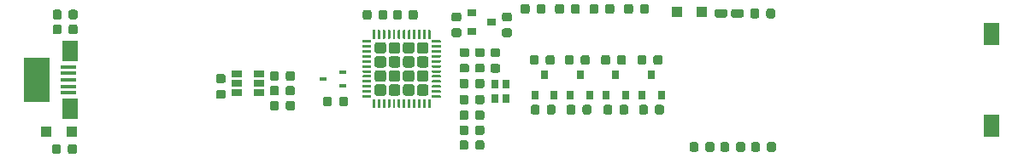
<source format=gtp>
G04 #@! TF.GenerationSoftware,KiCad,Pcbnew,(5.1.5-0-10_14)*
G04 #@! TF.CreationDate,2020-02-17T06:51:28-08:00*
G04 #@! TF.ProjectId,18650,31383635-302e-46b6-9963-61645f706362,rev?*
G04 #@! TF.SameCoordinates,Original*
G04 #@! TF.FileFunction,Paste,Top*
G04 #@! TF.FilePolarity,Positive*
%FSLAX46Y46*%
G04 Gerber Fmt 4.6, Leading zero omitted, Abs format (unit mm)*
G04 Created by KiCad (PCBNEW (5.1.5-0-10_14)) date 2020-02-17 06:51:28*
%MOMM*%
%LPD*%
G04 APERTURE LIST*
%ADD10R,0.800000X0.900000*%
%ADD11C,0.100000*%
%ADD12R,1.060000X0.650000*%
%ADD13R,0.700000X0.450000*%
%ADD14R,0.900000X0.800000*%
%ADD15R,2.500000X4.400000*%
%ADD16R,1.650000X0.400000*%
%ADD17R,1.500000X2.000000*%
%ADD18R,1.600000X2.180000*%
%ADD19R,1.000000X1.000000*%
G04 APERTURE END LIST*
D10*
X104990000Y-101845000D03*
X104990000Y-100445000D03*
X106090000Y-100445000D03*
X106090000Y-101845000D03*
D11*
G36*
X98548626Y-101895301D02*
G01*
X98554693Y-101896201D01*
X98560643Y-101897691D01*
X98566418Y-101899758D01*
X98571962Y-101902380D01*
X98577223Y-101905533D01*
X98582150Y-101909187D01*
X98586694Y-101913306D01*
X98590813Y-101917850D01*
X98594467Y-101922777D01*
X98597620Y-101928038D01*
X98600242Y-101933582D01*
X98602309Y-101939357D01*
X98603799Y-101945307D01*
X98604699Y-101951374D01*
X98605000Y-101957500D01*
X98605000Y-102707500D01*
X98604699Y-102713626D01*
X98603799Y-102719693D01*
X98602309Y-102725643D01*
X98600242Y-102731418D01*
X98597620Y-102736962D01*
X98594467Y-102742223D01*
X98590813Y-102747150D01*
X98586694Y-102751694D01*
X98582150Y-102755813D01*
X98577223Y-102759467D01*
X98571962Y-102762620D01*
X98566418Y-102765242D01*
X98560643Y-102767309D01*
X98554693Y-102768799D01*
X98548626Y-102769699D01*
X98542500Y-102770000D01*
X98417500Y-102770000D01*
X98411374Y-102769699D01*
X98405307Y-102768799D01*
X98399357Y-102767309D01*
X98393582Y-102765242D01*
X98388038Y-102762620D01*
X98382777Y-102759467D01*
X98377850Y-102755813D01*
X98373306Y-102751694D01*
X98369187Y-102747150D01*
X98365533Y-102742223D01*
X98362380Y-102736962D01*
X98359758Y-102731418D01*
X98357691Y-102725643D01*
X98356201Y-102719693D01*
X98355301Y-102713626D01*
X98355000Y-102707500D01*
X98355000Y-101957500D01*
X98355301Y-101951374D01*
X98356201Y-101945307D01*
X98357691Y-101939357D01*
X98359758Y-101933582D01*
X98362380Y-101928038D01*
X98365533Y-101922777D01*
X98369187Y-101917850D01*
X98373306Y-101913306D01*
X98377850Y-101909187D01*
X98382777Y-101905533D01*
X98388038Y-101902380D01*
X98393582Y-101899758D01*
X98399357Y-101897691D01*
X98405307Y-101896201D01*
X98411374Y-101895301D01*
X98417500Y-101895000D01*
X98542500Y-101895000D01*
X98548626Y-101895301D01*
G37*
G36*
X98048626Y-101895301D02*
G01*
X98054693Y-101896201D01*
X98060643Y-101897691D01*
X98066418Y-101899758D01*
X98071962Y-101902380D01*
X98077223Y-101905533D01*
X98082150Y-101909187D01*
X98086694Y-101913306D01*
X98090813Y-101917850D01*
X98094467Y-101922777D01*
X98097620Y-101928038D01*
X98100242Y-101933582D01*
X98102309Y-101939357D01*
X98103799Y-101945307D01*
X98104699Y-101951374D01*
X98105000Y-101957500D01*
X98105000Y-102707500D01*
X98104699Y-102713626D01*
X98103799Y-102719693D01*
X98102309Y-102725643D01*
X98100242Y-102731418D01*
X98097620Y-102736962D01*
X98094467Y-102742223D01*
X98090813Y-102747150D01*
X98086694Y-102751694D01*
X98082150Y-102755813D01*
X98077223Y-102759467D01*
X98071962Y-102762620D01*
X98066418Y-102765242D01*
X98060643Y-102767309D01*
X98054693Y-102768799D01*
X98048626Y-102769699D01*
X98042500Y-102770000D01*
X97917500Y-102770000D01*
X97911374Y-102769699D01*
X97905307Y-102768799D01*
X97899357Y-102767309D01*
X97893582Y-102765242D01*
X97888038Y-102762620D01*
X97882777Y-102759467D01*
X97877850Y-102755813D01*
X97873306Y-102751694D01*
X97869187Y-102747150D01*
X97865533Y-102742223D01*
X97862380Y-102736962D01*
X97859758Y-102731418D01*
X97857691Y-102725643D01*
X97856201Y-102719693D01*
X97855301Y-102713626D01*
X97855000Y-102707500D01*
X97855000Y-101957500D01*
X97855301Y-101951374D01*
X97856201Y-101945307D01*
X97857691Y-101939357D01*
X97859758Y-101933582D01*
X97862380Y-101928038D01*
X97865533Y-101922777D01*
X97869187Y-101917850D01*
X97873306Y-101913306D01*
X97877850Y-101909187D01*
X97882777Y-101905533D01*
X97888038Y-101902380D01*
X97893582Y-101899758D01*
X97899357Y-101897691D01*
X97905307Y-101896201D01*
X97911374Y-101895301D01*
X97917500Y-101895000D01*
X98042500Y-101895000D01*
X98048626Y-101895301D01*
G37*
G36*
X97548626Y-101895301D02*
G01*
X97554693Y-101896201D01*
X97560643Y-101897691D01*
X97566418Y-101899758D01*
X97571962Y-101902380D01*
X97577223Y-101905533D01*
X97582150Y-101909187D01*
X97586694Y-101913306D01*
X97590813Y-101917850D01*
X97594467Y-101922777D01*
X97597620Y-101928038D01*
X97600242Y-101933582D01*
X97602309Y-101939357D01*
X97603799Y-101945307D01*
X97604699Y-101951374D01*
X97605000Y-101957500D01*
X97605000Y-102707500D01*
X97604699Y-102713626D01*
X97603799Y-102719693D01*
X97602309Y-102725643D01*
X97600242Y-102731418D01*
X97597620Y-102736962D01*
X97594467Y-102742223D01*
X97590813Y-102747150D01*
X97586694Y-102751694D01*
X97582150Y-102755813D01*
X97577223Y-102759467D01*
X97571962Y-102762620D01*
X97566418Y-102765242D01*
X97560643Y-102767309D01*
X97554693Y-102768799D01*
X97548626Y-102769699D01*
X97542500Y-102770000D01*
X97417500Y-102770000D01*
X97411374Y-102769699D01*
X97405307Y-102768799D01*
X97399357Y-102767309D01*
X97393582Y-102765242D01*
X97388038Y-102762620D01*
X97382777Y-102759467D01*
X97377850Y-102755813D01*
X97373306Y-102751694D01*
X97369187Y-102747150D01*
X97365533Y-102742223D01*
X97362380Y-102736962D01*
X97359758Y-102731418D01*
X97357691Y-102725643D01*
X97356201Y-102719693D01*
X97355301Y-102713626D01*
X97355000Y-102707500D01*
X97355000Y-101957500D01*
X97355301Y-101951374D01*
X97356201Y-101945307D01*
X97357691Y-101939357D01*
X97359758Y-101933582D01*
X97362380Y-101928038D01*
X97365533Y-101922777D01*
X97369187Y-101917850D01*
X97373306Y-101913306D01*
X97377850Y-101909187D01*
X97382777Y-101905533D01*
X97388038Y-101902380D01*
X97393582Y-101899758D01*
X97399357Y-101897691D01*
X97405307Y-101896201D01*
X97411374Y-101895301D01*
X97417500Y-101895000D01*
X97542500Y-101895000D01*
X97548626Y-101895301D01*
G37*
G36*
X97048626Y-101895301D02*
G01*
X97054693Y-101896201D01*
X97060643Y-101897691D01*
X97066418Y-101899758D01*
X97071962Y-101902380D01*
X97077223Y-101905533D01*
X97082150Y-101909187D01*
X97086694Y-101913306D01*
X97090813Y-101917850D01*
X97094467Y-101922777D01*
X97097620Y-101928038D01*
X97100242Y-101933582D01*
X97102309Y-101939357D01*
X97103799Y-101945307D01*
X97104699Y-101951374D01*
X97105000Y-101957500D01*
X97105000Y-102707500D01*
X97104699Y-102713626D01*
X97103799Y-102719693D01*
X97102309Y-102725643D01*
X97100242Y-102731418D01*
X97097620Y-102736962D01*
X97094467Y-102742223D01*
X97090813Y-102747150D01*
X97086694Y-102751694D01*
X97082150Y-102755813D01*
X97077223Y-102759467D01*
X97071962Y-102762620D01*
X97066418Y-102765242D01*
X97060643Y-102767309D01*
X97054693Y-102768799D01*
X97048626Y-102769699D01*
X97042500Y-102770000D01*
X96917500Y-102770000D01*
X96911374Y-102769699D01*
X96905307Y-102768799D01*
X96899357Y-102767309D01*
X96893582Y-102765242D01*
X96888038Y-102762620D01*
X96882777Y-102759467D01*
X96877850Y-102755813D01*
X96873306Y-102751694D01*
X96869187Y-102747150D01*
X96865533Y-102742223D01*
X96862380Y-102736962D01*
X96859758Y-102731418D01*
X96857691Y-102725643D01*
X96856201Y-102719693D01*
X96855301Y-102713626D01*
X96855000Y-102707500D01*
X96855000Y-101957500D01*
X96855301Y-101951374D01*
X96856201Y-101945307D01*
X96857691Y-101939357D01*
X96859758Y-101933582D01*
X96862380Y-101928038D01*
X96865533Y-101922777D01*
X96869187Y-101917850D01*
X96873306Y-101913306D01*
X96877850Y-101909187D01*
X96882777Y-101905533D01*
X96888038Y-101902380D01*
X96893582Y-101899758D01*
X96899357Y-101897691D01*
X96905307Y-101896201D01*
X96911374Y-101895301D01*
X96917500Y-101895000D01*
X97042500Y-101895000D01*
X97048626Y-101895301D01*
G37*
G36*
X96548626Y-101895301D02*
G01*
X96554693Y-101896201D01*
X96560643Y-101897691D01*
X96566418Y-101899758D01*
X96571962Y-101902380D01*
X96577223Y-101905533D01*
X96582150Y-101909187D01*
X96586694Y-101913306D01*
X96590813Y-101917850D01*
X96594467Y-101922777D01*
X96597620Y-101928038D01*
X96600242Y-101933582D01*
X96602309Y-101939357D01*
X96603799Y-101945307D01*
X96604699Y-101951374D01*
X96605000Y-101957500D01*
X96605000Y-102707500D01*
X96604699Y-102713626D01*
X96603799Y-102719693D01*
X96602309Y-102725643D01*
X96600242Y-102731418D01*
X96597620Y-102736962D01*
X96594467Y-102742223D01*
X96590813Y-102747150D01*
X96586694Y-102751694D01*
X96582150Y-102755813D01*
X96577223Y-102759467D01*
X96571962Y-102762620D01*
X96566418Y-102765242D01*
X96560643Y-102767309D01*
X96554693Y-102768799D01*
X96548626Y-102769699D01*
X96542500Y-102770000D01*
X96417500Y-102770000D01*
X96411374Y-102769699D01*
X96405307Y-102768799D01*
X96399357Y-102767309D01*
X96393582Y-102765242D01*
X96388038Y-102762620D01*
X96382777Y-102759467D01*
X96377850Y-102755813D01*
X96373306Y-102751694D01*
X96369187Y-102747150D01*
X96365533Y-102742223D01*
X96362380Y-102736962D01*
X96359758Y-102731418D01*
X96357691Y-102725643D01*
X96356201Y-102719693D01*
X96355301Y-102713626D01*
X96355000Y-102707500D01*
X96355000Y-101957500D01*
X96355301Y-101951374D01*
X96356201Y-101945307D01*
X96357691Y-101939357D01*
X96359758Y-101933582D01*
X96362380Y-101928038D01*
X96365533Y-101922777D01*
X96369187Y-101917850D01*
X96373306Y-101913306D01*
X96377850Y-101909187D01*
X96382777Y-101905533D01*
X96388038Y-101902380D01*
X96393582Y-101899758D01*
X96399357Y-101897691D01*
X96405307Y-101896201D01*
X96411374Y-101895301D01*
X96417500Y-101895000D01*
X96542500Y-101895000D01*
X96548626Y-101895301D01*
G37*
G36*
X96048626Y-101895301D02*
G01*
X96054693Y-101896201D01*
X96060643Y-101897691D01*
X96066418Y-101899758D01*
X96071962Y-101902380D01*
X96077223Y-101905533D01*
X96082150Y-101909187D01*
X96086694Y-101913306D01*
X96090813Y-101917850D01*
X96094467Y-101922777D01*
X96097620Y-101928038D01*
X96100242Y-101933582D01*
X96102309Y-101939357D01*
X96103799Y-101945307D01*
X96104699Y-101951374D01*
X96105000Y-101957500D01*
X96105000Y-102707500D01*
X96104699Y-102713626D01*
X96103799Y-102719693D01*
X96102309Y-102725643D01*
X96100242Y-102731418D01*
X96097620Y-102736962D01*
X96094467Y-102742223D01*
X96090813Y-102747150D01*
X96086694Y-102751694D01*
X96082150Y-102755813D01*
X96077223Y-102759467D01*
X96071962Y-102762620D01*
X96066418Y-102765242D01*
X96060643Y-102767309D01*
X96054693Y-102768799D01*
X96048626Y-102769699D01*
X96042500Y-102770000D01*
X95917500Y-102770000D01*
X95911374Y-102769699D01*
X95905307Y-102768799D01*
X95899357Y-102767309D01*
X95893582Y-102765242D01*
X95888038Y-102762620D01*
X95882777Y-102759467D01*
X95877850Y-102755813D01*
X95873306Y-102751694D01*
X95869187Y-102747150D01*
X95865533Y-102742223D01*
X95862380Y-102736962D01*
X95859758Y-102731418D01*
X95857691Y-102725643D01*
X95856201Y-102719693D01*
X95855301Y-102713626D01*
X95855000Y-102707500D01*
X95855000Y-101957500D01*
X95855301Y-101951374D01*
X95856201Y-101945307D01*
X95857691Y-101939357D01*
X95859758Y-101933582D01*
X95862380Y-101928038D01*
X95865533Y-101922777D01*
X95869187Y-101917850D01*
X95873306Y-101913306D01*
X95877850Y-101909187D01*
X95882777Y-101905533D01*
X95888038Y-101902380D01*
X95893582Y-101899758D01*
X95899357Y-101897691D01*
X95905307Y-101896201D01*
X95911374Y-101895301D01*
X95917500Y-101895000D01*
X96042500Y-101895000D01*
X96048626Y-101895301D01*
G37*
G36*
X95548626Y-101895301D02*
G01*
X95554693Y-101896201D01*
X95560643Y-101897691D01*
X95566418Y-101899758D01*
X95571962Y-101902380D01*
X95577223Y-101905533D01*
X95582150Y-101909187D01*
X95586694Y-101913306D01*
X95590813Y-101917850D01*
X95594467Y-101922777D01*
X95597620Y-101928038D01*
X95600242Y-101933582D01*
X95602309Y-101939357D01*
X95603799Y-101945307D01*
X95604699Y-101951374D01*
X95605000Y-101957500D01*
X95605000Y-102707500D01*
X95604699Y-102713626D01*
X95603799Y-102719693D01*
X95602309Y-102725643D01*
X95600242Y-102731418D01*
X95597620Y-102736962D01*
X95594467Y-102742223D01*
X95590813Y-102747150D01*
X95586694Y-102751694D01*
X95582150Y-102755813D01*
X95577223Y-102759467D01*
X95571962Y-102762620D01*
X95566418Y-102765242D01*
X95560643Y-102767309D01*
X95554693Y-102768799D01*
X95548626Y-102769699D01*
X95542500Y-102770000D01*
X95417500Y-102770000D01*
X95411374Y-102769699D01*
X95405307Y-102768799D01*
X95399357Y-102767309D01*
X95393582Y-102765242D01*
X95388038Y-102762620D01*
X95382777Y-102759467D01*
X95377850Y-102755813D01*
X95373306Y-102751694D01*
X95369187Y-102747150D01*
X95365533Y-102742223D01*
X95362380Y-102736962D01*
X95359758Y-102731418D01*
X95357691Y-102725643D01*
X95356201Y-102719693D01*
X95355301Y-102713626D01*
X95355000Y-102707500D01*
X95355000Y-101957500D01*
X95355301Y-101951374D01*
X95356201Y-101945307D01*
X95357691Y-101939357D01*
X95359758Y-101933582D01*
X95362380Y-101928038D01*
X95365533Y-101922777D01*
X95369187Y-101917850D01*
X95373306Y-101913306D01*
X95377850Y-101909187D01*
X95382777Y-101905533D01*
X95388038Y-101902380D01*
X95393582Y-101899758D01*
X95399357Y-101897691D01*
X95405307Y-101896201D01*
X95411374Y-101895301D01*
X95417500Y-101895000D01*
X95542500Y-101895000D01*
X95548626Y-101895301D01*
G37*
G36*
X95048626Y-101895301D02*
G01*
X95054693Y-101896201D01*
X95060643Y-101897691D01*
X95066418Y-101899758D01*
X95071962Y-101902380D01*
X95077223Y-101905533D01*
X95082150Y-101909187D01*
X95086694Y-101913306D01*
X95090813Y-101917850D01*
X95094467Y-101922777D01*
X95097620Y-101928038D01*
X95100242Y-101933582D01*
X95102309Y-101939357D01*
X95103799Y-101945307D01*
X95104699Y-101951374D01*
X95105000Y-101957500D01*
X95105000Y-102707500D01*
X95104699Y-102713626D01*
X95103799Y-102719693D01*
X95102309Y-102725643D01*
X95100242Y-102731418D01*
X95097620Y-102736962D01*
X95094467Y-102742223D01*
X95090813Y-102747150D01*
X95086694Y-102751694D01*
X95082150Y-102755813D01*
X95077223Y-102759467D01*
X95071962Y-102762620D01*
X95066418Y-102765242D01*
X95060643Y-102767309D01*
X95054693Y-102768799D01*
X95048626Y-102769699D01*
X95042500Y-102770000D01*
X94917500Y-102770000D01*
X94911374Y-102769699D01*
X94905307Y-102768799D01*
X94899357Y-102767309D01*
X94893582Y-102765242D01*
X94888038Y-102762620D01*
X94882777Y-102759467D01*
X94877850Y-102755813D01*
X94873306Y-102751694D01*
X94869187Y-102747150D01*
X94865533Y-102742223D01*
X94862380Y-102736962D01*
X94859758Y-102731418D01*
X94857691Y-102725643D01*
X94856201Y-102719693D01*
X94855301Y-102713626D01*
X94855000Y-102707500D01*
X94855000Y-101957500D01*
X94855301Y-101951374D01*
X94856201Y-101945307D01*
X94857691Y-101939357D01*
X94859758Y-101933582D01*
X94862380Y-101928038D01*
X94865533Y-101922777D01*
X94869187Y-101917850D01*
X94873306Y-101913306D01*
X94877850Y-101909187D01*
X94882777Y-101905533D01*
X94888038Y-101902380D01*
X94893582Y-101899758D01*
X94899357Y-101897691D01*
X94905307Y-101896201D01*
X94911374Y-101895301D01*
X94917500Y-101895000D01*
X95042500Y-101895000D01*
X95048626Y-101895301D01*
G37*
G36*
X94548626Y-101895301D02*
G01*
X94554693Y-101896201D01*
X94560643Y-101897691D01*
X94566418Y-101899758D01*
X94571962Y-101902380D01*
X94577223Y-101905533D01*
X94582150Y-101909187D01*
X94586694Y-101913306D01*
X94590813Y-101917850D01*
X94594467Y-101922777D01*
X94597620Y-101928038D01*
X94600242Y-101933582D01*
X94602309Y-101939357D01*
X94603799Y-101945307D01*
X94604699Y-101951374D01*
X94605000Y-101957500D01*
X94605000Y-102707500D01*
X94604699Y-102713626D01*
X94603799Y-102719693D01*
X94602309Y-102725643D01*
X94600242Y-102731418D01*
X94597620Y-102736962D01*
X94594467Y-102742223D01*
X94590813Y-102747150D01*
X94586694Y-102751694D01*
X94582150Y-102755813D01*
X94577223Y-102759467D01*
X94571962Y-102762620D01*
X94566418Y-102765242D01*
X94560643Y-102767309D01*
X94554693Y-102768799D01*
X94548626Y-102769699D01*
X94542500Y-102770000D01*
X94417500Y-102770000D01*
X94411374Y-102769699D01*
X94405307Y-102768799D01*
X94399357Y-102767309D01*
X94393582Y-102765242D01*
X94388038Y-102762620D01*
X94382777Y-102759467D01*
X94377850Y-102755813D01*
X94373306Y-102751694D01*
X94369187Y-102747150D01*
X94365533Y-102742223D01*
X94362380Y-102736962D01*
X94359758Y-102731418D01*
X94357691Y-102725643D01*
X94356201Y-102719693D01*
X94355301Y-102713626D01*
X94355000Y-102707500D01*
X94355000Y-101957500D01*
X94355301Y-101951374D01*
X94356201Y-101945307D01*
X94357691Y-101939357D01*
X94359758Y-101933582D01*
X94362380Y-101928038D01*
X94365533Y-101922777D01*
X94369187Y-101917850D01*
X94373306Y-101913306D01*
X94377850Y-101909187D01*
X94382777Y-101905533D01*
X94388038Y-101902380D01*
X94393582Y-101899758D01*
X94399357Y-101897691D01*
X94405307Y-101896201D01*
X94411374Y-101895301D01*
X94417500Y-101895000D01*
X94542500Y-101895000D01*
X94548626Y-101895301D01*
G37*
G36*
X94048626Y-101895301D02*
G01*
X94054693Y-101896201D01*
X94060643Y-101897691D01*
X94066418Y-101899758D01*
X94071962Y-101902380D01*
X94077223Y-101905533D01*
X94082150Y-101909187D01*
X94086694Y-101913306D01*
X94090813Y-101917850D01*
X94094467Y-101922777D01*
X94097620Y-101928038D01*
X94100242Y-101933582D01*
X94102309Y-101939357D01*
X94103799Y-101945307D01*
X94104699Y-101951374D01*
X94105000Y-101957500D01*
X94105000Y-102707500D01*
X94104699Y-102713626D01*
X94103799Y-102719693D01*
X94102309Y-102725643D01*
X94100242Y-102731418D01*
X94097620Y-102736962D01*
X94094467Y-102742223D01*
X94090813Y-102747150D01*
X94086694Y-102751694D01*
X94082150Y-102755813D01*
X94077223Y-102759467D01*
X94071962Y-102762620D01*
X94066418Y-102765242D01*
X94060643Y-102767309D01*
X94054693Y-102768799D01*
X94048626Y-102769699D01*
X94042500Y-102770000D01*
X93917500Y-102770000D01*
X93911374Y-102769699D01*
X93905307Y-102768799D01*
X93899357Y-102767309D01*
X93893582Y-102765242D01*
X93888038Y-102762620D01*
X93882777Y-102759467D01*
X93877850Y-102755813D01*
X93873306Y-102751694D01*
X93869187Y-102747150D01*
X93865533Y-102742223D01*
X93862380Y-102736962D01*
X93859758Y-102731418D01*
X93857691Y-102725643D01*
X93856201Y-102719693D01*
X93855301Y-102713626D01*
X93855000Y-102707500D01*
X93855000Y-101957500D01*
X93855301Y-101951374D01*
X93856201Y-101945307D01*
X93857691Y-101939357D01*
X93859758Y-101933582D01*
X93862380Y-101928038D01*
X93865533Y-101922777D01*
X93869187Y-101917850D01*
X93873306Y-101913306D01*
X93877850Y-101909187D01*
X93882777Y-101905533D01*
X93888038Y-101902380D01*
X93893582Y-101899758D01*
X93899357Y-101897691D01*
X93905307Y-101896201D01*
X93911374Y-101895301D01*
X93917500Y-101895000D01*
X94042500Y-101895000D01*
X94048626Y-101895301D01*
G37*
G36*
X93548626Y-101895301D02*
G01*
X93554693Y-101896201D01*
X93560643Y-101897691D01*
X93566418Y-101899758D01*
X93571962Y-101902380D01*
X93577223Y-101905533D01*
X93582150Y-101909187D01*
X93586694Y-101913306D01*
X93590813Y-101917850D01*
X93594467Y-101922777D01*
X93597620Y-101928038D01*
X93600242Y-101933582D01*
X93602309Y-101939357D01*
X93603799Y-101945307D01*
X93604699Y-101951374D01*
X93605000Y-101957500D01*
X93605000Y-102707500D01*
X93604699Y-102713626D01*
X93603799Y-102719693D01*
X93602309Y-102725643D01*
X93600242Y-102731418D01*
X93597620Y-102736962D01*
X93594467Y-102742223D01*
X93590813Y-102747150D01*
X93586694Y-102751694D01*
X93582150Y-102755813D01*
X93577223Y-102759467D01*
X93571962Y-102762620D01*
X93566418Y-102765242D01*
X93560643Y-102767309D01*
X93554693Y-102768799D01*
X93548626Y-102769699D01*
X93542500Y-102770000D01*
X93417500Y-102770000D01*
X93411374Y-102769699D01*
X93405307Y-102768799D01*
X93399357Y-102767309D01*
X93393582Y-102765242D01*
X93388038Y-102762620D01*
X93382777Y-102759467D01*
X93377850Y-102755813D01*
X93373306Y-102751694D01*
X93369187Y-102747150D01*
X93365533Y-102742223D01*
X93362380Y-102736962D01*
X93359758Y-102731418D01*
X93357691Y-102725643D01*
X93356201Y-102719693D01*
X93355301Y-102713626D01*
X93355000Y-102707500D01*
X93355000Y-101957500D01*
X93355301Y-101951374D01*
X93356201Y-101945307D01*
X93357691Y-101939357D01*
X93359758Y-101933582D01*
X93362380Y-101928038D01*
X93365533Y-101922777D01*
X93369187Y-101917850D01*
X93373306Y-101913306D01*
X93377850Y-101909187D01*
X93382777Y-101905533D01*
X93388038Y-101902380D01*
X93393582Y-101899758D01*
X93399357Y-101897691D01*
X93405307Y-101896201D01*
X93411374Y-101895301D01*
X93417500Y-101895000D01*
X93542500Y-101895000D01*
X93548626Y-101895301D01*
G37*
G36*
X93048626Y-101895301D02*
G01*
X93054693Y-101896201D01*
X93060643Y-101897691D01*
X93066418Y-101899758D01*
X93071962Y-101902380D01*
X93077223Y-101905533D01*
X93082150Y-101909187D01*
X93086694Y-101913306D01*
X93090813Y-101917850D01*
X93094467Y-101922777D01*
X93097620Y-101928038D01*
X93100242Y-101933582D01*
X93102309Y-101939357D01*
X93103799Y-101945307D01*
X93104699Y-101951374D01*
X93105000Y-101957500D01*
X93105000Y-102707500D01*
X93104699Y-102713626D01*
X93103799Y-102719693D01*
X93102309Y-102725643D01*
X93100242Y-102731418D01*
X93097620Y-102736962D01*
X93094467Y-102742223D01*
X93090813Y-102747150D01*
X93086694Y-102751694D01*
X93082150Y-102755813D01*
X93077223Y-102759467D01*
X93071962Y-102762620D01*
X93066418Y-102765242D01*
X93060643Y-102767309D01*
X93054693Y-102768799D01*
X93048626Y-102769699D01*
X93042500Y-102770000D01*
X92917500Y-102770000D01*
X92911374Y-102769699D01*
X92905307Y-102768799D01*
X92899357Y-102767309D01*
X92893582Y-102765242D01*
X92888038Y-102762620D01*
X92882777Y-102759467D01*
X92877850Y-102755813D01*
X92873306Y-102751694D01*
X92869187Y-102747150D01*
X92865533Y-102742223D01*
X92862380Y-102736962D01*
X92859758Y-102731418D01*
X92857691Y-102725643D01*
X92856201Y-102719693D01*
X92855301Y-102713626D01*
X92855000Y-102707500D01*
X92855000Y-101957500D01*
X92855301Y-101951374D01*
X92856201Y-101945307D01*
X92857691Y-101939357D01*
X92859758Y-101933582D01*
X92862380Y-101928038D01*
X92865533Y-101922777D01*
X92869187Y-101917850D01*
X92873306Y-101913306D01*
X92877850Y-101909187D01*
X92882777Y-101905533D01*
X92888038Y-101902380D01*
X92893582Y-101899758D01*
X92899357Y-101897691D01*
X92905307Y-101896201D01*
X92911374Y-101895301D01*
X92917500Y-101895000D01*
X93042500Y-101895000D01*
X93048626Y-101895301D01*
G37*
G36*
X92673626Y-101520301D02*
G01*
X92679693Y-101521201D01*
X92685643Y-101522691D01*
X92691418Y-101524758D01*
X92696962Y-101527380D01*
X92702223Y-101530533D01*
X92707150Y-101534187D01*
X92711694Y-101538306D01*
X92715813Y-101542850D01*
X92719467Y-101547777D01*
X92722620Y-101553038D01*
X92725242Y-101558582D01*
X92727309Y-101564357D01*
X92728799Y-101570307D01*
X92729699Y-101576374D01*
X92730000Y-101582500D01*
X92730000Y-101707500D01*
X92729699Y-101713626D01*
X92728799Y-101719693D01*
X92727309Y-101725643D01*
X92725242Y-101731418D01*
X92722620Y-101736962D01*
X92719467Y-101742223D01*
X92715813Y-101747150D01*
X92711694Y-101751694D01*
X92707150Y-101755813D01*
X92702223Y-101759467D01*
X92696962Y-101762620D01*
X92691418Y-101765242D01*
X92685643Y-101767309D01*
X92679693Y-101768799D01*
X92673626Y-101769699D01*
X92667500Y-101770000D01*
X91917500Y-101770000D01*
X91911374Y-101769699D01*
X91905307Y-101768799D01*
X91899357Y-101767309D01*
X91893582Y-101765242D01*
X91888038Y-101762620D01*
X91882777Y-101759467D01*
X91877850Y-101755813D01*
X91873306Y-101751694D01*
X91869187Y-101747150D01*
X91865533Y-101742223D01*
X91862380Y-101736962D01*
X91859758Y-101731418D01*
X91857691Y-101725643D01*
X91856201Y-101719693D01*
X91855301Y-101713626D01*
X91855000Y-101707500D01*
X91855000Y-101582500D01*
X91855301Y-101576374D01*
X91856201Y-101570307D01*
X91857691Y-101564357D01*
X91859758Y-101558582D01*
X91862380Y-101553038D01*
X91865533Y-101547777D01*
X91869187Y-101542850D01*
X91873306Y-101538306D01*
X91877850Y-101534187D01*
X91882777Y-101530533D01*
X91888038Y-101527380D01*
X91893582Y-101524758D01*
X91899357Y-101522691D01*
X91905307Y-101521201D01*
X91911374Y-101520301D01*
X91917500Y-101520000D01*
X92667500Y-101520000D01*
X92673626Y-101520301D01*
G37*
G36*
X92673626Y-101020301D02*
G01*
X92679693Y-101021201D01*
X92685643Y-101022691D01*
X92691418Y-101024758D01*
X92696962Y-101027380D01*
X92702223Y-101030533D01*
X92707150Y-101034187D01*
X92711694Y-101038306D01*
X92715813Y-101042850D01*
X92719467Y-101047777D01*
X92722620Y-101053038D01*
X92725242Y-101058582D01*
X92727309Y-101064357D01*
X92728799Y-101070307D01*
X92729699Y-101076374D01*
X92730000Y-101082500D01*
X92730000Y-101207500D01*
X92729699Y-101213626D01*
X92728799Y-101219693D01*
X92727309Y-101225643D01*
X92725242Y-101231418D01*
X92722620Y-101236962D01*
X92719467Y-101242223D01*
X92715813Y-101247150D01*
X92711694Y-101251694D01*
X92707150Y-101255813D01*
X92702223Y-101259467D01*
X92696962Y-101262620D01*
X92691418Y-101265242D01*
X92685643Y-101267309D01*
X92679693Y-101268799D01*
X92673626Y-101269699D01*
X92667500Y-101270000D01*
X91917500Y-101270000D01*
X91911374Y-101269699D01*
X91905307Y-101268799D01*
X91899357Y-101267309D01*
X91893582Y-101265242D01*
X91888038Y-101262620D01*
X91882777Y-101259467D01*
X91877850Y-101255813D01*
X91873306Y-101251694D01*
X91869187Y-101247150D01*
X91865533Y-101242223D01*
X91862380Y-101236962D01*
X91859758Y-101231418D01*
X91857691Y-101225643D01*
X91856201Y-101219693D01*
X91855301Y-101213626D01*
X91855000Y-101207500D01*
X91855000Y-101082500D01*
X91855301Y-101076374D01*
X91856201Y-101070307D01*
X91857691Y-101064357D01*
X91859758Y-101058582D01*
X91862380Y-101053038D01*
X91865533Y-101047777D01*
X91869187Y-101042850D01*
X91873306Y-101038306D01*
X91877850Y-101034187D01*
X91882777Y-101030533D01*
X91888038Y-101027380D01*
X91893582Y-101024758D01*
X91899357Y-101022691D01*
X91905307Y-101021201D01*
X91911374Y-101020301D01*
X91917500Y-101020000D01*
X92667500Y-101020000D01*
X92673626Y-101020301D01*
G37*
G36*
X92673626Y-100520301D02*
G01*
X92679693Y-100521201D01*
X92685643Y-100522691D01*
X92691418Y-100524758D01*
X92696962Y-100527380D01*
X92702223Y-100530533D01*
X92707150Y-100534187D01*
X92711694Y-100538306D01*
X92715813Y-100542850D01*
X92719467Y-100547777D01*
X92722620Y-100553038D01*
X92725242Y-100558582D01*
X92727309Y-100564357D01*
X92728799Y-100570307D01*
X92729699Y-100576374D01*
X92730000Y-100582500D01*
X92730000Y-100707500D01*
X92729699Y-100713626D01*
X92728799Y-100719693D01*
X92727309Y-100725643D01*
X92725242Y-100731418D01*
X92722620Y-100736962D01*
X92719467Y-100742223D01*
X92715813Y-100747150D01*
X92711694Y-100751694D01*
X92707150Y-100755813D01*
X92702223Y-100759467D01*
X92696962Y-100762620D01*
X92691418Y-100765242D01*
X92685643Y-100767309D01*
X92679693Y-100768799D01*
X92673626Y-100769699D01*
X92667500Y-100770000D01*
X91917500Y-100770000D01*
X91911374Y-100769699D01*
X91905307Y-100768799D01*
X91899357Y-100767309D01*
X91893582Y-100765242D01*
X91888038Y-100762620D01*
X91882777Y-100759467D01*
X91877850Y-100755813D01*
X91873306Y-100751694D01*
X91869187Y-100747150D01*
X91865533Y-100742223D01*
X91862380Y-100736962D01*
X91859758Y-100731418D01*
X91857691Y-100725643D01*
X91856201Y-100719693D01*
X91855301Y-100713626D01*
X91855000Y-100707500D01*
X91855000Y-100582500D01*
X91855301Y-100576374D01*
X91856201Y-100570307D01*
X91857691Y-100564357D01*
X91859758Y-100558582D01*
X91862380Y-100553038D01*
X91865533Y-100547777D01*
X91869187Y-100542850D01*
X91873306Y-100538306D01*
X91877850Y-100534187D01*
X91882777Y-100530533D01*
X91888038Y-100527380D01*
X91893582Y-100524758D01*
X91899357Y-100522691D01*
X91905307Y-100521201D01*
X91911374Y-100520301D01*
X91917500Y-100520000D01*
X92667500Y-100520000D01*
X92673626Y-100520301D01*
G37*
G36*
X92673626Y-100020301D02*
G01*
X92679693Y-100021201D01*
X92685643Y-100022691D01*
X92691418Y-100024758D01*
X92696962Y-100027380D01*
X92702223Y-100030533D01*
X92707150Y-100034187D01*
X92711694Y-100038306D01*
X92715813Y-100042850D01*
X92719467Y-100047777D01*
X92722620Y-100053038D01*
X92725242Y-100058582D01*
X92727309Y-100064357D01*
X92728799Y-100070307D01*
X92729699Y-100076374D01*
X92730000Y-100082500D01*
X92730000Y-100207500D01*
X92729699Y-100213626D01*
X92728799Y-100219693D01*
X92727309Y-100225643D01*
X92725242Y-100231418D01*
X92722620Y-100236962D01*
X92719467Y-100242223D01*
X92715813Y-100247150D01*
X92711694Y-100251694D01*
X92707150Y-100255813D01*
X92702223Y-100259467D01*
X92696962Y-100262620D01*
X92691418Y-100265242D01*
X92685643Y-100267309D01*
X92679693Y-100268799D01*
X92673626Y-100269699D01*
X92667500Y-100270000D01*
X91917500Y-100270000D01*
X91911374Y-100269699D01*
X91905307Y-100268799D01*
X91899357Y-100267309D01*
X91893582Y-100265242D01*
X91888038Y-100262620D01*
X91882777Y-100259467D01*
X91877850Y-100255813D01*
X91873306Y-100251694D01*
X91869187Y-100247150D01*
X91865533Y-100242223D01*
X91862380Y-100236962D01*
X91859758Y-100231418D01*
X91857691Y-100225643D01*
X91856201Y-100219693D01*
X91855301Y-100213626D01*
X91855000Y-100207500D01*
X91855000Y-100082500D01*
X91855301Y-100076374D01*
X91856201Y-100070307D01*
X91857691Y-100064357D01*
X91859758Y-100058582D01*
X91862380Y-100053038D01*
X91865533Y-100047777D01*
X91869187Y-100042850D01*
X91873306Y-100038306D01*
X91877850Y-100034187D01*
X91882777Y-100030533D01*
X91888038Y-100027380D01*
X91893582Y-100024758D01*
X91899357Y-100022691D01*
X91905307Y-100021201D01*
X91911374Y-100020301D01*
X91917500Y-100020000D01*
X92667500Y-100020000D01*
X92673626Y-100020301D01*
G37*
G36*
X92673626Y-99520301D02*
G01*
X92679693Y-99521201D01*
X92685643Y-99522691D01*
X92691418Y-99524758D01*
X92696962Y-99527380D01*
X92702223Y-99530533D01*
X92707150Y-99534187D01*
X92711694Y-99538306D01*
X92715813Y-99542850D01*
X92719467Y-99547777D01*
X92722620Y-99553038D01*
X92725242Y-99558582D01*
X92727309Y-99564357D01*
X92728799Y-99570307D01*
X92729699Y-99576374D01*
X92730000Y-99582500D01*
X92730000Y-99707500D01*
X92729699Y-99713626D01*
X92728799Y-99719693D01*
X92727309Y-99725643D01*
X92725242Y-99731418D01*
X92722620Y-99736962D01*
X92719467Y-99742223D01*
X92715813Y-99747150D01*
X92711694Y-99751694D01*
X92707150Y-99755813D01*
X92702223Y-99759467D01*
X92696962Y-99762620D01*
X92691418Y-99765242D01*
X92685643Y-99767309D01*
X92679693Y-99768799D01*
X92673626Y-99769699D01*
X92667500Y-99770000D01*
X91917500Y-99770000D01*
X91911374Y-99769699D01*
X91905307Y-99768799D01*
X91899357Y-99767309D01*
X91893582Y-99765242D01*
X91888038Y-99762620D01*
X91882777Y-99759467D01*
X91877850Y-99755813D01*
X91873306Y-99751694D01*
X91869187Y-99747150D01*
X91865533Y-99742223D01*
X91862380Y-99736962D01*
X91859758Y-99731418D01*
X91857691Y-99725643D01*
X91856201Y-99719693D01*
X91855301Y-99713626D01*
X91855000Y-99707500D01*
X91855000Y-99582500D01*
X91855301Y-99576374D01*
X91856201Y-99570307D01*
X91857691Y-99564357D01*
X91859758Y-99558582D01*
X91862380Y-99553038D01*
X91865533Y-99547777D01*
X91869187Y-99542850D01*
X91873306Y-99538306D01*
X91877850Y-99534187D01*
X91882777Y-99530533D01*
X91888038Y-99527380D01*
X91893582Y-99524758D01*
X91899357Y-99522691D01*
X91905307Y-99521201D01*
X91911374Y-99520301D01*
X91917500Y-99520000D01*
X92667500Y-99520000D01*
X92673626Y-99520301D01*
G37*
G36*
X92673626Y-99020301D02*
G01*
X92679693Y-99021201D01*
X92685643Y-99022691D01*
X92691418Y-99024758D01*
X92696962Y-99027380D01*
X92702223Y-99030533D01*
X92707150Y-99034187D01*
X92711694Y-99038306D01*
X92715813Y-99042850D01*
X92719467Y-99047777D01*
X92722620Y-99053038D01*
X92725242Y-99058582D01*
X92727309Y-99064357D01*
X92728799Y-99070307D01*
X92729699Y-99076374D01*
X92730000Y-99082500D01*
X92730000Y-99207500D01*
X92729699Y-99213626D01*
X92728799Y-99219693D01*
X92727309Y-99225643D01*
X92725242Y-99231418D01*
X92722620Y-99236962D01*
X92719467Y-99242223D01*
X92715813Y-99247150D01*
X92711694Y-99251694D01*
X92707150Y-99255813D01*
X92702223Y-99259467D01*
X92696962Y-99262620D01*
X92691418Y-99265242D01*
X92685643Y-99267309D01*
X92679693Y-99268799D01*
X92673626Y-99269699D01*
X92667500Y-99270000D01*
X91917500Y-99270000D01*
X91911374Y-99269699D01*
X91905307Y-99268799D01*
X91899357Y-99267309D01*
X91893582Y-99265242D01*
X91888038Y-99262620D01*
X91882777Y-99259467D01*
X91877850Y-99255813D01*
X91873306Y-99251694D01*
X91869187Y-99247150D01*
X91865533Y-99242223D01*
X91862380Y-99236962D01*
X91859758Y-99231418D01*
X91857691Y-99225643D01*
X91856201Y-99219693D01*
X91855301Y-99213626D01*
X91855000Y-99207500D01*
X91855000Y-99082500D01*
X91855301Y-99076374D01*
X91856201Y-99070307D01*
X91857691Y-99064357D01*
X91859758Y-99058582D01*
X91862380Y-99053038D01*
X91865533Y-99047777D01*
X91869187Y-99042850D01*
X91873306Y-99038306D01*
X91877850Y-99034187D01*
X91882777Y-99030533D01*
X91888038Y-99027380D01*
X91893582Y-99024758D01*
X91899357Y-99022691D01*
X91905307Y-99021201D01*
X91911374Y-99020301D01*
X91917500Y-99020000D01*
X92667500Y-99020000D01*
X92673626Y-99020301D01*
G37*
G36*
X92673626Y-98520301D02*
G01*
X92679693Y-98521201D01*
X92685643Y-98522691D01*
X92691418Y-98524758D01*
X92696962Y-98527380D01*
X92702223Y-98530533D01*
X92707150Y-98534187D01*
X92711694Y-98538306D01*
X92715813Y-98542850D01*
X92719467Y-98547777D01*
X92722620Y-98553038D01*
X92725242Y-98558582D01*
X92727309Y-98564357D01*
X92728799Y-98570307D01*
X92729699Y-98576374D01*
X92730000Y-98582500D01*
X92730000Y-98707500D01*
X92729699Y-98713626D01*
X92728799Y-98719693D01*
X92727309Y-98725643D01*
X92725242Y-98731418D01*
X92722620Y-98736962D01*
X92719467Y-98742223D01*
X92715813Y-98747150D01*
X92711694Y-98751694D01*
X92707150Y-98755813D01*
X92702223Y-98759467D01*
X92696962Y-98762620D01*
X92691418Y-98765242D01*
X92685643Y-98767309D01*
X92679693Y-98768799D01*
X92673626Y-98769699D01*
X92667500Y-98770000D01*
X91917500Y-98770000D01*
X91911374Y-98769699D01*
X91905307Y-98768799D01*
X91899357Y-98767309D01*
X91893582Y-98765242D01*
X91888038Y-98762620D01*
X91882777Y-98759467D01*
X91877850Y-98755813D01*
X91873306Y-98751694D01*
X91869187Y-98747150D01*
X91865533Y-98742223D01*
X91862380Y-98736962D01*
X91859758Y-98731418D01*
X91857691Y-98725643D01*
X91856201Y-98719693D01*
X91855301Y-98713626D01*
X91855000Y-98707500D01*
X91855000Y-98582500D01*
X91855301Y-98576374D01*
X91856201Y-98570307D01*
X91857691Y-98564357D01*
X91859758Y-98558582D01*
X91862380Y-98553038D01*
X91865533Y-98547777D01*
X91869187Y-98542850D01*
X91873306Y-98538306D01*
X91877850Y-98534187D01*
X91882777Y-98530533D01*
X91888038Y-98527380D01*
X91893582Y-98524758D01*
X91899357Y-98522691D01*
X91905307Y-98521201D01*
X91911374Y-98520301D01*
X91917500Y-98520000D01*
X92667500Y-98520000D01*
X92673626Y-98520301D01*
G37*
G36*
X92673626Y-98020301D02*
G01*
X92679693Y-98021201D01*
X92685643Y-98022691D01*
X92691418Y-98024758D01*
X92696962Y-98027380D01*
X92702223Y-98030533D01*
X92707150Y-98034187D01*
X92711694Y-98038306D01*
X92715813Y-98042850D01*
X92719467Y-98047777D01*
X92722620Y-98053038D01*
X92725242Y-98058582D01*
X92727309Y-98064357D01*
X92728799Y-98070307D01*
X92729699Y-98076374D01*
X92730000Y-98082500D01*
X92730000Y-98207500D01*
X92729699Y-98213626D01*
X92728799Y-98219693D01*
X92727309Y-98225643D01*
X92725242Y-98231418D01*
X92722620Y-98236962D01*
X92719467Y-98242223D01*
X92715813Y-98247150D01*
X92711694Y-98251694D01*
X92707150Y-98255813D01*
X92702223Y-98259467D01*
X92696962Y-98262620D01*
X92691418Y-98265242D01*
X92685643Y-98267309D01*
X92679693Y-98268799D01*
X92673626Y-98269699D01*
X92667500Y-98270000D01*
X91917500Y-98270000D01*
X91911374Y-98269699D01*
X91905307Y-98268799D01*
X91899357Y-98267309D01*
X91893582Y-98265242D01*
X91888038Y-98262620D01*
X91882777Y-98259467D01*
X91877850Y-98255813D01*
X91873306Y-98251694D01*
X91869187Y-98247150D01*
X91865533Y-98242223D01*
X91862380Y-98236962D01*
X91859758Y-98231418D01*
X91857691Y-98225643D01*
X91856201Y-98219693D01*
X91855301Y-98213626D01*
X91855000Y-98207500D01*
X91855000Y-98082500D01*
X91855301Y-98076374D01*
X91856201Y-98070307D01*
X91857691Y-98064357D01*
X91859758Y-98058582D01*
X91862380Y-98053038D01*
X91865533Y-98047777D01*
X91869187Y-98042850D01*
X91873306Y-98038306D01*
X91877850Y-98034187D01*
X91882777Y-98030533D01*
X91888038Y-98027380D01*
X91893582Y-98024758D01*
X91899357Y-98022691D01*
X91905307Y-98021201D01*
X91911374Y-98020301D01*
X91917500Y-98020000D01*
X92667500Y-98020000D01*
X92673626Y-98020301D01*
G37*
G36*
X92673626Y-97520301D02*
G01*
X92679693Y-97521201D01*
X92685643Y-97522691D01*
X92691418Y-97524758D01*
X92696962Y-97527380D01*
X92702223Y-97530533D01*
X92707150Y-97534187D01*
X92711694Y-97538306D01*
X92715813Y-97542850D01*
X92719467Y-97547777D01*
X92722620Y-97553038D01*
X92725242Y-97558582D01*
X92727309Y-97564357D01*
X92728799Y-97570307D01*
X92729699Y-97576374D01*
X92730000Y-97582500D01*
X92730000Y-97707500D01*
X92729699Y-97713626D01*
X92728799Y-97719693D01*
X92727309Y-97725643D01*
X92725242Y-97731418D01*
X92722620Y-97736962D01*
X92719467Y-97742223D01*
X92715813Y-97747150D01*
X92711694Y-97751694D01*
X92707150Y-97755813D01*
X92702223Y-97759467D01*
X92696962Y-97762620D01*
X92691418Y-97765242D01*
X92685643Y-97767309D01*
X92679693Y-97768799D01*
X92673626Y-97769699D01*
X92667500Y-97770000D01*
X91917500Y-97770000D01*
X91911374Y-97769699D01*
X91905307Y-97768799D01*
X91899357Y-97767309D01*
X91893582Y-97765242D01*
X91888038Y-97762620D01*
X91882777Y-97759467D01*
X91877850Y-97755813D01*
X91873306Y-97751694D01*
X91869187Y-97747150D01*
X91865533Y-97742223D01*
X91862380Y-97736962D01*
X91859758Y-97731418D01*
X91857691Y-97725643D01*
X91856201Y-97719693D01*
X91855301Y-97713626D01*
X91855000Y-97707500D01*
X91855000Y-97582500D01*
X91855301Y-97576374D01*
X91856201Y-97570307D01*
X91857691Y-97564357D01*
X91859758Y-97558582D01*
X91862380Y-97553038D01*
X91865533Y-97547777D01*
X91869187Y-97542850D01*
X91873306Y-97538306D01*
X91877850Y-97534187D01*
X91882777Y-97530533D01*
X91888038Y-97527380D01*
X91893582Y-97524758D01*
X91899357Y-97522691D01*
X91905307Y-97521201D01*
X91911374Y-97520301D01*
X91917500Y-97520000D01*
X92667500Y-97520000D01*
X92673626Y-97520301D01*
G37*
G36*
X92673626Y-97020301D02*
G01*
X92679693Y-97021201D01*
X92685643Y-97022691D01*
X92691418Y-97024758D01*
X92696962Y-97027380D01*
X92702223Y-97030533D01*
X92707150Y-97034187D01*
X92711694Y-97038306D01*
X92715813Y-97042850D01*
X92719467Y-97047777D01*
X92722620Y-97053038D01*
X92725242Y-97058582D01*
X92727309Y-97064357D01*
X92728799Y-97070307D01*
X92729699Y-97076374D01*
X92730000Y-97082500D01*
X92730000Y-97207500D01*
X92729699Y-97213626D01*
X92728799Y-97219693D01*
X92727309Y-97225643D01*
X92725242Y-97231418D01*
X92722620Y-97236962D01*
X92719467Y-97242223D01*
X92715813Y-97247150D01*
X92711694Y-97251694D01*
X92707150Y-97255813D01*
X92702223Y-97259467D01*
X92696962Y-97262620D01*
X92691418Y-97265242D01*
X92685643Y-97267309D01*
X92679693Y-97268799D01*
X92673626Y-97269699D01*
X92667500Y-97270000D01*
X91917500Y-97270000D01*
X91911374Y-97269699D01*
X91905307Y-97268799D01*
X91899357Y-97267309D01*
X91893582Y-97265242D01*
X91888038Y-97262620D01*
X91882777Y-97259467D01*
X91877850Y-97255813D01*
X91873306Y-97251694D01*
X91869187Y-97247150D01*
X91865533Y-97242223D01*
X91862380Y-97236962D01*
X91859758Y-97231418D01*
X91857691Y-97225643D01*
X91856201Y-97219693D01*
X91855301Y-97213626D01*
X91855000Y-97207500D01*
X91855000Y-97082500D01*
X91855301Y-97076374D01*
X91856201Y-97070307D01*
X91857691Y-97064357D01*
X91859758Y-97058582D01*
X91862380Y-97053038D01*
X91865533Y-97047777D01*
X91869187Y-97042850D01*
X91873306Y-97038306D01*
X91877850Y-97034187D01*
X91882777Y-97030533D01*
X91888038Y-97027380D01*
X91893582Y-97024758D01*
X91899357Y-97022691D01*
X91905307Y-97021201D01*
X91911374Y-97020301D01*
X91917500Y-97020000D01*
X92667500Y-97020000D01*
X92673626Y-97020301D01*
G37*
G36*
X92673626Y-96520301D02*
G01*
X92679693Y-96521201D01*
X92685643Y-96522691D01*
X92691418Y-96524758D01*
X92696962Y-96527380D01*
X92702223Y-96530533D01*
X92707150Y-96534187D01*
X92711694Y-96538306D01*
X92715813Y-96542850D01*
X92719467Y-96547777D01*
X92722620Y-96553038D01*
X92725242Y-96558582D01*
X92727309Y-96564357D01*
X92728799Y-96570307D01*
X92729699Y-96576374D01*
X92730000Y-96582500D01*
X92730000Y-96707500D01*
X92729699Y-96713626D01*
X92728799Y-96719693D01*
X92727309Y-96725643D01*
X92725242Y-96731418D01*
X92722620Y-96736962D01*
X92719467Y-96742223D01*
X92715813Y-96747150D01*
X92711694Y-96751694D01*
X92707150Y-96755813D01*
X92702223Y-96759467D01*
X92696962Y-96762620D01*
X92691418Y-96765242D01*
X92685643Y-96767309D01*
X92679693Y-96768799D01*
X92673626Y-96769699D01*
X92667500Y-96770000D01*
X91917500Y-96770000D01*
X91911374Y-96769699D01*
X91905307Y-96768799D01*
X91899357Y-96767309D01*
X91893582Y-96765242D01*
X91888038Y-96762620D01*
X91882777Y-96759467D01*
X91877850Y-96755813D01*
X91873306Y-96751694D01*
X91869187Y-96747150D01*
X91865533Y-96742223D01*
X91862380Y-96736962D01*
X91859758Y-96731418D01*
X91857691Y-96725643D01*
X91856201Y-96719693D01*
X91855301Y-96713626D01*
X91855000Y-96707500D01*
X91855000Y-96582500D01*
X91855301Y-96576374D01*
X91856201Y-96570307D01*
X91857691Y-96564357D01*
X91859758Y-96558582D01*
X91862380Y-96553038D01*
X91865533Y-96547777D01*
X91869187Y-96542850D01*
X91873306Y-96538306D01*
X91877850Y-96534187D01*
X91882777Y-96530533D01*
X91888038Y-96527380D01*
X91893582Y-96524758D01*
X91899357Y-96522691D01*
X91905307Y-96521201D01*
X91911374Y-96520301D01*
X91917500Y-96520000D01*
X92667500Y-96520000D01*
X92673626Y-96520301D01*
G37*
G36*
X92673626Y-96020301D02*
G01*
X92679693Y-96021201D01*
X92685643Y-96022691D01*
X92691418Y-96024758D01*
X92696962Y-96027380D01*
X92702223Y-96030533D01*
X92707150Y-96034187D01*
X92711694Y-96038306D01*
X92715813Y-96042850D01*
X92719467Y-96047777D01*
X92722620Y-96053038D01*
X92725242Y-96058582D01*
X92727309Y-96064357D01*
X92728799Y-96070307D01*
X92729699Y-96076374D01*
X92730000Y-96082500D01*
X92730000Y-96207500D01*
X92729699Y-96213626D01*
X92728799Y-96219693D01*
X92727309Y-96225643D01*
X92725242Y-96231418D01*
X92722620Y-96236962D01*
X92719467Y-96242223D01*
X92715813Y-96247150D01*
X92711694Y-96251694D01*
X92707150Y-96255813D01*
X92702223Y-96259467D01*
X92696962Y-96262620D01*
X92691418Y-96265242D01*
X92685643Y-96267309D01*
X92679693Y-96268799D01*
X92673626Y-96269699D01*
X92667500Y-96270000D01*
X91917500Y-96270000D01*
X91911374Y-96269699D01*
X91905307Y-96268799D01*
X91899357Y-96267309D01*
X91893582Y-96265242D01*
X91888038Y-96262620D01*
X91882777Y-96259467D01*
X91877850Y-96255813D01*
X91873306Y-96251694D01*
X91869187Y-96247150D01*
X91865533Y-96242223D01*
X91862380Y-96236962D01*
X91859758Y-96231418D01*
X91857691Y-96225643D01*
X91856201Y-96219693D01*
X91855301Y-96213626D01*
X91855000Y-96207500D01*
X91855000Y-96082500D01*
X91855301Y-96076374D01*
X91856201Y-96070307D01*
X91857691Y-96064357D01*
X91859758Y-96058582D01*
X91862380Y-96053038D01*
X91865533Y-96047777D01*
X91869187Y-96042850D01*
X91873306Y-96038306D01*
X91877850Y-96034187D01*
X91882777Y-96030533D01*
X91888038Y-96027380D01*
X91893582Y-96024758D01*
X91899357Y-96022691D01*
X91905307Y-96021201D01*
X91911374Y-96020301D01*
X91917500Y-96020000D01*
X92667500Y-96020000D01*
X92673626Y-96020301D01*
G37*
G36*
X93048626Y-95020301D02*
G01*
X93054693Y-95021201D01*
X93060643Y-95022691D01*
X93066418Y-95024758D01*
X93071962Y-95027380D01*
X93077223Y-95030533D01*
X93082150Y-95034187D01*
X93086694Y-95038306D01*
X93090813Y-95042850D01*
X93094467Y-95047777D01*
X93097620Y-95053038D01*
X93100242Y-95058582D01*
X93102309Y-95064357D01*
X93103799Y-95070307D01*
X93104699Y-95076374D01*
X93105000Y-95082500D01*
X93105000Y-95832500D01*
X93104699Y-95838626D01*
X93103799Y-95844693D01*
X93102309Y-95850643D01*
X93100242Y-95856418D01*
X93097620Y-95861962D01*
X93094467Y-95867223D01*
X93090813Y-95872150D01*
X93086694Y-95876694D01*
X93082150Y-95880813D01*
X93077223Y-95884467D01*
X93071962Y-95887620D01*
X93066418Y-95890242D01*
X93060643Y-95892309D01*
X93054693Y-95893799D01*
X93048626Y-95894699D01*
X93042500Y-95895000D01*
X92917500Y-95895000D01*
X92911374Y-95894699D01*
X92905307Y-95893799D01*
X92899357Y-95892309D01*
X92893582Y-95890242D01*
X92888038Y-95887620D01*
X92882777Y-95884467D01*
X92877850Y-95880813D01*
X92873306Y-95876694D01*
X92869187Y-95872150D01*
X92865533Y-95867223D01*
X92862380Y-95861962D01*
X92859758Y-95856418D01*
X92857691Y-95850643D01*
X92856201Y-95844693D01*
X92855301Y-95838626D01*
X92855000Y-95832500D01*
X92855000Y-95082500D01*
X92855301Y-95076374D01*
X92856201Y-95070307D01*
X92857691Y-95064357D01*
X92859758Y-95058582D01*
X92862380Y-95053038D01*
X92865533Y-95047777D01*
X92869187Y-95042850D01*
X92873306Y-95038306D01*
X92877850Y-95034187D01*
X92882777Y-95030533D01*
X92888038Y-95027380D01*
X92893582Y-95024758D01*
X92899357Y-95022691D01*
X92905307Y-95021201D01*
X92911374Y-95020301D01*
X92917500Y-95020000D01*
X93042500Y-95020000D01*
X93048626Y-95020301D01*
G37*
G36*
X93548626Y-95020301D02*
G01*
X93554693Y-95021201D01*
X93560643Y-95022691D01*
X93566418Y-95024758D01*
X93571962Y-95027380D01*
X93577223Y-95030533D01*
X93582150Y-95034187D01*
X93586694Y-95038306D01*
X93590813Y-95042850D01*
X93594467Y-95047777D01*
X93597620Y-95053038D01*
X93600242Y-95058582D01*
X93602309Y-95064357D01*
X93603799Y-95070307D01*
X93604699Y-95076374D01*
X93605000Y-95082500D01*
X93605000Y-95832500D01*
X93604699Y-95838626D01*
X93603799Y-95844693D01*
X93602309Y-95850643D01*
X93600242Y-95856418D01*
X93597620Y-95861962D01*
X93594467Y-95867223D01*
X93590813Y-95872150D01*
X93586694Y-95876694D01*
X93582150Y-95880813D01*
X93577223Y-95884467D01*
X93571962Y-95887620D01*
X93566418Y-95890242D01*
X93560643Y-95892309D01*
X93554693Y-95893799D01*
X93548626Y-95894699D01*
X93542500Y-95895000D01*
X93417500Y-95895000D01*
X93411374Y-95894699D01*
X93405307Y-95893799D01*
X93399357Y-95892309D01*
X93393582Y-95890242D01*
X93388038Y-95887620D01*
X93382777Y-95884467D01*
X93377850Y-95880813D01*
X93373306Y-95876694D01*
X93369187Y-95872150D01*
X93365533Y-95867223D01*
X93362380Y-95861962D01*
X93359758Y-95856418D01*
X93357691Y-95850643D01*
X93356201Y-95844693D01*
X93355301Y-95838626D01*
X93355000Y-95832500D01*
X93355000Y-95082500D01*
X93355301Y-95076374D01*
X93356201Y-95070307D01*
X93357691Y-95064357D01*
X93359758Y-95058582D01*
X93362380Y-95053038D01*
X93365533Y-95047777D01*
X93369187Y-95042850D01*
X93373306Y-95038306D01*
X93377850Y-95034187D01*
X93382777Y-95030533D01*
X93388038Y-95027380D01*
X93393582Y-95024758D01*
X93399357Y-95022691D01*
X93405307Y-95021201D01*
X93411374Y-95020301D01*
X93417500Y-95020000D01*
X93542500Y-95020000D01*
X93548626Y-95020301D01*
G37*
G36*
X94048626Y-95020301D02*
G01*
X94054693Y-95021201D01*
X94060643Y-95022691D01*
X94066418Y-95024758D01*
X94071962Y-95027380D01*
X94077223Y-95030533D01*
X94082150Y-95034187D01*
X94086694Y-95038306D01*
X94090813Y-95042850D01*
X94094467Y-95047777D01*
X94097620Y-95053038D01*
X94100242Y-95058582D01*
X94102309Y-95064357D01*
X94103799Y-95070307D01*
X94104699Y-95076374D01*
X94105000Y-95082500D01*
X94105000Y-95832500D01*
X94104699Y-95838626D01*
X94103799Y-95844693D01*
X94102309Y-95850643D01*
X94100242Y-95856418D01*
X94097620Y-95861962D01*
X94094467Y-95867223D01*
X94090813Y-95872150D01*
X94086694Y-95876694D01*
X94082150Y-95880813D01*
X94077223Y-95884467D01*
X94071962Y-95887620D01*
X94066418Y-95890242D01*
X94060643Y-95892309D01*
X94054693Y-95893799D01*
X94048626Y-95894699D01*
X94042500Y-95895000D01*
X93917500Y-95895000D01*
X93911374Y-95894699D01*
X93905307Y-95893799D01*
X93899357Y-95892309D01*
X93893582Y-95890242D01*
X93888038Y-95887620D01*
X93882777Y-95884467D01*
X93877850Y-95880813D01*
X93873306Y-95876694D01*
X93869187Y-95872150D01*
X93865533Y-95867223D01*
X93862380Y-95861962D01*
X93859758Y-95856418D01*
X93857691Y-95850643D01*
X93856201Y-95844693D01*
X93855301Y-95838626D01*
X93855000Y-95832500D01*
X93855000Y-95082500D01*
X93855301Y-95076374D01*
X93856201Y-95070307D01*
X93857691Y-95064357D01*
X93859758Y-95058582D01*
X93862380Y-95053038D01*
X93865533Y-95047777D01*
X93869187Y-95042850D01*
X93873306Y-95038306D01*
X93877850Y-95034187D01*
X93882777Y-95030533D01*
X93888038Y-95027380D01*
X93893582Y-95024758D01*
X93899357Y-95022691D01*
X93905307Y-95021201D01*
X93911374Y-95020301D01*
X93917500Y-95020000D01*
X94042500Y-95020000D01*
X94048626Y-95020301D01*
G37*
G36*
X94548626Y-95020301D02*
G01*
X94554693Y-95021201D01*
X94560643Y-95022691D01*
X94566418Y-95024758D01*
X94571962Y-95027380D01*
X94577223Y-95030533D01*
X94582150Y-95034187D01*
X94586694Y-95038306D01*
X94590813Y-95042850D01*
X94594467Y-95047777D01*
X94597620Y-95053038D01*
X94600242Y-95058582D01*
X94602309Y-95064357D01*
X94603799Y-95070307D01*
X94604699Y-95076374D01*
X94605000Y-95082500D01*
X94605000Y-95832500D01*
X94604699Y-95838626D01*
X94603799Y-95844693D01*
X94602309Y-95850643D01*
X94600242Y-95856418D01*
X94597620Y-95861962D01*
X94594467Y-95867223D01*
X94590813Y-95872150D01*
X94586694Y-95876694D01*
X94582150Y-95880813D01*
X94577223Y-95884467D01*
X94571962Y-95887620D01*
X94566418Y-95890242D01*
X94560643Y-95892309D01*
X94554693Y-95893799D01*
X94548626Y-95894699D01*
X94542500Y-95895000D01*
X94417500Y-95895000D01*
X94411374Y-95894699D01*
X94405307Y-95893799D01*
X94399357Y-95892309D01*
X94393582Y-95890242D01*
X94388038Y-95887620D01*
X94382777Y-95884467D01*
X94377850Y-95880813D01*
X94373306Y-95876694D01*
X94369187Y-95872150D01*
X94365533Y-95867223D01*
X94362380Y-95861962D01*
X94359758Y-95856418D01*
X94357691Y-95850643D01*
X94356201Y-95844693D01*
X94355301Y-95838626D01*
X94355000Y-95832500D01*
X94355000Y-95082500D01*
X94355301Y-95076374D01*
X94356201Y-95070307D01*
X94357691Y-95064357D01*
X94359758Y-95058582D01*
X94362380Y-95053038D01*
X94365533Y-95047777D01*
X94369187Y-95042850D01*
X94373306Y-95038306D01*
X94377850Y-95034187D01*
X94382777Y-95030533D01*
X94388038Y-95027380D01*
X94393582Y-95024758D01*
X94399357Y-95022691D01*
X94405307Y-95021201D01*
X94411374Y-95020301D01*
X94417500Y-95020000D01*
X94542500Y-95020000D01*
X94548626Y-95020301D01*
G37*
G36*
X95048626Y-95020301D02*
G01*
X95054693Y-95021201D01*
X95060643Y-95022691D01*
X95066418Y-95024758D01*
X95071962Y-95027380D01*
X95077223Y-95030533D01*
X95082150Y-95034187D01*
X95086694Y-95038306D01*
X95090813Y-95042850D01*
X95094467Y-95047777D01*
X95097620Y-95053038D01*
X95100242Y-95058582D01*
X95102309Y-95064357D01*
X95103799Y-95070307D01*
X95104699Y-95076374D01*
X95105000Y-95082500D01*
X95105000Y-95832500D01*
X95104699Y-95838626D01*
X95103799Y-95844693D01*
X95102309Y-95850643D01*
X95100242Y-95856418D01*
X95097620Y-95861962D01*
X95094467Y-95867223D01*
X95090813Y-95872150D01*
X95086694Y-95876694D01*
X95082150Y-95880813D01*
X95077223Y-95884467D01*
X95071962Y-95887620D01*
X95066418Y-95890242D01*
X95060643Y-95892309D01*
X95054693Y-95893799D01*
X95048626Y-95894699D01*
X95042500Y-95895000D01*
X94917500Y-95895000D01*
X94911374Y-95894699D01*
X94905307Y-95893799D01*
X94899357Y-95892309D01*
X94893582Y-95890242D01*
X94888038Y-95887620D01*
X94882777Y-95884467D01*
X94877850Y-95880813D01*
X94873306Y-95876694D01*
X94869187Y-95872150D01*
X94865533Y-95867223D01*
X94862380Y-95861962D01*
X94859758Y-95856418D01*
X94857691Y-95850643D01*
X94856201Y-95844693D01*
X94855301Y-95838626D01*
X94855000Y-95832500D01*
X94855000Y-95082500D01*
X94855301Y-95076374D01*
X94856201Y-95070307D01*
X94857691Y-95064357D01*
X94859758Y-95058582D01*
X94862380Y-95053038D01*
X94865533Y-95047777D01*
X94869187Y-95042850D01*
X94873306Y-95038306D01*
X94877850Y-95034187D01*
X94882777Y-95030533D01*
X94888038Y-95027380D01*
X94893582Y-95024758D01*
X94899357Y-95022691D01*
X94905307Y-95021201D01*
X94911374Y-95020301D01*
X94917500Y-95020000D01*
X95042500Y-95020000D01*
X95048626Y-95020301D01*
G37*
G36*
X95548626Y-95020301D02*
G01*
X95554693Y-95021201D01*
X95560643Y-95022691D01*
X95566418Y-95024758D01*
X95571962Y-95027380D01*
X95577223Y-95030533D01*
X95582150Y-95034187D01*
X95586694Y-95038306D01*
X95590813Y-95042850D01*
X95594467Y-95047777D01*
X95597620Y-95053038D01*
X95600242Y-95058582D01*
X95602309Y-95064357D01*
X95603799Y-95070307D01*
X95604699Y-95076374D01*
X95605000Y-95082500D01*
X95605000Y-95832500D01*
X95604699Y-95838626D01*
X95603799Y-95844693D01*
X95602309Y-95850643D01*
X95600242Y-95856418D01*
X95597620Y-95861962D01*
X95594467Y-95867223D01*
X95590813Y-95872150D01*
X95586694Y-95876694D01*
X95582150Y-95880813D01*
X95577223Y-95884467D01*
X95571962Y-95887620D01*
X95566418Y-95890242D01*
X95560643Y-95892309D01*
X95554693Y-95893799D01*
X95548626Y-95894699D01*
X95542500Y-95895000D01*
X95417500Y-95895000D01*
X95411374Y-95894699D01*
X95405307Y-95893799D01*
X95399357Y-95892309D01*
X95393582Y-95890242D01*
X95388038Y-95887620D01*
X95382777Y-95884467D01*
X95377850Y-95880813D01*
X95373306Y-95876694D01*
X95369187Y-95872150D01*
X95365533Y-95867223D01*
X95362380Y-95861962D01*
X95359758Y-95856418D01*
X95357691Y-95850643D01*
X95356201Y-95844693D01*
X95355301Y-95838626D01*
X95355000Y-95832500D01*
X95355000Y-95082500D01*
X95355301Y-95076374D01*
X95356201Y-95070307D01*
X95357691Y-95064357D01*
X95359758Y-95058582D01*
X95362380Y-95053038D01*
X95365533Y-95047777D01*
X95369187Y-95042850D01*
X95373306Y-95038306D01*
X95377850Y-95034187D01*
X95382777Y-95030533D01*
X95388038Y-95027380D01*
X95393582Y-95024758D01*
X95399357Y-95022691D01*
X95405307Y-95021201D01*
X95411374Y-95020301D01*
X95417500Y-95020000D01*
X95542500Y-95020000D01*
X95548626Y-95020301D01*
G37*
G36*
X96048626Y-95020301D02*
G01*
X96054693Y-95021201D01*
X96060643Y-95022691D01*
X96066418Y-95024758D01*
X96071962Y-95027380D01*
X96077223Y-95030533D01*
X96082150Y-95034187D01*
X96086694Y-95038306D01*
X96090813Y-95042850D01*
X96094467Y-95047777D01*
X96097620Y-95053038D01*
X96100242Y-95058582D01*
X96102309Y-95064357D01*
X96103799Y-95070307D01*
X96104699Y-95076374D01*
X96105000Y-95082500D01*
X96105000Y-95832500D01*
X96104699Y-95838626D01*
X96103799Y-95844693D01*
X96102309Y-95850643D01*
X96100242Y-95856418D01*
X96097620Y-95861962D01*
X96094467Y-95867223D01*
X96090813Y-95872150D01*
X96086694Y-95876694D01*
X96082150Y-95880813D01*
X96077223Y-95884467D01*
X96071962Y-95887620D01*
X96066418Y-95890242D01*
X96060643Y-95892309D01*
X96054693Y-95893799D01*
X96048626Y-95894699D01*
X96042500Y-95895000D01*
X95917500Y-95895000D01*
X95911374Y-95894699D01*
X95905307Y-95893799D01*
X95899357Y-95892309D01*
X95893582Y-95890242D01*
X95888038Y-95887620D01*
X95882777Y-95884467D01*
X95877850Y-95880813D01*
X95873306Y-95876694D01*
X95869187Y-95872150D01*
X95865533Y-95867223D01*
X95862380Y-95861962D01*
X95859758Y-95856418D01*
X95857691Y-95850643D01*
X95856201Y-95844693D01*
X95855301Y-95838626D01*
X95855000Y-95832500D01*
X95855000Y-95082500D01*
X95855301Y-95076374D01*
X95856201Y-95070307D01*
X95857691Y-95064357D01*
X95859758Y-95058582D01*
X95862380Y-95053038D01*
X95865533Y-95047777D01*
X95869187Y-95042850D01*
X95873306Y-95038306D01*
X95877850Y-95034187D01*
X95882777Y-95030533D01*
X95888038Y-95027380D01*
X95893582Y-95024758D01*
X95899357Y-95022691D01*
X95905307Y-95021201D01*
X95911374Y-95020301D01*
X95917500Y-95020000D01*
X96042500Y-95020000D01*
X96048626Y-95020301D01*
G37*
G36*
X96548626Y-95020301D02*
G01*
X96554693Y-95021201D01*
X96560643Y-95022691D01*
X96566418Y-95024758D01*
X96571962Y-95027380D01*
X96577223Y-95030533D01*
X96582150Y-95034187D01*
X96586694Y-95038306D01*
X96590813Y-95042850D01*
X96594467Y-95047777D01*
X96597620Y-95053038D01*
X96600242Y-95058582D01*
X96602309Y-95064357D01*
X96603799Y-95070307D01*
X96604699Y-95076374D01*
X96605000Y-95082500D01*
X96605000Y-95832500D01*
X96604699Y-95838626D01*
X96603799Y-95844693D01*
X96602309Y-95850643D01*
X96600242Y-95856418D01*
X96597620Y-95861962D01*
X96594467Y-95867223D01*
X96590813Y-95872150D01*
X96586694Y-95876694D01*
X96582150Y-95880813D01*
X96577223Y-95884467D01*
X96571962Y-95887620D01*
X96566418Y-95890242D01*
X96560643Y-95892309D01*
X96554693Y-95893799D01*
X96548626Y-95894699D01*
X96542500Y-95895000D01*
X96417500Y-95895000D01*
X96411374Y-95894699D01*
X96405307Y-95893799D01*
X96399357Y-95892309D01*
X96393582Y-95890242D01*
X96388038Y-95887620D01*
X96382777Y-95884467D01*
X96377850Y-95880813D01*
X96373306Y-95876694D01*
X96369187Y-95872150D01*
X96365533Y-95867223D01*
X96362380Y-95861962D01*
X96359758Y-95856418D01*
X96357691Y-95850643D01*
X96356201Y-95844693D01*
X96355301Y-95838626D01*
X96355000Y-95832500D01*
X96355000Y-95082500D01*
X96355301Y-95076374D01*
X96356201Y-95070307D01*
X96357691Y-95064357D01*
X96359758Y-95058582D01*
X96362380Y-95053038D01*
X96365533Y-95047777D01*
X96369187Y-95042850D01*
X96373306Y-95038306D01*
X96377850Y-95034187D01*
X96382777Y-95030533D01*
X96388038Y-95027380D01*
X96393582Y-95024758D01*
X96399357Y-95022691D01*
X96405307Y-95021201D01*
X96411374Y-95020301D01*
X96417500Y-95020000D01*
X96542500Y-95020000D01*
X96548626Y-95020301D01*
G37*
G36*
X97048626Y-95020301D02*
G01*
X97054693Y-95021201D01*
X97060643Y-95022691D01*
X97066418Y-95024758D01*
X97071962Y-95027380D01*
X97077223Y-95030533D01*
X97082150Y-95034187D01*
X97086694Y-95038306D01*
X97090813Y-95042850D01*
X97094467Y-95047777D01*
X97097620Y-95053038D01*
X97100242Y-95058582D01*
X97102309Y-95064357D01*
X97103799Y-95070307D01*
X97104699Y-95076374D01*
X97105000Y-95082500D01*
X97105000Y-95832500D01*
X97104699Y-95838626D01*
X97103799Y-95844693D01*
X97102309Y-95850643D01*
X97100242Y-95856418D01*
X97097620Y-95861962D01*
X97094467Y-95867223D01*
X97090813Y-95872150D01*
X97086694Y-95876694D01*
X97082150Y-95880813D01*
X97077223Y-95884467D01*
X97071962Y-95887620D01*
X97066418Y-95890242D01*
X97060643Y-95892309D01*
X97054693Y-95893799D01*
X97048626Y-95894699D01*
X97042500Y-95895000D01*
X96917500Y-95895000D01*
X96911374Y-95894699D01*
X96905307Y-95893799D01*
X96899357Y-95892309D01*
X96893582Y-95890242D01*
X96888038Y-95887620D01*
X96882777Y-95884467D01*
X96877850Y-95880813D01*
X96873306Y-95876694D01*
X96869187Y-95872150D01*
X96865533Y-95867223D01*
X96862380Y-95861962D01*
X96859758Y-95856418D01*
X96857691Y-95850643D01*
X96856201Y-95844693D01*
X96855301Y-95838626D01*
X96855000Y-95832500D01*
X96855000Y-95082500D01*
X96855301Y-95076374D01*
X96856201Y-95070307D01*
X96857691Y-95064357D01*
X96859758Y-95058582D01*
X96862380Y-95053038D01*
X96865533Y-95047777D01*
X96869187Y-95042850D01*
X96873306Y-95038306D01*
X96877850Y-95034187D01*
X96882777Y-95030533D01*
X96888038Y-95027380D01*
X96893582Y-95024758D01*
X96899357Y-95022691D01*
X96905307Y-95021201D01*
X96911374Y-95020301D01*
X96917500Y-95020000D01*
X97042500Y-95020000D01*
X97048626Y-95020301D01*
G37*
G36*
X97548626Y-95020301D02*
G01*
X97554693Y-95021201D01*
X97560643Y-95022691D01*
X97566418Y-95024758D01*
X97571962Y-95027380D01*
X97577223Y-95030533D01*
X97582150Y-95034187D01*
X97586694Y-95038306D01*
X97590813Y-95042850D01*
X97594467Y-95047777D01*
X97597620Y-95053038D01*
X97600242Y-95058582D01*
X97602309Y-95064357D01*
X97603799Y-95070307D01*
X97604699Y-95076374D01*
X97605000Y-95082500D01*
X97605000Y-95832500D01*
X97604699Y-95838626D01*
X97603799Y-95844693D01*
X97602309Y-95850643D01*
X97600242Y-95856418D01*
X97597620Y-95861962D01*
X97594467Y-95867223D01*
X97590813Y-95872150D01*
X97586694Y-95876694D01*
X97582150Y-95880813D01*
X97577223Y-95884467D01*
X97571962Y-95887620D01*
X97566418Y-95890242D01*
X97560643Y-95892309D01*
X97554693Y-95893799D01*
X97548626Y-95894699D01*
X97542500Y-95895000D01*
X97417500Y-95895000D01*
X97411374Y-95894699D01*
X97405307Y-95893799D01*
X97399357Y-95892309D01*
X97393582Y-95890242D01*
X97388038Y-95887620D01*
X97382777Y-95884467D01*
X97377850Y-95880813D01*
X97373306Y-95876694D01*
X97369187Y-95872150D01*
X97365533Y-95867223D01*
X97362380Y-95861962D01*
X97359758Y-95856418D01*
X97357691Y-95850643D01*
X97356201Y-95844693D01*
X97355301Y-95838626D01*
X97355000Y-95832500D01*
X97355000Y-95082500D01*
X97355301Y-95076374D01*
X97356201Y-95070307D01*
X97357691Y-95064357D01*
X97359758Y-95058582D01*
X97362380Y-95053038D01*
X97365533Y-95047777D01*
X97369187Y-95042850D01*
X97373306Y-95038306D01*
X97377850Y-95034187D01*
X97382777Y-95030533D01*
X97388038Y-95027380D01*
X97393582Y-95024758D01*
X97399357Y-95022691D01*
X97405307Y-95021201D01*
X97411374Y-95020301D01*
X97417500Y-95020000D01*
X97542500Y-95020000D01*
X97548626Y-95020301D01*
G37*
G36*
X98048626Y-95020301D02*
G01*
X98054693Y-95021201D01*
X98060643Y-95022691D01*
X98066418Y-95024758D01*
X98071962Y-95027380D01*
X98077223Y-95030533D01*
X98082150Y-95034187D01*
X98086694Y-95038306D01*
X98090813Y-95042850D01*
X98094467Y-95047777D01*
X98097620Y-95053038D01*
X98100242Y-95058582D01*
X98102309Y-95064357D01*
X98103799Y-95070307D01*
X98104699Y-95076374D01*
X98105000Y-95082500D01*
X98105000Y-95832500D01*
X98104699Y-95838626D01*
X98103799Y-95844693D01*
X98102309Y-95850643D01*
X98100242Y-95856418D01*
X98097620Y-95861962D01*
X98094467Y-95867223D01*
X98090813Y-95872150D01*
X98086694Y-95876694D01*
X98082150Y-95880813D01*
X98077223Y-95884467D01*
X98071962Y-95887620D01*
X98066418Y-95890242D01*
X98060643Y-95892309D01*
X98054693Y-95893799D01*
X98048626Y-95894699D01*
X98042500Y-95895000D01*
X97917500Y-95895000D01*
X97911374Y-95894699D01*
X97905307Y-95893799D01*
X97899357Y-95892309D01*
X97893582Y-95890242D01*
X97888038Y-95887620D01*
X97882777Y-95884467D01*
X97877850Y-95880813D01*
X97873306Y-95876694D01*
X97869187Y-95872150D01*
X97865533Y-95867223D01*
X97862380Y-95861962D01*
X97859758Y-95856418D01*
X97857691Y-95850643D01*
X97856201Y-95844693D01*
X97855301Y-95838626D01*
X97855000Y-95832500D01*
X97855000Y-95082500D01*
X97855301Y-95076374D01*
X97856201Y-95070307D01*
X97857691Y-95064357D01*
X97859758Y-95058582D01*
X97862380Y-95053038D01*
X97865533Y-95047777D01*
X97869187Y-95042850D01*
X97873306Y-95038306D01*
X97877850Y-95034187D01*
X97882777Y-95030533D01*
X97888038Y-95027380D01*
X97893582Y-95024758D01*
X97899357Y-95022691D01*
X97905307Y-95021201D01*
X97911374Y-95020301D01*
X97917500Y-95020000D01*
X98042500Y-95020000D01*
X98048626Y-95020301D01*
G37*
G36*
X98548626Y-95020301D02*
G01*
X98554693Y-95021201D01*
X98560643Y-95022691D01*
X98566418Y-95024758D01*
X98571962Y-95027380D01*
X98577223Y-95030533D01*
X98582150Y-95034187D01*
X98586694Y-95038306D01*
X98590813Y-95042850D01*
X98594467Y-95047777D01*
X98597620Y-95053038D01*
X98600242Y-95058582D01*
X98602309Y-95064357D01*
X98603799Y-95070307D01*
X98604699Y-95076374D01*
X98605000Y-95082500D01*
X98605000Y-95832500D01*
X98604699Y-95838626D01*
X98603799Y-95844693D01*
X98602309Y-95850643D01*
X98600242Y-95856418D01*
X98597620Y-95861962D01*
X98594467Y-95867223D01*
X98590813Y-95872150D01*
X98586694Y-95876694D01*
X98582150Y-95880813D01*
X98577223Y-95884467D01*
X98571962Y-95887620D01*
X98566418Y-95890242D01*
X98560643Y-95892309D01*
X98554693Y-95893799D01*
X98548626Y-95894699D01*
X98542500Y-95895000D01*
X98417500Y-95895000D01*
X98411374Y-95894699D01*
X98405307Y-95893799D01*
X98399357Y-95892309D01*
X98393582Y-95890242D01*
X98388038Y-95887620D01*
X98382777Y-95884467D01*
X98377850Y-95880813D01*
X98373306Y-95876694D01*
X98369187Y-95872150D01*
X98365533Y-95867223D01*
X98362380Y-95861962D01*
X98359758Y-95856418D01*
X98357691Y-95850643D01*
X98356201Y-95844693D01*
X98355301Y-95838626D01*
X98355000Y-95832500D01*
X98355000Y-95082500D01*
X98355301Y-95076374D01*
X98356201Y-95070307D01*
X98357691Y-95064357D01*
X98359758Y-95058582D01*
X98362380Y-95053038D01*
X98365533Y-95047777D01*
X98369187Y-95042850D01*
X98373306Y-95038306D01*
X98377850Y-95034187D01*
X98382777Y-95030533D01*
X98388038Y-95027380D01*
X98393582Y-95024758D01*
X98399357Y-95022691D01*
X98405307Y-95021201D01*
X98411374Y-95020301D01*
X98417500Y-95020000D01*
X98542500Y-95020000D01*
X98548626Y-95020301D01*
G37*
G36*
X99548626Y-96020301D02*
G01*
X99554693Y-96021201D01*
X99560643Y-96022691D01*
X99566418Y-96024758D01*
X99571962Y-96027380D01*
X99577223Y-96030533D01*
X99582150Y-96034187D01*
X99586694Y-96038306D01*
X99590813Y-96042850D01*
X99594467Y-96047777D01*
X99597620Y-96053038D01*
X99600242Y-96058582D01*
X99602309Y-96064357D01*
X99603799Y-96070307D01*
X99604699Y-96076374D01*
X99605000Y-96082500D01*
X99605000Y-96207500D01*
X99604699Y-96213626D01*
X99603799Y-96219693D01*
X99602309Y-96225643D01*
X99600242Y-96231418D01*
X99597620Y-96236962D01*
X99594467Y-96242223D01*
X99590813Y-96247150D01*
X99586694Y-96251694D01*
X99582150Y-96255813D01*
X99577223Y-96259467D01*
X99571962Y-96262620D01*
X99566418Y-96265242D01*
X99560643Y-96267309D01*
X99554693Y-96268799D01*
X99548626Y-96269699D01*
X99542500Y-96270000D01*
X98792500Y-96270000D01*
X98786374Y-96269699D01*
X98780307Y-96268799D01*
X98774357Y-96267309D01*
X98768582Y-96265242D01*
X98763038Y-96262620D01*
X98757777Y-96259467D01*
X98752850Y-96255813D01*
X98748306Y-96251694D01*
X98744187Y-96247150D01*
X98740533Y-96242223D01*
X98737380Y-96236962D01*
X98734758Y-96231418D01*
X98732691Y-96225643D01*
X98731201Y-96219693D01*
X98730301Y-96213626D01*
X98730000Y-96207500D01*
X98730000Y-96082500D01*
X98730301Y-96076374D01*
X98731201Y-96070307D01*
X98732691Y-96064357D01*
X98734758Y-96058582D01*
X98737380Y-96053038D01*
X98740533Y-96047777D01*
X98744187Y-96042850D01*
X98748306Y-96038306D01*
X98752850Y-96034187D01*
X98757777Y-96030533D01*
X98763038Y-96027380D01*
X98768582Y-96024758D01*
X98774357Y-96022691D01*
X98780307Y-96021201D01*
X98786374Y-96020301D01*
X98792500Y-96020000D01*
X99542500Y-96020000D01*
X99548626Y-96020301D01*
G37*
G36*
X99548626Y-96520301D02*
G01*
X99554693Y-96521201D01*
X99560643Y-96522691D01*
X99566418Y-96524758D01*
X99571962Y-96527380D01*
X99577223Y-96530533D01*
X99582150Y-96534187D01*
X99586694Y-96538306D01*
X99590813Y-96542850D01*
X99594467Y-96547777D01*
X99597620Y-96553038D01*
X99600242Y-96558582D01*
X99602309Y-96564357D01*
X99603799Y-96570307D01*
X99604699Y-96576374D01*
X99605000Y-96582500D01*
X99605000Y-96707500D01*
X99604699Y-96713626D01*
X99603799Y-96719693D01*
X99602309Y-96725643D01*
X99600242Y-96731418D01*
X99597620Y-96736962D01*
X99594467Y-96742223D01*
X99590813Y-96747150D01*
X99586694Y-96751694D01*
X99582150Y-96755813D01*
X99577223Y-96759467D01*
X99571962Y-96762620D01*
X99566418Y-96765242D01*
X99560643Y-96767309D01*
X99554693Y-96768799D01*
X99548626Y-96769699D01*
X99542500Y-96770000D01*
X98792500Y-96770000D01*
X98786374Y-96769699D01*
X98780307Y-96768799D01*
X98774357Y-96767309D01*
X98768582Y-96765242D01*
X98763038Y-96762620D01*
X98757777Y-96759467D01*
X98752850Y-96755813D01*
X98748306Y-96751694D01*
X98744187Y-96747150D01*
X98740533Y-96742223D01*
X98737380Y-96736962D01*
X98734758Y-96731418D01*
X98732691Y-96725643D01*
X98731201Y-96719693D01*
X98730301Y-96713626D01*
X98730000Y-96707500D01*
X98730000Y-96582500D01*
X98730301Y-96576374D01*
X98731201Y-96570307D01*
X98732691Y-96564357D01*
X98734758Y-96558582D01*
X98737380Y-96553038D01*
X98740533Y-96547777D01*
X98744187Y-96542850D01*
X98748306Y-96538306D01*
X98752850Y-96534187D01*
X98757777Y-96530533D01*
X98763038Y-96527380D01*
X98768582Y-96524758D01*
X98774357Y-96522691D01*
X98780307Y-96521201D01*
X98786374Y-96520301D01*
X98792500Y-96520000D01*
X99542500Y-96520000D01*
X99548626Y-96520301D01*
G37*
G36*
X99548626Y-97020301D02*
G01*
X99554693Y-97021201D01*
X99560643Y-97022691D01*
X99566418Y-97024758D01*
X99571962Y-97027380D01*
X99577223Y-97030533D01*
X99582150Y-97034187D01*
X99586694Y-97038306D01*
X99590813Y-97042850D01*
X99594467Y-97047777D01*
X99597620Y-97053038D01*
X99600242Y-97058582D01*
X99602309Y-97064357D01*
X99603799Y-97070307D01*
X99604699Y-97076374D01*
X99605000Y-97082500D01*
X99605000Y-97207500D01*
X99604699Y-97213626D01*
X99603799Y-97219693D01*
X99602309Y-97225643D01*
X99600242Y-97231418D01*
X99597620Y-97236962D01*
X99594467Y-97242223D01*
X99590813Y-97247150D01*
X99586694Y-97251694D01*
X99582150Y-97255813D01*
X99577223Y-97259467D01*
X99571962Y-97262620D01*
X99566418Y-97265242D01*
X99560643Y-97267309D01*
X99554693Y-97268799D01*
X99548626Y-97269699D01*
X99542500Y-97270000D01*
X98792500Y-97270000D01*
X98786374Y-97269699D01*
X98780307Y-97268799D01*
X98774357Y-97267309D01*
X98768582Y-97265242D01*
X98763038Y-97262620D01*
X98757777Y-97259467D01*
X98752850Y-97255813D01*
X98748306Y-97251694D01*
X98744187Y-97247150D01*
X98740533Y-97242223D01*
X98737380Y-97236962D01*
X98734758Y-97231418D01*
X98732691Y-97225643D01*
X98731201Y-97219693D01*
X98730301Y-97213626D01*
X98730000Y-97207500D01*
X98730000Y-97082500D01*
X98730301Y-97076374D01*
X98731201Y-97070307D01*
X98732691Y-97064357D01*
X98734758Y-97058582D01*
X98737380Y-97053038D01*
X98740533Y-97047777D01*
X98744187Y-97042850D01*
X98748306Y-97038306D01*
X98752850Y-97034187D01*
X98757777Y-97030533D01*
X98763038Y-97027380D01*
X98768582Y-97024758D01*
X98774357Y-97022691D01*
X98780307Y-97021201D01*
X98786374Y-97020301D01*
X98792500Y-97020000D01*
X99542500Y-97020000D01*
X99548626Y-97020301D01*
G37*
G36*
X99548626Y-97520301D02*
G01*
X99554693Y-97521201D01*
X99560643Y-97522691D01*
X99566418Y-97524758D01*
X99571962Y-97527380D01*
X99577223Y-97530533D01*
X99582150Y-97534187D01*
X99586694Y-97538306D01*
X99590813Y-97542850D01*
X99594467Y-97547777D01*
X99597620Y-97553038D01*
X99600242Y-97558582D01*
X99602309Y-97564357D01*
X99603799Y-97570307D01*
X99604699Y-97576374D01*
X99605000Y-97582500D01*
X99605000Y-97707500D01*
X99604699Y-97713626D01*
X99603799Y-97719693D01*
X99602309Y-97725643D01*
X99600242Y-97731418D01*
X99597620Y-97736962D01*
X99594467Y-97742223D01*
X99590813Y-97747150D01*
X99586694Y-97751694D01*
X99582150Y-97755813D01*
X99577223Y-97759467D01*
X99571962Y-97762620D01*
X99566418Y-97765242D01*
X99560643Y-97767309D01*
X99554693Y-97768799D01*
X99548626Y-97769699D01*
X99542500Y-97770000D01*
X98792500Y-97770000D01*
X98786374Y-97769699D01*
X98780307Y-97768799D01*
X98774357Y-97767309D01*
X98768582Y-97765242D01*
X98763038Y-97762620D01*
X98757777Y-97759467D01*
X98752850Y-97755813D01*
X98748306Y-97751694D01*
X98744187Y-97747150D01*
X98740533Y-97742223D01*
X98737380Y-97736962D01*
X98734758Y-97731418D01*
X98732691Y-97725643D01*
X98731201Y-97719693D01*
X98730301Y-97713626D01*
X98730000Y-97707500D01*
X98730000Y-97582500D01*
X98730301Y-97576374D01*
X98731201Y-97570307D01*
X98732691Y-97564357D01*
X98734758Y-97558582D01*
X98737380Y-97553038D01*
X98740533Y-97547777D01*
X98744187Y-97542850D01*
X98748306Y-97538306D01*
X98752850Y-97534187D01*
X98757777Y-97530533D01*
X98763038Y-97527380D01*
X98768582Y-97524758D01*
X98774357Y-97522691D01*
X98780307Y-97521201D01*
X98786374Y-97520301D01*
X98792500Y-97520000D01*
X99542500Y-97520000D01*
X99548626Y-97520301D01*
G37*
G36*
X99548626Y-98020301D02*
G01*
X99554693Y-98021201D01*
X99560643Y-98022691D01*
X99566418Y-98024758D01*
X99571962Y-98027380D01*
X99577223Y-98030533D01*
X99582150Y-98034187D01*
X99586694Y-98038306D01*
X99590813Y-98042850D01*
X99594467Y-98047777D01*
X99597620Y-98053038D01*
X99600242Y-98058582D01*
X99602309Y-98064357D01*
X99603799Y-98070307D01*
X99604699Y-98076374D01*
X99605000Y-98082500D01*
X99605000Y-98207500D01*
X99604699Y-98213626D01*
X99603799Y-98219693D01*
X99602309Y-98225643D01*
X99600242Y-98231418D01*
X99597620Y-98236962D01*
X99594467Y-98242223D01*
X99590813Y-98247150D01*
X99586694Y-98251694D01*
X99582150Y-98255813D01*
X99577223Y-98259467D01*
X99571962Y-98262620D01*
X99566418Y-98265242D01*
X99560643Y-98267309D01*
X99554693Y-98268799D01*
X99548626Y-98269699D01*
X99542500Y-98270000D01*
X98792500Y-98270000D01*
X98786374Y-98269699D01*
X98780307Y-98268799D01*
X98774357Y-98267309D01*
X98768582Y-98265242D01*
X98763038Y-98262620D01*
X98757777Y-98259467D01*
X98752850Y-98255813D01*
X98748306Y-98251694D01*
X98744187Y-98247150D01*
X98740533Y-98242223D01*
X98737380Y-98236962D01*
X98734758Y-98231418D01*
X98732691Y-98225643D01*
X98731201Y-98219693D01*
X98730301Y-98213626D01*
X98730000Y-98207500D01*
X98730000Y-98082500D01*
X98730301Y-98076374D01*
X98731201Y-98070307D01*
X98732691Y-98064357D01*
X98734758Y-98058582D01*
X98737380Y-98053038D01*
X98740533Y-98047777D01*
X98744187Y-98042850D01*
X98748306Y-98038306D01*
X98752850Y-98034187D01*
X98757777Y-98030533D01*
X98763038Y-98027380D01*
X98768582Y-98024758D01*
X98774357Y-98022691D01*
X98780307Y-98021201D01*
X98786374Y-98020301D01*
X98792500Y-98020000D01*
X99542500Y-98020000D01*
X99548626Y-98020301D01*
G37*
G36*
X99548626Y-98520301D02*
G01*
X99554693Y-98521201D01*
X99560643Y-98522691D01*
X99566418Y-98524758D01*
X99571962Y-98527380D01*
X99577223Y-98530533D01*
X99582150Y-98534187D01*
X99586694Y-98538306D01*
X99590813Y-98542850D01*
X99594467Y-98547777D01*
X99597620Y-98553038D01*
X99600242Y-98558582D01*
X99602309Y-98564357D01*
X99603799Y-98570307D01*
X99604699Y-98576374D01*
X99605000Y-98582500D01*
X99605000Y-98707500D01*
X99604699Y-98713626D01*
X99603799Y-98719693D01*
X99602309Y-98725643D01*
X99600242Y-98731418D01*
X99597620Y-98736962D01*
X99594467Y-98742223D01*
X99590813Y-98747150D01*
X99586694Y-98751694D01*
X99582150Y-98755813D01*
X99577223Y-98759467D01*
X99571962Y-98762620D01*
X99566418Y-98765242D01*
X99560643Y-98767309D01*
X99554693Y-98768799D01*
X99548626Y-98769699D01*
X99542500Y-98770000D01*
X98792500Y-98770000D01*
X98786374Y-98769699D01*
X98780307Y-98768799D01*
X98774357Y-98767309D01*
X98768582Y-98765242D01*
X98763038Y-98762620D01*
X98757777Y-98759467D01*
X98752850Y-98755813D01*
X98748306Y-98751694D01*
X98744187Y-98747150D01*
X98740533Y-98742223D01*
X98737380Y-98736962D01*
X98734758Y-98731418D01*
X98732691Y-98725643D01*
X98731201Y-98719693D01*
X98730301Y-98713626D01*
X98730000Y-98707500D01*
X98730000Y-98582500D01*
X98730301Y-98576374D01*
X98731201Y-98570307D01*
X98732691Y-98564357D01*
X98734758Y-98558582D01*
X98737380Y-98553038D01*
X98740533Y-98547777D01*
X98744187Y-98542850D01*
X98748306Y-98538306D01*
X98752850Y-98534187D01*
X98757777Y-98530533D01*
X98763038Y-98527380D01*
X98768582Y-98524758D01*
X98774357Y-98522691D01*
X98780307Y-98521201D01*
X98786374Y-98520301D01*
X98792500Y-98520000D01*
X99542500Y-98520000D01*
X99548626Y-98520301D01*
G37*
G36*
X99548626Y-99020301D02*
G01*
X99554693Y-99021201D01*
X99560643Y-99022691D01*
X99566418Y-99024758D01*
X99571962Y-99027380D01*
X99577223Y-99030533D01*
X99582150Y-99034187D01*
X99586694Y-99038306D01*
X99590813Y-99042850D01*
X99594467Y-99047777D01*
X99597620Y-99053038D01*
X99600242Y-99058582D01*
X99602309Y-99064357D01*
X99603799Y-99070307D01*
X99604699Y-99076374D01*
X99605000Y-99082500D01*
X99605000Y-99207500D01*
X99604699Y-99213626D01*
X99603799Y-99219693D01*
X99602309Y-99225643D01*
X99600242Y-99231418D01*
X99597620Y-99236962D01*
X99594467Y-99242223D01*
X99590813Y-99247150D01*
X99586694Y-99251694D01*
X99582150Y-99255813D01*
X99577223Y-99259467D01*
X99571962Y-99262620D01*
X99566418Y-99265242D01*
X99560643Y-99267309D01*
X99554693Y-99268799D01*
X99548626Y-99269699D01*
X99542500Y-99270000D01*
X98792500Y-99270000D01*
X98786374Y-99269699D01*
X98780307Y-99268799D01*
X98774357Y-99267309D01*
X98768582Y-99265242D01*
X98763038Y-99262620D01*
X98757777Y-99259467D01*
X98752850Y-99255813D01*
X98748306Y-99251694D01*
X98744187Y-99247150D01*
X98740533Y-99242223D01*
X98737380Y-99236962D01*
X98734758Y-99231418D01*
X98732691Y-99225643D01*
X98731201Y-99219693D01*
X98730301Y-99213626D01*
X98730000Y-99207500D01*
X98730000Y-99082500D01*
X98730301Y-99076374D01*
X98731201Y-99070307D01*
X98732691Y-99064357D01*
X98734758Y-99058582D01*
X98737380Y-99053038D01*
X98740533Y-99047777D01*
X98744187Y-99042850D01*
X98748306Y-99038306D01*
X98752850Y-99034187D01*
X98757777Y-99030533D01*
X98763038Y-99027380D01*
X98768582Y-99024758D01*
X98774357Y-99022691D01*
X98780307Y-99021201D01*
X98786374Y-99020301D01*
X98792500Y-99020000D01*
X99542500Y-99020000D01*
X99548626Y-99020301D01*
G37*
G36*
X99548626Y-99520301D02*
G01*
X99554693Y-99521201D01*
X99560643Y-99522691D01*
X99566418Y-99524758D01*
X99571962Y-99527380D01*
X99577223Y-99530533D01*
X99582150Y-99534187D01*
X99586694Y-99538306D01*
X99590813Y-99542850D01*
X99594467Y-99547777D01*
X99597620Y-99553038D01*
X99600242Y-99558582D01*
X99602309Y-99564357D01*
X99603799Y-99570307D01*
X99604699Y-99576374D01*
X99605000Y-99582500D01*
X99605000Y-99707500D01*
X99604699Y-99713626D01*
X99603799Y-99719693D01*
X99602309Y-99725643D01*
X99600242Y-99731418D01*
X99597620Y-99736962D01*
X99594467Y-99742223D01*
X99590813Y-99747150D01*
X99586694Y-99751694D01*
X99582150Y-99755813D01*
X99577223Y-99759467D01*
X99571962Y-99762620D01*
X99566418Y-99765242D01*
X99560643Y-99767309D01*
X99554693Y-99768799D01*
X99548626Y-99769699D01*
X99542500Y-99770000D01*
X98792500Y-99770000D01*
X98786374Y-99769699D01*
X98780307Y-99768799D01*
X98774357Y-99767309D01*
X98768582Y-99765242D01*
X98763038Y-99762620D01*
X98757777Y-99759467D01*
X98752850Y-99755813D01*
X98748306Y-99751694D01*
X98744187Y-99747150D01*
X98740533Y-99742223D01*
X98737380Y-99736962D01*
X98734758Y-99731418D01*
X98732691Y-99725643D01*
X98731201Y-99719693D01*
X98730301Y-99713626D01*
X98730000Y-99707500D01*
X98730000Y-99582500D01*
X98730301Y-99576374D01*
X98731201Y-99570307D01*
X98732691Y-99564357D01*
X98734758Y-99558582D01*
X98737380Y-99553038D01*
X98740533Y-99547777D01*
X98744187Y-99542850D01*
X98748306Y-99538306D01*
X98752850Y-99534187D01*
X98757777Y-99530533D01*
X98763038Y-99527380D01*
X98768582Y-99524758D01*
X98774357Y-99522691D01*
X98780307Y-99521201D01*
X98786374Y-99520301D01*
X98792500Y-99520000D01*
X99542500Y-99520000D01*
X99548626Y-99520301D01*
G37*
G36*
X99548626Y-100020301D02*
G01*
X99554693Y-100021201D01*
X99560643Y-100022691D01*
X99566418Y-100024758D01*
X99571962Y-100027380D01*
X99577223Y-100030533D01*
X99582150Y-100034187D01*
X99586694Y-100038306D01*
X99590813Y-100042850D01*
X99594467Y-100047777D01*
X99597620Y-100053038D01*
X99600242Y-100058582D01*
X99602309Y-100064357D01*
X99603799Y-100070307D01*
X99604699Y-100076374D01*
X99605000Y-100082500D01*
X99605000Y-100207500D01*
X99604699Y-100213626D01*
X99603799Y-100219693D01*
X99602309Y-100225643D01*
X99600242Y-100231418D01*
X99597620Y-100236962D01*
X99594467Y-100242223D01*
X99590813Y-100247150D01*
X99586694Y-100251694D01*
X99582150Y-100255813D01*
X99577223Y-100259467D01*
X99571962Y-100262620D01*
X99566418Y-100265242D01*
X99560643Y-100267309D01*
X99554693Y-100268799D01*
X99548626Y-100269699D01*
X99542500Y-100270000D01*
X98792500Y-100270000D01*
X98786374Y-100269699D01*
X98780307Y-100268799D01*
X98774357Y-100267309D01*
X98768582Y-100265242D01*
X98763038Y-100262620D01*
X98757777Y-100259467D01*
X98752850Y-100255813D01*
X98748306Y-100251694D01*
X98744187Y-100247150D01*
X98740533Y-100242223D01*
X98737380Y-100236962D01*
X98734758Y-100231418D01*
X98732691Y-100225643D01*
X98731201Y-100219693D01*
X98730301Y-100213626D01*
X98730000Y-100207500D01*
X98730000Y-100082500D01*
X98730301Y-100076374D01*
X98731201Y-100070307D01*
X98732691Y-100064357D01*
X98734758Y-100058582D01*
X98737380Y-100053038D01*
X98740533Y-100047777D01*
X98744187Y-100042850D01*
X98748306Y-100038306D01*
X98752850Y-100034187D01*
X98757777Y-100030533D01*
X98763038Y-100027380D01*
X98768582Y-100024758D01*
X98774357Y-100022691D01*
X98780307Y-100021201D01*
X98786374Y-100020301D01*
X98792500Y-100020000D01*
X99542500Y-100020000D01*
X99548626Y-100020301D01*
G37*
G36*
X99548626Y-100520301D02*
G01*
X99554693Y-100521201D01*
X99560643Y-100522691D01*
X99566418Y-100524758D01*
X99571962Y-100527380D01*
X99577223Y-100530533D01*
X99582150Y-100534187D01*
X99586694Y-100538306D01*
X99590813Y-100542850D01*
X99594467Y-100547777D01*
X99597620Y-100553038D01*
X99600242Y-100558582D01*
X99602309Y-100564357D01*
X99603799Y-100570307D01*
X99604699Y-100576374D01*
X99605000Y-100582500D01*
X99605000Y-100707500D01*
X99604699Y-100713626D01*
X99603799Y-100719693D01*
X99602309Y-100725643D01*
X99600242Y-100731418D01*
X99597620Y-100736962D01*
X99594467Y-100742223D01*
X99590813Y-100747150D01*
X99586694Y-100751694D01*
X99582150Y-100755813D01*
X99577223Y-100759467D01*
X99571962Y-100762620D01*
X99566418Y-100765242D01*
X99560643Y-100767309D01*
X99554693Y-100768799D01*
X99548626Y-100769699D01*
X99542500Y-100770000D01*
X98792500Y-100770000D01*
X98786374Y-100769699D01*
X98780307Y-100768799D01*
X98774357Y-100767309D01*
X98768582Y-100765242D01*
X98763038Y-100762620D01*
X98757777Y-100759467D01*
X98752850Y-100755813D01*
X98748306Y-100751694D01*
X98744187Y-100747150D01*
X98740533Y-100742223D01*
X98737380Y-100736962D01*
X98734758Y-100731418D01*
X98732691Y-100725643D01*
X98731201Y-100719693D01*
X98730301Y-100713626D01*
X98730000Y-100707500D01*
X98730000Y-100582500D01*
X98730301Y-100576374D01*
X98731201Y-100570307D01*
X98732691Y-100564357D01*
X98734758Y-100558582D01*
X98737380Y-100553038D01*
X98740533Y-100547777D01*
X98744187Y-100542850D01*
X98748306Y-100538306D01*
X98752850Y-100534187D01*
X98757777Y-100530533D01*
X98763038Y-100527380D01*
X98768582Y-100524758D01*
X98774357Y-100522691D01*
X98780307Y-100521201D01*
X98786374Y-100520301D01*
X98792500Y-100520000D01*
X99542500Y-100520000D01*
X99548626Y-100520301D01*
G37*
G36*
X99548626Y-101020301D02*
G01*
X99554693Y-101021201D01*
X99560643Y-101022691D01*
X99566418Y-101024758D01*
X99571962Y-101027380D01*
X99577223Y-101030533D01*
X99582150Y-101034187D01*
X99586694Y-101038306D01*
X99590813Y-101042850D01*
X99594467Y-101047777D01*
X99597620Y-101053038D01*
X99600242Y-101058582D01*
X99602309Y-101064357D01*
X99603799Y-101070307D01*
X99604699Y-101076374D01*
X99605000Y-101082500D01*
X99605000Y-101207500D01*
X99604699Y-101213626D01*
X99603799Y-101219693D01*
X99602309Y-101225643D01*
X99600242Y-101231418D01*
X99597620Y-101236962D01*
X99594467Y-101242223D01*
X99590813Y-101247150D01*
X99586694Y-101251694D01*
X99582150Y-101255813D01*
X99577223Y-101259467D01*
X99571962Y-101262620D01*
X99566418Y-101265242D01*
X99560643Y-101267309D01*
X99554693Y-101268799D01*
X99548626Y-101269699D01*
X99542500Y-101270000D01*
X98792500Y-101270000D01*
X98786374Y-101269699D01*
X98780307Y-101268799D01*
X98774357Y-101267309D01*
X98768582Y-101265242D01*
X98763038Y-101262620D01*
X98757777Y-101259467D01*
X98752850Y-101255813D01*
X98748306Y-101251694D01*
X98744187Y-101247150D01*
X98740533Y-101242223D01*
X98737380Y-101236962D01*
X98734758Y-101231418D01*
X98732691Y-101225643D01*
X98731201Y-101219693D01*
X98730301Y-101213626D01*
X98730000Y-101207500D01*
X98730000Y-101082500D01*
X98730301Y-101076374D01*
X98731201Y-101070307D01*
X98732691Y-101064357D01*
X98734758Y-101058582D01*
X98737380Y-101053038D01*
X98740533Y-101047777D01*
X98744187Y-101042850D01*
X98748306Y-101038306D01*
X98752850Y-101034187D01*
X98757777Y-101030533D01*
X98763038Y-101027380D01*
X98768582Y-101024758D01*
X98774357Y-101022691D01*
X98780307Y-101021201D01*
X98786374Y-101020301D01*
X98792500Y-101020000D01*
X99542500Y-101020000D01*
X99548626Y-101020301D01*
G37*
G36*
X99548626Y-101520301D02*
G01*
X99554693Y-101521201D01*
X99560643Y-101522691D01*
X99566418Y-101524758D01*
X99571962Y-101527380D01*
X99577223Y-101530533D01*
X99582150Y-101534187D01*
X99586694Y-101538306D01*
X99590813Y-101542850D01*
X99594467Y-101547777D01*
X99597620Y-101553038D01*
X99600242Y-101558582D01*
X99602309Y-101564357D01*
X99603799Y-101570307D01*
X99604699Y-101576374D01*
X99605000Y-101582500D01*
X99605000Y-101707500D01*
X99604699Y-101713626D01*
X99603799Y-101719693D01*
X99602309Y-101725643D01*
X99600242Y-101731418D01*
X99597620Y-101736962D01*
X99594467Y-101742223D01*
X99590813Y-101747150D01*
X99586694Y-101751694D01*
X99582150Y-101755813D01*
X99577223Y-101759467D01*
X99571962Y-101762620D01*
X99566418Y-101765242D01*
X99560643Y-101767309D01*
X99554693Y-101768799D01*
X99548626Y-101769699D01*
X99542500Y-101770000D01*
X98792500Y-101770000D01*
X98786374Y-101769699D01*
X98780307Y-101768799D01*
X98774357Y-101767309D01*
X98768582Y-101765242D01*
X98763038Y-101762620D01*
X98757777Y-101759467D01*
X98752850Y-101755813D01*
X98748306Y-101751694D01*
X98744187Y-101747150D01*
X98740533Y-101742223D01*
X98737380Y-101736962D01*
X98734758Y-101731418D01*
X98732691Y-101725643D01*
X98731201Y-101719693D01*
X98730301Y-101713626D01*
X98730000Y-101707500D01*
X98730000Y-101582500D01*
X98730301Y-101576374D01*
X98731201Y-101570307D01*
X98732691Y-101564357D01*
X98734758Y-101558582D01*
X98737380Y-101553038D01*
X98740533Y-101547777D01*
X98744187Y-101542850D01*
X98748306Y-101538306D01*
X98752850Y-101534187D01*
X98757777Y-101530533D01*
X98763038Y-101527380D01*
X98768582Y-101524758D01*
X98774357Y-101522691D01*
X98780307Y-101521201D01*
X98786374Y-101520301D01*
X98792500Y-101520000D01*
X99542500Y-101520000D01*
X99548626Y-101520301D01*
G37*
G36*
X93969504Y-96231204D02*
G01*
X93993773Y-96234804D01*
X94017571Y-96240765D01*
X94040671Y-96249030D01*
X94062849Y-96259520D01*
X94083893Y-96272133D01*
X94103598Y-96286747D01*
X94121777Y-96303223D01*
X94138253Y-96321402D01*
X94152867Y-96341107D01*
X94165480Y-96362151D01*
X94175970Y-96384329D01*
X94184235Y-96407429D01*
X94190196Y-96431227D01*
X94193796Y-96455496D01*
X94195000Y-96480000D01*
X94195000Y-97110000D01*
X94193796Y-97134504D01*
X94190196Y-97158773D01*
X94184235Y-97182571D01*
X94175970Y-97205671D01*
X94165480Y-97227849D01*
X94152867Y-97248893D01*
X94138253Y-97268598D01*
X94121777Y-97286777D01*
X94103598Y-97303253D01*
X94083893Y-97317867D01*
X94062849Y-97330480D01*
X94040671Y-97340970D01*
X94017571Y-97349235D01*
X93993773Y-97355196D01*
X93969504Y-97358796D01*
X93945000Y-97360000D01*
X93315000Y-97360000D01*
X93290496Y-97358796D01*
X93266227Y-97355196D01*
X93242429Y-97349235D01*
X93219329Y-97340970D01*
X93197151Y-97330480D01*
X93176107Y-97317867D01*
X93156402Y-97303253D01*
X93138223Y-97286777D01*
X93121747Y-97268598D01*
X93107133Y-97248893D01*
X93094520Y-97227849D01*
X93084030Y-97205671D01*
X93075765Y-97182571D01*
X93069804Y-97158773D01*
X93066204Y-97134504D01*
X93065000Y-97110000D01*
X93065000Y-96480000D01*
X93066204Y-96455496D01*
X93069804Y-96431227D01*
X93075765Y-96407429D01*
X93084030Y-96384329D01*
X93094520Y-96362151D01*
X93107133Y-96341107D01*
X93121747Y-96321402D01*
X93138223Y-96303223D01*
X93156402Y-96286747D01*
X93176107Y-96272133D01*
X93197151Y-96259520D01*
X93219329Y-96249030D01*
X93242429Y-96240765D01*
X93266227Y-96234804D01*
X93290496Y-96231204D01*
X93315000Y-96230000D01*
X93945000Y-96230000D01*
X93969504Y-96231204D01*
G37*
G36*
X93969504Y-97631204D02*
G01*
X93993773Y-97634804D01*
X94017571Y-97640765D01*
X94040671Y-97649030D01*
X94062849Y-97659520D01*
X94083893Y-97672133D01*
X94103598Y-97686747D01*
X94121777Y-97703223D01*
X94138253Y-97721402D01*
X94152867Y-97741107D01*
X94165480Y-97762151D01*
X94175970Y-97784329D01*
X94184235Y-97807429D01*
X94190196Y-97831227D01*
X94193796Y-97855496D01*
X94195000Y-97880000D01*
X94195000Y-98510000D01*
X94193796Y-98534504D01*
X94190196Y-98558773D01*
X94184235Y-98582571D01*
X94175970Y-98605671D01*
X94165480Y-98627849D01*
X94152867Y-98648893D01*
X94138253Y-98668598D01*
X94121777Y-98686777D01*
X94103598Y-98703253D01*
X94083893Y-98717867D01*
X94062849Y-98730480D01*
X94040671Y-98740970D01*
X94017571Y-98749235D01*
X93993773Y-98755196D01*
X93969504Y-98758796D01*
X93945000Y-98760000D01*
X93315000Y-98760000D01*
X93290496Y-98758796D01*
X93266227Y-98755196D01*
X93242429Y-98749235D01*
X93219329Y-98740970D01*
X93197151Y-98730480D01*
X93176107Y-98717867D01*
X93156402Y-98703253D01*
X93138223Y-98686777D01*
X93121747Y-98668598D01*
X93107133Y-98648893D01*
X93094520Y-98627849D01*
X93084030Y-98605671D01*
X93075765Y-98582571D01*
X93069804Y-98558773D01*
X93066204Y-98534504D01*
X93065000Y-98510000D01*
X93065000Y-97880000D01*
X93066204Y-97855496D01*
X93069804Y-97831227D01*
X93075765Y-97807429D01*
X93084030Y-97784329D01*
X93094520Y-97762151D01*
X93107133Y-97741107D01*
X93121747Y-97721402D01*
X93138223Y-97703223D01*
X93156402Y-97686747D01*
X93176107Y-97672133D01*
X93197151Y-97659520D01*
X93219329Y-97649030D01*
X93242429Y-97640765D01*
X93266227Y-97634804D01*
X93290496Y-97631204D01*
X93315000Y-97630000D01*
X93945000Y-97630000D01*
X93969504Y-97631204D01*
G37*
G36*
X93969504Y-99031204D02*
G01*
X93993773Y-99034804D01*
X94017571Y-99040765D01*
X94040671Y-99049030D01*
X94062849Y-99059520D01*
X94083893Y-99072133D01*
X94103598Y-99086747D01*
X94121777Y-99103223D01*
X94138253Y-99121402D01*
X94152867Y-99141107D01*
X94165480Y-99162151D01*
X94175970Y-99184329D01*
X94184235Y-99207429D01*
X94190196Y-99231227D01*
X94193796Y-99255496D01*
X94195000Y-99280000D01*
X94195000Y-99910000D01*
X94193796Y-99934504D01*
X94190196Y-99958773D01*
X94184235Y-99982571D01*
X94175970Y-100005671D01*
X94165480Y-100027849D01*
X94152867Y-100048893D01*
X94138253Y-100068598D01*
X94121777Y-100086777D01*
X94103598Y-100103253D01*
X94083893Y-100117867D01*
X94062849Y-100130480D01*
X94040671Y-100140970D01*
X94017571Y-100149235D01*
X93993773Y-100155196D01*
X93969504Y-100158796D01*
X93945000Y-100160000D01*
X93315000Y-100160000D01*
X93290496Y-100158796D01*
X93266227Y-100155196D01*
X93242429Y-100149235D01*
X93219329Y-100140970D01*
X93197151Y-100130480D01*
X93176107Y-100117867D01*
X93156402Y-100103253D01*
X93138223Y-100086777D01*
X93121747Y-100068598D01*
X93107133Y-100048893D01*
X93094520Y-100027849D01*
X93084030Y-100005671D01*
X93075765Y-99982571D01*
X93069804Y-99958773D01*
X93066204Y-99934504D01*
X93065000Y-99910000D01*
X93065000Y-99280000D01*
X93066204Y-99255496D01*
X93069804Y-99231227D01*
X93075765Y-99207429D01*
X93084030Y-99184329D01*
X93094520Y-99162151D01*
X93107133Y-99141107D01*
X93121747Y-99121402D01*
X93138223Y-99103223D01*
X93156402Y-99086747D01*
X93176107Y-99072133D01*
X93197151Y-99059520D01*
X93219329Y-99049030D01*
X93242429Y-99040765D01*
X93266227Y-99034804D01*
X93290496Y-99031204D01*
X93315000Y-99030000D01*
X93945000Y-99030000D01*
X93969504Y-99031204D01*
G37*
G36*
X93969504Y-100431204D02*
G01*
X93993773Y-100434804D01*
X94017571Y-100440765D01*
X94040671Y-100449030D01*
X94062849Y-100459520D01*
X94083893Y-100472133D01*
X94103598Y-100486747D01*
X94121777Y-100503223D01*
X94138253Y-100521402D01*
X94152867Y-100541107D01*
X94165480Y-100562151D01*
X94175970Y-100584329D01*
X94184235Y-100607429D01*
X94190196Y-100631227D01*
X94193796Y-100655496D01*
X94195000Y-100680000D01*
X94195000Y-101310000D01*
X94193796Y-101334504D01*
X94190196Y-101358773D01*
X94184235Y-101382571D01*
X94175970Y-101405671D01*
X94165480Y-101427849D01*
X94152867Y-101448893D01*
X94138253Y-101468598D01*
X94121777Y-101486777D01*
X94103598Y-101503253D01*
X94083893Y-101517867D01*
X94062849Y-101530480D01*
X94040671Y-101540970D01*
X94017571Y-101549235D01*
X93993773Y-101555196D01*
X93969504Y-101558796D01*
X93945000Y-101560000D01*
X93315000Y-101560000D01*
X93290496Y-101558796D01*
X93266227Y-101555196D01*
X93242429Y-101549235D01*
X93219329Y-101540970D01*
X93197151Y-101530480D01*
X93176107Y-101517867D01*
X93156402Y-101503253D01*
X93138223Y-101486777D01*
X93121747Y-101468598D01*
X93107133Y-101448893D01*
X93094520Y-101427849D01*
X93084030Y-101405671D01*
X93075765Y-101382571D01*
X93069804Y-101358773D01*
X93066204Y-101334504D01*
X93065000Y-101310000D01*
X93065000Y-100680000D01*
X93066204Y-100655496D01*
X93069804Y-100631227D01*
X93075765Y-100607429D01*
X93084030Y-100584329D01*
X93094520Y-100562151D01*
X93107133Y-100541107D01*
X93121747Y-100521402D01*
X93138223Y-100503223D01*
X93156402Y-100486747D01*
X93176107Y-100472133D01*
X93197151Y-100459520D01*
X93219329Y-100449030D01*
X93242429Y-100440765D01*
X93266227Y-100434804D01*
X93290496Y-100431204D01*
X93315000Y-100430000D01*
X93945000Y-100430000D01*
X93969504Y-100431204D01*
G37*
G36*
X95369504Y-96231204D02*
G01*
X95393773Y-96234804D01*
X95417571Y-96240765D01*
X95440671Y-96249030D01*
X95462849Y-96259520D01*
X95483893Y-96272133D01*
X95503598Y-96286747D01*
X95521777Y-96303223D01*
X95538253Y-96321402D01*
X95552867Y-96341107D01*
X95565480Y-96362151D01*
X95575970Y-96384329D01*
X95584235Y-96407429D01*
X95590196Y-96431227D01*
X95593796Y-96455496D01*
X95595000Y-96480000D01*
X95595000Y-97110000D01*
X95593796Y-97134504D01*
X95590196Y-97158773D01*
X95584235Y-97182571D01*
X95575970Y-97205671D01*
X95565480Y-97227849D01*
X95552867Y-97248893D01*
X95538253Y-97268598D01*
X95521777Y-97286777D01*
X95503598Y-97303253D01*
X95483893Y-97317867D01*
X95462849Y-97330480D01*
X95440671Y-97340970D01*
X95417571Y-97349235D01*
X95393773Y-97355196D01*
X95369504Y-97358796D01*
X95345000Y-97360000D01*
X94715000Y-97360000D01*
X94690496Y-97358796D01*
X94666227Y-97355196D01*
X94642429Y-97349235D01*
X94619329Y-97340970D01*
X94597151Y-97330480D01*
X94576107Y-97317867D01*
X94556402Y-97303253D01*
X94538223Y-97286777D01*
X94521747Y-97268598D01*
X94507133Y-97248893D01*
X94494520Y-97227849D01*
X94484030Y-97205671D01*
X94475765Y-97182571D01*
X94469804Y-97158773D01*
X94466204Y-97134504D01*
X94465000Y-97110000D01*
X94465000Y-96480000D01*
X94466204Y-96455496D01*
X94469804Y-96431227D01*
X94475765Y-96407429D01*
X94484030Y-96384329D01*
X94494520Y-96362151D01*
X94507133Y-96341107D01*
X94521747Y-96321402D01*
X94538223Y-96303223D01*
X94556402Y-96286747D01*
X94576107Y-96272133D01*
X94597151Y-96259520D01*
X94619329Y-96249030D01*
X94642429Y-96240765D01*
X94666227Y-96234804D01*
X94690496Y-96231204D01*
X94715000Y-96230000D01*
X95345000Y-96230000D01*
X95369504Y-96231204D01*
G37*
G36*
X95369504Y-97631204D02*
G01*
X95393773Y-97634804D01*
X95417571Y-97640765D01*
X95440671Y-97649030D01*
X95462849Y-97659520D01*
X95483893Y-97672133D01*
X95503598Y-97686747D01*
X95521777Y-97703223D01*
X95538253Y-97721402D01*
X95552867Y-97741107D01*
X95565480Y-97762151D01*
X95575970Y-97784329D01*
X95584235Y-97807429D01*
X95590196Y-97831227D01*
X95593796Y-97855496D01*
X95595000Y-97880000D01*
X95595000Y-98510000D01*
X95593796Y-98534504D01*
X95590196Y-98558773D01*
X95584235Y-98582571D01*
X95575970Y-98605671D01*
X95565480Y-98627849D01*
X95552867Y-98648893D01*
X95538253Y-98668598D01*
X95521777Y-98686777D01*
X95503598Y-98703253D01*
X95483893Y-98717867D01*
X95462849Y-98730480D01*
X95440671Y-98740970D01*
X95417571Y-98749235D01*
X95393773Y-98755196D01*
X95369504Y-98758796D01*
X95345000Y-98760000D01*
X94715000Y-98760000D01*
X94690496Y-98758796D01*
X94666227Y-98755196D01*
X94642429Y-98749235D01*
X94619329Y-98740970D01*
X94597151Y-98730480D01*
X94576107Y-98717867D01*
X94556402Y-98703253D01*
X94538223Y-98686777D01*
X94521747Y-98668598D01*
X94507133Y-98648893D01*
X94494520Y-98627849D01*
X94484030Y-98605671D01*
X94475765Y-98582571D01*
X94469804Y-98558773D01*
X94466204Y-98534504D01*
X94465000Y-98510000D01*
X94465000Y-97880000D01*
X94466204Y-97855496D01*
X94469804Y-97831227D01*
X94475765Y-97807429D01*
X94484030Y-97784329D01*
X94494520Y-97762151D01*
X94507133Y-97741107D01*
X94521747Y-97721402D01*
X94538223Y-97703223D01*
X94556402Y-97686747D01*
X94576107Y-97672133D01*
X94597151Y-97659520D01*
X94619329Y-97649030D01*
X94642429Y-97640765D01*
X94666227Y-97634804D01*
X94690496Y-97631204D01*
X94715000Y-97630000D01*
X95345000Y-97630000D01*
X95369504Y-97631204D01*
G37*
G36*
X95369504Y-99031204D02*
G01*
X95393773Y-99034804D01*
X95417571Y-99040765D01*
X95440671Y-99049030D01*
X95462849Y-99059520D01*
X95483893Y-99072133D01*
X95503598Y-99086747D01*
X95521777Y-99103223D01*
X95538253Y-99121402D01*
X95552867Y-99141107D01*
X95565480Y-99162151D01*
X95575970Y-99184329D01*
X95584235Y-99207429D01*
X95590196Y-99231227D01*
X95593796Y-99255496D01*
X95595000Y-99280000D01*
X95595000Y-99910000D01*
X95593796Y-99934504D01*
X95590196Y-99958773D01*
X95584235Y-99982571D01*
X95575970Y-100005671D01*
X95565480Y-100027849D01*
X95552867Y-100048893D01*
X95538253Y-100068598D01*
X95521777Y-100086777D01*
X95503598Y-100103253D01*
X95483893Y-100117867D01*
X95462849Y-100130480D01*
X95440671Y-100140970D01*
X95417571Y-100149235D01*
X95393773Y-100155196D01*
X95369504Y-100158796D01*
X95345000Y-100160000D01*
X94715000Y-100160000D01*
X94690496Y-100158796D01*
X94666227Y-100155196D01*
X94642429Y-100149235D01*
X94619329Y-100140970D01*
X94597151Y-100130480D01*
X94576107Y-100117867D01*
X94556402Y-100103253D01*
X94538223Y-100086777D01*
X94521747Y-100068598D01*
X94507133Y-100048893D01*
X94494520Y-100027849D01*
X94484030Y-100005671D01*
X94475765Y-99982571D01*
X94469804Y-99958773D01*
X94466204Y-99934504D01*
X94465000Y-99910000D01*
X94465000Y-99280000D01*
X94466204Y-99255496D01*
X94469804Y-99231227D01*
X94475765Y-99207429D01*
X94484030Y-99184329D01*
X94494520Y-99162151D01*
X94507133Y-99141107D01*
X94521747Y-99121402D01*
X94538223Y-99103223D01*
X94556402Y-99086747D01*
X94576107Y-99072133D01*
X94597151Y-99059520D01*
X94619329Y-99049030D01*
X94642429Y-99040765D01*
X94666227Y-99034804D01*
X94690496Y-99031204D01*
X94715000Y-99030000D01*
X95345000Y-99030000D01*
X95369504Y-99031204D01*
G37*
G36*
X95369504Y-100431204D02*
G01*
X95393773Y-100434804D01*
X95417571Y-100440765D01*
X95440671Y-100449030D01*
X95462849Y-100459520D01*
X95483893Y-100472133D01*
X95503598Y-100486747D01*
X95521777Y-100503223D01*
X95538253Y-100521402D01*
X95552867Y-100541107D01*
X95565480Y-100562151D01*
X95575970Y-100584329D01*
X95584235Y-100607429D01*
X95590196Y-100631227D01*
X95593796Y-100655496D01*
X95595000Y-100680000D01*
X95595000Y-101310000D01*
X95593796Y-101334504D01*
X95590196Y-101358773D01*
X95584235Y-101382571D01*
X95575970Y-101405671D01*
X95565480Y-101427849D01*
X95552867Y-101448893D01*
X95538253Y-101468598D01*
X95521777Y-101486777D01*
X95503598Y-101503253D01*
X95483893Y-101517867D01*
X95462849Y-101530480D01*
X95440671Y-101540970D01*
X95417571Y-101549235D01*
X95393773Y-101555196D01*
X95369504Y-101558796D01*
X95345000Y-101560000D01*
X94715000Y-101560000D01*
X94690496Y-101558796D01*
X94666227Y-101555196D01*
X94642429Y-101549235D01*
X94619329Y-101540970D01*
X94597151Y-101530480D01*
X94576107Y-101517867D01*
X94556402Y-101503253D01*
X94538223Y-101486777D01*
X94521747Y-101468598D01*
X94507133Y-101448893D01*
X94494520Y-101427849D01*
X94484030Y-101405671D01*
X94475765Y-101382571D01*
X94469804Y-101358773D01*
X94466204Y-101334504D01*
X94465000Y-101310000D01*
X94465000Y-100680000D01*
X94466204Y-100655496D01*
X94469804Y-100631227D01*
X94475765Y-100607429D01*
X94484030Y-100584329D01*
X94494520Y-100562151D01*
X94507133Y-100541107D01*
X94521747Y-100521402D01*
X94538223Y-100503223D01*
X94556402Y-100486747D01*
X94576107Y-100472133D01*
X94597151Y-100459520D01*
X94619329Y-100449030D01*
X94642429Y-100440765D01*
X94666227Y-100434804D01*
X94690496Y-100431204D01*
X94715000Y-100430000D01*
X95345000Y-100430000D01*
X95369504Y-100431204D01*
G37*
G36*
X96769504Y-96231204D02*
G01*
X96793773Y-96234804D01*
X96817571Y-96240765D01*
X96840671Y-96249030D01*
X96862849Y-96259520D01*
X96883893Y-96272133D01*
X96903598Y-96286747D01*
X96921777Y-96303223D01*
X96938253Y-96321402D01*
X96952867Y-96341107D01*
X96965480Y-96362151D01*
X96975970Y-96384329D01*
X96984235Y-96407429D01*
X96990196Y-96431227D01*
X96993796Y-96455496D01*
X96995000Y-96480000D01*
X96995000Y-97110000D01*
X96993796Y-97134504D01*
X96990196Y-97158773D01*
X96984235Y-97182571D01*
X96975970Y-97205671D01*
X96965480Y-97227849D01*
X96952867Y-97248893D01*
X96938253Y-97268598D01*
X96921777Y-97286777D01*
X96903598Y-97303253D01*
X96883893Y-97317867D01*
X96862849Y-97330480D01*
X96840671Y-97340970D01*
X96817571Y-97349235D01*
X96793773Y-97355196D01*
X96769504Y-97358796D01*
X96745000Y-97360000D01*
X96115000Y-97360000D01*
X96090496Y-97358796D01*
X96066227Y-97355196D01*
X96042429Y-97349235D01*
X96019329Y-97340970D01*
X95997151Y-97330480D01*
X95976107Y-97317867D01*
X95956402Y-97303253D01*
X95938223Y-97286777D01*
X95921747Y-97268598D01*
X95907133Y-97248893D01*
X95894520Y-97227849D01*
X95884030Y-97205671D01*
X95875765Y-97182571D01*
X95869804Y-97158773D01*
X95866204Y-97134504D01*
X95865000Y-97110000D01*
X95865000Y-96480000D01*
X95866204Y-96455496D01*
X95869804Y-96431227D01*
X95875765Y-96407429D01*
X95884030Y-96384329D01*
X95894520Y-96362151D01*
X95907133Y-96341107D01*
X95921747Y-96321402D01*
X95938223Y-96303223D01*
X95956402Y-96286747D01*
X95976107Y-96272133D01*
X95997151Y-96259520D01*
X96019329Y-96249030D01*
X96042429Y-96240765D01*
X96066227Y-96234804D01*
X96090496Y-96231204D01*
X96115000Y-96230000D01*
X96745000Y-96230000D01*
X96769504Y-96231204D01*
G37*
G36*
X96769504Y-97631204D02*
G01*
X96793773Y-97634804D01*
X96817571Y-97640765D01*
X96840671Y-97649030D01*
X96862849Y-97659520D01*
X96883893Y-97672133D01*
X96903598Y-97686747D01*
X96921777Y-97703223D01*
X96938253Y-97721402D01*
X96952867Y-97741107D01*
X96965480Y-97762151D01*
X96975970Y-97784329D01*
X96984235Y-97807429D01*
X96990196Y-97831227D01*
X96993796Y-97855496D01*
X96995000Y-97880000D01*
X96995000Y-98510000D01*
X96993796Y-98534504D01*
X96990196Y-98558773D01*
X96984235Y-98582571D01*
X96975970Y-98605671D01*
X96965480Y-98627849D01*
X96952867Y-98648893D01*
X96938253Y-98668598D01*
X96921777Y-98686777D01*
X96903598Y-98703253D01*
X96883893Y-98717867D01*
X96862849Y-98730480D01*
X96840671Y-98740970D01*
X96817571Y-98749235D01*
X96793773Y-98755196D01*
X96769504Y-98758796D01*
X96745000Y-98760000D01*
X96115000Y-98760000D01*
X96090496Y-98758796D01*
X96066227Y-98755196D01*
X96042429Y-98749235D01*
X96019329Y-98740970D01*
X95997151Y-98730480D01*
X95976107Y-98717867D01*
X95956402Y-98703253D01*
X95938223Y-98686777D01*
X95921747Y-98668598D01*
X95907133Y-98648893D01*
X95894520Y-98627849D01*
X95884030Y-98605671D01*
X95875765Y-98582571D01*
X95869804Y-98558773D01*
X95866204Y-98534504D01*
X95865000Y-98510000D01*
X95865000Y-97880000D01*
X95866204Y-97855496D01*
X95869804Y-97831227D01*
X95875765Y-97807429D01*
X95884030Y-97784329D01*
X95894520Y-97762151D01*
X95907133Y-97741107D01*
X95921747Y-97721402D01*
X95938223Y-97703223D01*
X95956402Y-97686747D01*
X95976107Y-97672133D01*
X95997151Y-97659520D01*
X96019329Y-97649030D01*
X96042429Y-97640765D01*
X96066227Y-97634804D01*
X96090496Y-97631204D01*
X96115000Y-97630000D01*
X96745000Y-97630000D01*
X96769504Y-97631204D01*
G37*
G36*
X96769504Y-99031204D02*
G01*
X96793773Y-99034804D01*
X96817571Y-99040765D01*
X96840671Y-99049030D01*
X96862849Y-99059520D01*
X96883893Y-99072133D01*
X96903598Y-99086747D01*
X96921777Y-99103223D01*
X96938253Y-99121402D01*
X96952867Y-99141107D01*
X96965480Y-99162151D01*
X96975970Y-99184329D01*
X96984235Y-99207429D01*
X96990196Y-99231227D01*
X96993796Y-99255496D01*
X96995000Y-99280000D01*
X96995000Y-99910000D01*
X96993796Y-99934504D01*
X96990196Y-99958773D01*
X96984235Y-99982571D01*
X96975970Y-100005671D01*
X96965480Y-100027849D01*
X96952867Y-100048893D01*
X96938253Y-100068598D01*
X96921777Y-100086777D01*
X96903598Y-100103253D01*
X96883893Y-100117867D01*
X96862849Y-100130480D01*
X96840671Y-100140970D01*
X96817571Y-100149235D01*
X96793773Y-100155196D01*
X96769504Y-100158796D01*
X96745000Y-100160000D01*
X96115000Y-100160000D01*
X96090496Y-100158796D01*
X96066227Y-100155196D01*
X96042429Y-100149235D01*
X96019329Y-100140970D01*
X95997151Y-100130480D01*
X95976107Y-100117867D01*
X95956402Y-100103253D01*
X95938223Y-100086777D01*
X95921747Y-100068598D01*
X95907133Y-100048893D01*
X95894520Y-100027849D01*
X95884030Y-100005671D01*
X95875765Y-99982571D01*
X95869804Y-99958773D01*
X95866204Y-99934504D01*
X95865000Y-99910000D01*
X95865000Y-99280000D01*
X95866204Y-99255496D01*
X95869804Y-99231227D01*
X95875765Y-99207429D01*
X95884030Y-99184329D01*
X95894520Y-99162151D01*
X95907133Y-99141107D01*
X95921747Y-99121402D01*
X95938223Y-99103223D01*
X95956402Y-99086747D01*
X95976107Y-99072133D01*
X95997151Y-99059520D01*
X96019329Y-99049030D01*
X96042429Y-99040765D01*
X96066227Y-99034804D01*
X96090496Y-99031204D01*
X96115000Y-99030000D01*
X96745000Y-99030000D01*
X96769504Y-99031204D01*
G37*
G36*
X96769504Y-100431204D02*
G01*
X96793773Y-100434804D01*
X96817571Y-100440765D01*
X96840671Y-100449030D01*
X96862849Y-100459520D01*
X96883893Y-100472133D01*
X96903598Y-100486747D01*
X96921777Y-100503223D01*
X96938253Y-100521402D01*
X96952867Y-100541107D01*
X96965480Y-100562151D01*
X96975970Y-100584329D01*
X96984235Y-100607429D01*
X96990196Y-100631227D01*
X96993796Y-100655496D01*
X96995000Y-100680000D01*
X96995000Y-101310000D01*
X96993796Y-101334504D01*
X96990196Y-101358773D01*
X96984235Y-101382571D01*
X96975970Y-101405671D01*
X96965480Y-101427849D01*
X96952867Y-101448893D01*
X96938253Y-101468598D01*
X96921777Y-101486777D01*
X96903598Y-101503253D01*
X96883893Y-101517867D01*
X96862849Y-101530480D01*
X96840671Y-101540970D01*
X96817571Y-101549235D01*
X96793773Y-101555196D01*
X96769504Y-101558796D01*
X96745000Y-101560000D01*
X96115000Y-101560000D01*
X96090496Y-101558796D01*
X96066227Y-101555196D01*
X96042429Y-101549235D01*
X96019329Y-101540970D01*
X95997151Y-101530480D01*
X95976107Y-101517867D01*
X95956402Y-101503253D01*
X95938223Y-101486777D01*
X95921747Y-101468598D01*
X95907133Y-101448893D01*
X95894520Y-101427849D01*
X95884030Y-101405671D01*
X95875765Y-101382571D01*
X95869804Y-101358773D01*
X95866204Y-101334504D01*
X95865000Y-101310000D01*
X95865000Y-100680000D01*
X95866204Y-100655496D01*
X95869804Y-100631227D01*
X95875765Y-100607429D01*
X95884030Y-100584329D01*
X95894520Y-100562151D01*
X95907133Y-100541107D01*
X95921747Y-100521402D01*
X95938223Y-100503223D01*
X95956402Y-100486747D01*
X95976107Y-100472133D01*
X95997151Y-100459520D01*
X96019329Y-100449030D01*
X96042429Y-100440765D01*
X96066227Y-100434804D01*
X96090496Y-100431204D01*
X96115000Y-100430000D01*
X96745000Y-100430000D01*
X96769504Y-100431204D01*
G37*
G36*
X98169504Y-96231204D02*
G01*
X98193773Y-96234804D01*
X98217571Y-96240765D01*
X98240671Y-96249030D01*
X98262849Y-96259520D01*
X98283893Y-96272133D01*
X98303598Y-96286747D01*
X98321777Y-96303223D01*
X98338253Y-96321402D01*
X98352867Y-96341107D01*
X98365480Y-96362151D01*
X98375970Y-96384329D01*
X98384235Y-96407429D01*
X98390196Y-96431227D01*
X98393796Y-96455496D01*
X98395000Y-96480000D01*
X98395000Y-97110000D01*
X98393796Y-97134504D01*
X98390196Y-97158773D01*
X98384235Y-97182571D01*
X98375970Y-97205671D01*
X98365480Y-97227849D01*
X98352867Y-97248893D01*
X98338253Y-97268598D01*
X98321777Y-97286777D01*
X98303598Y-97303253D01*
X98283893Y-97317867D01*
X98262849Y-97330480D01*
X98240671Y-97340970D01*
X98217571Y-97349235D01*
X98193773Y-97355196D01*
X98169504Y-97358796D01*
X98145000Y-97360000D01*
X97515000Y-97360000D01*
X97490496Y-97358796D01*
X97466227Y-97355196D01*
X97442429Y-97349235D01*
X97419329Y-97340970D01*
X97397151Y-97330480D01*
X97376107Y-97317867D01*
X97356402Y-97303253D01*
X97338223Y-97286777D01*
X97321747Y-97268598D01*
X97307133Y-97248893D01*
X97294520Y-97227849D01*
X97284030Y-97205671D01*
X97275765Y-97182571D01*
X97269804Y-97158773D01*
X97266204Y-97134504D01*
X97265000Y-97110000D01*
X97265000Y-96480000D01*
X97266204Y-96455496D01*
X97269804Y-96431227D01*
X97275765Y-96407429D01*
X97284030Y-96384329D01*
X97294520Y-96362151D01*
X97307133Y-96341107D01*
X97321747Y-96321402D01*
X97338223Y-96303223D01*
X97356402Y-96286747D01*
X97376107Y-96272133D01*
X97397151Y-96259520D01*
X97419329Y-96249030D01*
X97442429Y-96240765D01*
X97466227Y-96234804D01*
X97490496Y-96231204D01*
X97515000Y-96230000D01*
X98145000Y-96230000D01*
X98169504Y-96231204D01*
G37*
G36*
X98169504Y-97631204D02*
G01*
X98193773Y-97634804D01*
X98217571Y-97640765D01*
X98240671Y-97649030D01*
X98262849Y-97659520D01*
X98283893Y-97672133D01*
X98303598Y-97686747D01*
X98321777Y-97703223D01*
X98338253Y-97721402D01*
X98352867Y-97741107D01*
X98365480Y-97762151D01*
X98375970Y-97784329D01*
X98384235Y-97807429D01*
X98390196Y-97831227D01*
X98393796Y-97855496D01*
X98395000Y-97880000D01*
X98395000Y-98510000D01*
X98393796Y-98534504D01*
X98390196Y-98558773D01*
X98384235Y-98582571D01*
X98375970Y-98605671D01*
X98365480Y-98627849D01*
X98352867Y-98648893D01*
X98338253Y-98668598D01*
X98321777Y-98686777D01*
X98303598Y-98703253D01*
X98283893Y-98717867D01*
X98262849Y-98730480D01*
X98240671Y-98740970D01*
X98217571Y-98749235D01*
X98193773Y-98755196D01*
X98169504Y-98758796D01*
X98145000Y-98760000D01*
X97515000Y-98760000D01*
X97490496Y-98758796D01*
X97466227Y-98755196D01*
X97442429Y-98749235D01*
X97419329Y-98740970D01*
X97397151Y-98730480D01*
X97376107Y-98717867D01*
X97356402Y-98703253D01*
X97338223Y-98686777D01*
X97321747Y-98668598D01*
X97307133Y-98648893D01*
X97294520Y-98627849D01*
X97284030Y-98605671D01*
X97275765Y-98582571D01*
X97269804Y-98558773D01*
X97266204Y-98534504D01*
X97265000Y-98510000D01*
X97265000Y-97880000D01*
X97266204Y-97855496D01*
X97269804Y-97831227D01*
X97275765Y-97807429D01*
X97284030Y-97784329D01*
X97294520Y-97762151D01*
X97307133Y-97741107D01*
X97321747Y-97721402D01*
X97338223Y-97703223D01*
X97356402Y-97686747D01*
X97376107Y-97672133D01*
X97397151Y-97659520D01*
X97419329Y-97649030D01*
X97442429Y-97640765D01*
X97466227Y-97634804D01*
X97490496Y-97631204D01*
X97515000Y-97630000D01*
X98145000Y-97630000D01*
X98169504Y-97631204D01*
G37*
G36*
X98169504Y-99031204D02*
G01*
X98193773Y-99034804D01*
X98217571Y-99040765D01*
X98240671Y-99049030D01*
X98262849Y-99059520D01*
X98283893Y-99072133D01*
X98303598Y-99086747D01*
X98321777Y-99103223D01*
X98338253Y-99121402D01*
X98352867Y-99141107D01*
X98365480Y-99162151D01*
X98375970Y-99184329D01*
X98384235Y-99207429D01*
X98390196Y-99231227D01*
X98393796Y-99255496D01*
X98395000Y-99280000D01*
X98395000Y-99910000D01*
X98393796Y-99934504D01*
X98390196Y-99958773D01*
X98384235Y-99982571D01*
X98375970Y-100005671D01*
X98365480Y-100027849D01*
X98352867Y-100048893D01*
X98338253Y-100068598D01*
X98321777Y-100086777D01*
X98303598Y-100103253D01*
X98283893Y-100117867D01*
X98262849Y-100130480D01*
X98240671Y-100140970D01*
X98217571Y-100149235D01*
X98193773Y-100155196D01*
X98169504Y-100158796D01*
X98145000Y-100160000D01*
X97515000Y-100160000D01*
X97490496Y-100158796D01*
X97466227Y-100155196D01*
X97442429Y-100149235D01*
X97419329Y-100140970D01*
X97397151Y-100130480D01*
X97376107Y-100117867D01*
X97356402Y-100103253D01*
X97338223Y-100086777D01*
X97321747Y-100068598D01*
X97307133Y-100048893D01*
X97294520Y-100027849D01*
X97284030Y-100005671D01*
X97275765Y-99982571D01*
X97269804Y-99958773D01*
X97266204Y-99934504D01*
X97265000Y-99910000D01*
X97265000Y-99280000D01*
X97266204Y-99255496D01*
X97269804Y-99231227D01*
X97275765Y-99207429D01*
X97284030Y-99184329D01*
X97294520Y-99162151D01*
X97307133Y-99141107D01*
X97321747Y-99121402D01*
X97338223Y-99103223D01*
X97356402Y-99086747D01*
X97376107Y-99072133D01*
X97397151Y-99059520D01*
X97419329Y-99049030D01*
X97442429Y-99040765D01*
X97466227Y-99034804D01*
X97490496Y-99031204D01*
X97515000Y-99030000D01*
X98145000Y-99030000D01*
X98169504Y-99031204D01*
G37*
G36*
X98169504Y-100431204D02*
G01*
X98193773Y-100434804D01*
X98217571Y-100440765D01*
X98240671Y-100449030D01*
X98262849Y-100459520D01*
X98283893Y-100472133D01*
X98303598Y-100486747D01*
X98321777Y-100503223D01*
X98338253Y-100521402D01*
X98352867Y-100541107D01*
X98365480Y-100562151D01*
X98375970Y-100584329D01*
X98384235Y-100607429D01*
X98390196Y-100631227D01*
X98393796Y-100655496D01*
X98395000Y-100680000D01*
X98395000Y-101310000D01*
X98393796Y-101334504D01*
X98390196Y-101358773D01*
X98384235Y-101382571D01*
X98375970Y-101405671D01*
X98365480Y-101427849D01*
X98352867Y-101448893D01*
X98338253Y-101468598D01*
X98321777Y-101486777D01*
X98303598Y-101503253D01*
X98283893Y-101517867D01*
X98262849Y-101530480D01*
X98240671Y-101540970D01*
X98217571Y-101549235D01*
X98193773Y-101555196D01*
X98169504Y-101558796D01*
X98145000Y-101560000D01*
X97515000Y-101560000D01*
X97490496Y-101558796D01*
X97466227Y-101555196D01*
X97442429Y-101549235D01*
X97419329Y-101540970D01*
X97397151Y-101530480D01*
X97376107Y-101517867D01*
X97356402Y-101503253D01*
X97338223Y-101486777D01*
X97321747Y-101468598D01*
X97307133Y-101448893D01*
X97294520Y-101427849D01*
X97284030Y-101405671D01*
X97275765Y-101382571D01*
X97269804Y-101358773D01*
X97266204Y-101334504D01*
X97265000Y-101310000D01*
X97265000Y-100680000D01*
X97266204Y-100655496D01*
X97269804Y-100631227D01*
X97275765Y-100607429D01*
X97284030Y-100584329D01*
X97294520Y-100562151D01*
X97307133Y-100541107D01*
X97321747Y-100521402D01*
X97338223Y-100503223D01*
X97356402Y-100486747D01*
X97376107Y-100472133D01*
X97397151Y-100459520D01*
X97419329Y-100449030D01*
X97442429Y-100440765D01*
X97466227Y-100434804D01*
X97490496Y-100431204D01*
X97515000Y-100430000D01*
X98145000Y-100430000D01*
X98169504Y-100431204D01*
G37*
G36*
X84942691Y-102076053D02*
G01*
X84963926Y-102079203D01*
X84984750Y-102084419D01*
X85004962Y-102091651D01*
X85024368Y-102100830D01*
X85042781Y-102111866D01*
X85060024Y-102124654D01*
X85075930Y-102139070D01*
X85090346Y-102154976D01*
X85103134Y-102172219D01*
X85114170Y-102190632D01*
X85123349Y-102210038D01*
X85130581Y-102230250D01*
X85135797Y-102251074D01*
X85138947Y-102272309D01*
X85140000Y-102293750D01*
X85140000Y-102806250D01*
X85138947Y-102827691D01*
X85135797Y-102848926D01*
X85130581Y-102869750D01*
X85123349Y-102889962D01*
X85114170Y-102909368D01*
X85103134Y-102927781D01*
X85090346Y-102945024D01*
X85075930Y-102960930D01*
X85060024Y-102975346D01*
X85042781Y-102988134D01*
X85024368Y-102999170D01*
X85004962Y-103008349D01*
X84984750Y-103015581D01*
X84963926Y-103020797D01*
X84942691Y-103023947D01*
X84921250Y-103025000D01*
X84483750Y-103025000D01*
X84462309Y-103023947D01*
X84441074Y-103020797D01*
X84420250Y-103015581D01*
X84400038Y-103008349D01*
X84380632Y-102999170D01*
X84362219Y-102988134D01*
X84344976Y-102975346D01*
X84329070Y-102960930D01*
X84314654Y-102945024D01*
X84301866Y-102927781D01*
X84290830Y-102909368D01*
X84281651Y-102889962D01*
X84274419Y-102869750D01*
X84269203Y-102848926D01*
X84266053Y-102827691D01*
X84265000Y-102806250D01*
X84265000Y-102293750D01*
X84266053Y-102272309D01*
X84269203Y-102251074D01*
X84274419Y-102230250D01*
X84281651Y-102210038D01*
X84290830Y-102190632D01*
X84301866Y-102172219D01*
X84314654Y-102154976D01*
X84329070Y-102139070D01*
X84344976Y-102124654D01*
X84362219Y-102111866D01*
X84380632Y-102100830D01*
X84400038Y-102091651D01*
X84420250Y-102084419D01*
X84441074Y-102079203D01*
X84462309Y-102076053D01*
X84483750Y-102075000D01*
X84921250Y-102075000D01*
X84942691Y-102076053D01*
G37*
G36*
X83367691Y-102076053D02*
G01*
X83388926Y-102079203D01*
X83409750Y-102084419D01*
X83429962Y-102091651D01*
X83449368Y-102100830D01*
X83467781Y-102111866D01*
X83485024Y-102124654D01*
X83500930Y-102139070D01*
X83515346Y-102154976D01*
X83528134Y-102172219D01*
X83539170Y-102190632D01*
X83548349Y-102210038D01*
X83555581Y-102230250D01*
X83560797Y-102251074D01*
X83563947Y-102272309D01*
X83565000Y-102293750D01*
X83565000Y-102806250D01*
X83563947Y-102827691D01*
X83560797Y-102848926D01*
X83555581Y-102869750D01*
X83548349Y-102889962D01*
X83539170Y-102909368D01*
X83528134Y-102927781D01*
X83515346Y-102945024D01*
X83500930Y-102960930D01*
X83485024Y-102975346D01*
X83467781Y-102988134D01*
X83449368Y-102999170D01*
X83429962Y-103008349D01*
X83409750Y-103015581D01*
X83388926Y-103020797D01*
X83367691Y-103023947D01*
X83346250Y-103025000D01*
X82908750Y-103025000D01*
X82887309Y-103023947D01*
X82866074Y-103020797D01*
X82845250Y-103015581D01*
X82825038Y-103008349D01*
X82805632Y-102999170D01*
X82787219Y-102988134D01*
X82769976Y-102975346D01*
X82754070Y-102960930D01*
X82739654Y-102945024D01*
X82726866Y-102927781D01*
X82715830Y-102909368D01*
X82706651Y-102889962D01*
X82699419Y-102869750D01*
X82694203Y-102848926D01*
X82691053Y-102827691D01*
X82690000Y-102806250D01*
X82690000Y-102293750D01*
X82691053Y-102272309D01*
X82694203Y-102251074D01*
X82699419Y-102230250D01*
X82706651Y-102210038D01*
X82715830Y-102190632D01*
X82726866Y-102172219D01*
X82739654Y-102154976D01*
X82754070Y-102139070D01*
X82769976Y-102124654D01*
X82787219Y-102111866D01*
X82805632Y-102100830D01*
X82825038Y-102091651D01*
X82845250Y-102084419D01*
X82866074Y-102079203D01*
X82887309Y-102076053D01*
X82908750Y-102075000D01*
X83346250Y-102075000D01*
X83367691Y-102076053D01*
G37*
G36*
X88632691Y-101661053D02*
G01*
X88653926Y-101664203D01*
X88674750Y-101669419D01*
X88694962Y-101676651D01*
X88714368Y-101685830D01*
X88732781Y-101696866D01*
X88750024Y-101709654D01*
X88765930Y-101724070D01*
X88780346Y-101739976D01*
X88793134Y-101757219D01*
X88804170Y-101775632D01*
X88813349Y-101795038D01*
X88820581Y-101815250D01*
X88825797Y-101836074D01*
X88828947Y-101857309D01*
X88830000Y-101878750D01*
X88830000Y-102391250D01*
X88828947Y-102412691D01*
X88825797Y-102433926D01*
X88820581Y-102454750D01*
X88813349Y-102474962D01*
X88804170Y-102494368D01*
X88793134Y-102512781D01*
X88780346Y-102530024D01*
X88765930Y-102545930D01*
X88750024Y-102560346D01*
X88732781Y-102573134D01*
X88714368Y-102584170D01*
X88694962Y-102593349D01*
X88674750Y-102600581D01*
X88653926Y-102605797D01*
X88632691Y-102608947D01*
X88611250Y-102610000D01*
X88173750Y-102610000D01*
X88152309Y-102608947D01*
X88131074Y-102605797D01*
X88110250Y-102600581D01*
X88090038Y-102593349D01*
X88070632Y-102584170D01*
X88052219Y-102573134D01*
X88034976Y-102560346D01*
X88019070Y-102545930D01*
X88004654Y-102530024D01*
X87991866Y-102512781D01*
X87980830Y-102494368D01*
X87971651Y-102474962D01*
X87964419Y-102454750D01*
X87959203Y-102433926D01*
X87956053Y-102412691D01*
X87955000Y-102391250D01*
X87955000Y-101878750D01*
X87956053Y-101857309D01*
X87959203Y-101836074D01*
X87964419Y-101815250D01*
X87971651Y-101795038D01*
X87980830Y-101775632D01*
X87991866Y-101757219D01*
X88004654Y-101739976D01*
X88019070Y-101724070D01*
X88034976Y-101709654D01*
X88052219Y-101696866D01*
X88070632Y-101685830D01*
X88090038Y-101676651D01*
X88110250Y-101669419D01*
X88131074Y-101664203D01*
X88152309Y-101661053D01*
X88173750Y-101660000D01*
X88611250Y-101660000D01*
X88632691Y-101661053D01*
G37*
G36*
X90207691Y-101661053D02*
G01*
X90228926Y-101664203D01*
X90249750Y-101669419D01*
X90269962Y-101676651D01*
X90289368Y-101685830D01*
X90307781Y-101696866D01*
X90325024Y-101709654D01*
X90340930Y-101724070D01*
X90355346Y-101739976D01*
X90368134Y-101757219D01*
X90379170Y-101775632D01*
X90388349Y-101795038D01*
X90395581Y-101815250D01*
X90400797Y-101836074D01*
X90403947Y-101857309D01*
X90405000Y-101878750D01*
X90405000Y-102391250D01*
X90403947Y-102412691D01*
X90400797Y-102433926D01*
X90395581Y-102454750D01*
X90388349Y-102474962D01*
X90379170Y-102494368D01*
X90368134Y-102512781D01*
X90355346Y-102530024D01*
X90340930Y-102545930D01*
X90325024Y-102560346D01*
X90307781Y-102573134D01*
X90289368Y-102584170D01*
X90269962Y-102593349D01*
X90249750Y-102600581D01*
X90228926Y-102605797D01*
X90207691Y-102608947D01*
X90186250Y-102610000D01*
X89748750Y-102610000D01*
X89727309Y-102608947D01*
X89706074Y-102605797D01*
X89685250Y-102600581D01*
X89665038Y-102593349D01*
X89645632Y-102584170D01*
X89627219Y-102573134D01*
X89609976Y-102560346D01*
X89594070Y-102545930D01*
X89579654Y-102530024D01*
X89566866Y-102512781D01*
X89555830Y-102494368D01*
X89546651Y-102474962D01*
X89539419Y-102454750D01*
X89534203Y-102433926D01*
X89531053Y-102412691D01*
X89530000Y-102391250D01*
X89530000Y-101878750D01*
X89531053Y-101857309D01*
X89534203Y-101836074D01*
X89539419Y-101815250D01*
X89546651Y-101795038D01*
X89555830Y-101775632D01*
X89566866Y-101757219D01*
X89579654Y-101739976D01*
X89594070Y-101724070D01*
X89609976Y-101709654D01*
X89627219Y-101696866D01*
X89645632Y-101685830D01*
X89665038Y-101676651D01*
X89685250Y-101669419D01*
X89706074Y-101664203D01*
X89727309Y-101661053D01*
X89748750Y-101660000D01*
X90186250Y-101660000D01*
X90207691Y-101661053D01*
G37*
G36*
X103717691Y-106021053D02*
G01*
X103738926Y-106024203D01*
X103759750Y-106029419D01*
X103779962Y-106036651D01*
X103799368Y-106045830D01*
X103817781Y-106056866D01*
X103835024Y-106069654D01*
X103850930Y-106084070D01*
X103865346Y-106099976D01*
X103878134Y-106117219D01*
X103889170Y-106135632D01*
X103898349Y-106155038D01*
X103905581Y-106175250D01*
X103910797Y-106196074D01*
X103913947Y-106217309D01*
X103915000Y-106238750D01*
X103915000Y-106751250D01*
X103913947Y-106772691D01*
X103910797Y-106793926D01*
X103905581Y-106814750D01*
X103898349Y-106834962D01*
X103889170Y-106854368D01*
X103878134Y-106872781D01*
X103865346Y-106890024D01*
X103850930Y-106905930D01*
X103835024Y-106920346D01*
X103817781Y-106933134D01*
X103799368Y-106944170D01*
X103779962Y-106953349D01*
X103759750Y-106960581D01*
X103738926Y-106965797D01*
X103717691Y-106968947D01*
X103696250Y-106970000D01*
X103258750Y-106970000D01*
X103237309Y-106968947D01*
X103216074Y-106965797D01*
X103195250Y-106960581D01*
X103175038Y-106953349D01*
X103155632Y-106944170D01*
X103137219Y-106933134D01*
X103119976Y-106920346D01*
X103104070Y-106905930D01*
X103089654Y-106890024D01*
X103076866Y-106872781D01*
X103065830Y-106854368D01*
X103056651Y-106834962D01*
X103049419Y-106814750D01*
X103044203Y-106793926D01*
X103041053Y-106772691D01*
X103040000Y-106751250D01*
X103040000Y-106238750D01*
X103041053Y-106217309D01*
X103044203Y-106196074D01*
X103049419Y-106175250D01*
X103056651Y-106155038D01*
X103065830Y-106135632D01*
X103076866Y-106117219D01*
X103089654Y-106099976D01*
X103104070Y-106084070D01*
X103119976Y-106069654D01*
X103137219Y-106056866D01*
X103155632Y-106045830D01*
X103175038Y-106036651D01*
X103195250Y-106029419D01*
X103216074Y-106024203D01*
X103237309Y-106021053D01*
X103258750Y-106020000D01*
X103696250Y-106020000D01*
X103717691Y-106021053D01*
G37*
G36*
X102142691Y-106021053D02*
G01*
X102163926Y-106024203D01*
X102184750Y-106029419D01*
X102204962Y-106036651D01*
X102224368Y-106045830D01*
X102242781Y-106056866D01*
X102260024Y-106069654D01*
X102275930Y-106084070D01*
X102290346Y-106099976D01*
X102303134Y-106117219D01*
X102314170Y-106135632D01*
X102323349Y-106155038D01*
X102330581Y-106175250D01*
X102335797Y-106196074D01*
X102338947Y-106217309D01*
X102340000Y-106238750D01*
X102340000Y-106751250D01*
X102338947Y-106772691D01*
X102335797Y-106793926D01*
X102330581Y-106814750D01*
X102323349Y-106834962D01*
X102314170Y-106854368D01*
X102303134Y-106872781D01*
X102290346Y-106890024D01*
X102275930Y-106905930D01*
X102260024Y-106920346D01*
X102242781Y-106933134D01*
X102224368Y-106944170D01*
X102204962Y-106953349D01*
X102184750Y-106960581D01*
X102163926Y-106965797D01*
X102142691Y-106968947D01*
X102121250Y-106970000D01*
X101683750Y-106970000D01*
X101662309Y-106968947D01*
X101641074Y-106965797D01*
X101620250Y-106960581D01*
X101600038Y-106953349D01*
X101580632Y-106944170D01*
X101562219Y-106933134D01*
X101544976Y-106920346D01*
X101529070Y-106905930D01*
X101514654Y-106890024D01*
X101501866Y-106872781D01*
X101490830Y-106854368D01*
X101481651Y-106834962D01*
X101474419Y-106814750D01*
X101469203Y-106793926D01*
X101466053Y-106772691D01*
X101465000Y-106751250D01*
X101465000Y-106238750D01*
X101466053Y-106217309D01*
X101469203Y-106196074D01*
X101474419Y-106175250D01*
X101481651Y-106155038D01*
X101490830Y-106135632D01*
X101501866Y-106117219D01*
X101514654Y-106099976D01*
X101529070Y-106084070D01*
X101544976Y-106069654D01*
X101562219Y-106056866D01*
X101580632Y-106045830D01*
X101600038Y-106036651D01*
X101620250Y-106029419D01*
X101641074Y-106024203D01*
X101662309Y-106021053D01*
X101683750Y-106020000D01*
X102121250Y-106020000D01*
X102142691Y-106021053D01*
G37*
G36*
X97117691Y-93031053D02*
G01*
X97138926Y-93034203D01*
X97159750Y-93039419D01*
X97179962Y-93046651D01*
X97199368Y-93055830D01*
X97217781Y-93066866D01*
X97235024Y-93079654D01*
X97250930Y-93094070D01*
X97265346Y-93109976D01*
X97278134Y-93127219D01*
X97289170Y-93145632D01*
X97298349Y-93165038D01*
X97305581Y-93185250D01*
X97310797Y-93206074D01*
X97313947Y-93227309D01*
X97315000Y-93248750D01*
X97315000Y-93761250D01*
X97313947Y-93782691D01*
X97310797Y-93803926D01*
X97305581Y-93824750D01*
X97298349Y-93844962D01*
X97289170Y-93864368D01*
X97278134Y-93882781D01*
X97265346Y-93900024D01*
X97250930Y-93915930D01*
X97235024Y-93930346D01*
X97217781Y-93943134D01*
X97199368Y-93954170D01*
X97179962Y-93963349D01*
X97159750Y-93970581D01*
X97138926Y-93975797D01*
X97117691Y-93978947D01*
X97096250Y-93980000D01*
X96658750Y-93980000D01*
X96637309Y-93978947D01*
X96616074Y-93975797D01*
X96595250Y-93970581D01*
X96575038Y-93963349D01*
X96555632Y-93954170D01*
X96537219Y-93943134D01*
X96519976Y-93930346D01*
X96504070Y-93915930D01*
X96489654Y-93900024D01*
X96476866Y-93882781D01*
X96465830Y-93864368D01*
X96456651Y-93844962D01*
X96449419Y-93824750D01*
X96444203Y-93803926D01*
X96441053Y-93782691D01*
X96440000Y-93761250D01*
X96440000Y-93248750D01*
X96441053Y-93227309D01*
X96444203Y-93206074D01*
X96449419Y-93185250D01*
X96456651Y-93165038D01*
X96465830Y-93145632D01*
X96476866Y-93127219D01*
X96489654Y-93109976D01*
X96504070Y-93094070D01*
X96519976Y-93079654D01*
X96537219Y-93066866D01*
X96555632Y-93055830D01*
X96575038Y-93046651D01*
X96595250Y-93039419D01*
X96616074Y-93034203D01*
X96637309Y-93031053D01*
X96658750Y-93030000D01*
X97096250Y-93030000D01*
X97117691Y-93031053D01*
G37*
G36*
X95542691Y-93031053D02*
G01*
X95563926Y-93034203D01*
X95584750Y-93039419D01*
X95604962Y-93046651D01*
X95624368Y-93055830D01*
X95642781Y-93066866D01*
X95660024Y-93079654D01*
X95675930Y-93094070D01*
X95690346Y-93109976D01*
X95703134Y-93127219D01*
X95714170Y-93145632D01*
X95723349Y-93165038D01*
X95730581Y-93185250D01*
X95735797Y-93206074D01*
X95738947Y-93227309D01*
X95740000Y-93248750D01*
X95740000Y-93761250D01*
X95738947Y-93782691D01*
X95735797Y-93803926D01*
X95730581Y-93824750D01*
X95723349Y-93844962D01*
X95714170Y-93864368D01*
X95703134Y-93882781D01*
X95690346Y-93900024D01*
X95675930Y-93915930D01*
X95660024Y-93930346D01*
X95642781Y-93943134D01*
X95624368Y-93954170D01*
X95604962Y-93963349D01*
X95584750Y-93970581D01*
X95563926Y-93975797D01*
X95542691Y-93978947D01*
X95521250Y-93980000D01*
X95083750Y-93980000D01*
X95062309Y-93978947D01*
X95041074Y-93975797D01*
X95020250Y-93970581D01*
X95000038Y-93963349D01*
X94980632Y-93954170D01*
X94962219Y-93943134D01*
X94944976Y-93930346D01*
X94929070Y-93915930D01*
X94914654Y-93900024D01*
X94901866Y-93882781D01*
X94890830Y-93864368D01*
X94881651Y-93844962D01*
X94874419Y-93824750D01*
X94869203Y-93803926D01*
X94866053Y-93782691D01*
X94865000Y-93761250D01*
X94865000Y-93248750D01*
X94866053Y-93227309D01*
X94869203Y-93206074D01*
X94874419Y-93185250D01*
X94881651Y-93165038D01*
X94890830Y-93145632D01*
X94901866Y-93127219D01*
X94914654Y-93109976D01*
X94929070Y-93094070D01*
X94944976Y-93079654D01*
X94962219Y-93066866D01*
X94980632Y-93055830D01*
X95000038Y-93046651D01*
X95020250Y-93039419D01*
X95041074Y-93034203D01*
X95062309Y-93031053D01*
X95083750Y-93030000D01*
X95521250Y-93030000D01*
X95542691Y-93031053D01*
G37*
D12*
X79415000Y-100325000D03*
X79415000Y-101275000D03*
X79415000Y-99375000D03*
X81615000Y-99375000D03*
X81615000Y-100325000D03*
X81615000Y-101275000D03*
D11*
G36*
X63427691Y-94476053D02*
G01*
X63448926Y-94479203D01*
X63469750Y-94484419D01*
X63489962Y-94491651D01*
X63509368Y-94500830D01*
X63527781Y-94511866D01*
X63545024Y-94524654D01*
X63560930Y-94539070D01*
X63575346Y-94554976D01*
X63588134Y-94572219D01*
X63599170Y-94590632D01*
X63608349Y-94610038D01*
X63615581Y-94630250D01*
X63620797Y-94651074D01*
X63623947Y-94672309D01*
X63625000Y-94693750D01*
X63625000Y-95206250D01*
X63623947Y-95227691D01*
X63620797Y-95248926D01*
X63615581Y-95269750D01*
X63608349Y-95289962D01*
X63599170Y-95309368D01*
X63588134Y-95327781D01*
X63575346Y-95345024D01*
X63560930Y-95360930D01*
X63545024Y-95375346D01*
X63527781Y-95388134D01*
X63509368Y-95399170D01*
X63489962Y-95408349D01*
X63469750Y-95415581D01*
X63448926Y-95420797D01*
X63427691Y-95423947D01*
X63406250Y-95425000D01*
X62968750Y-95425000D01*
X62947309Y-95423947D01*
X62926074Y-95420797D01*
X62905250Y-95415581D01*
X62885038Y-95408349D01*
X62865632Y-95399170D01*
X62847219Y-95388134D01*
X62829976Y-95375346D01*
X62814070Y-95360930D01*
X62799654Y-95345024D01*
X62786866Y-95327781D01*
X62775830Y-95309368D01*
X62766651Y-95289962D01*
X62759419Y-95269750D01*
X62754203Y-95248926D01*
X62751053Y-95227691D01*
X62750000Y-95206250D01*
X62750000Y-94693750D01*
X62751053Y-94672309D01*
X62754203Y-94651074D01*
X62759419Y-94630250D01*
X62766651Y-94610038D01*
X62775830Y-94590632D01*
X62786866Y-94572219D01*
X62799654Y-94554976D01*
X62814070Y-94539070D01*
X62829976Y-94524654D01*
X62847219Y-94511866D01*
X62865632Y-94500830D01*
X62885038Y-94491651D01*
X62905250Y-94484419D01*
X62926074Y-94479203D01*
X62947309Y-94476053D01*
X62968750Y-94475000D01*
X63406250Y-94475000D01*
X63427691Y-94476053D01*
G37*
G36*
X61852691Y-94476053D02*
G01*
X61873926Y-94479203D01*
X61894750Y-94484419D01*
X61914962Y-94491651D01*
X61934368Y-94500830D01*
X61952781Y-94511866D01*
X61970024Y-94524654D01*
X61985930Y-94539070D01*
X62000346Y-94554976D01*
X62013134Y-94572219D01*
X62024170Y-94590632D01*
X62033349Y-94610038D01*
X62040581Y-94630250D01*
X62045797Y-94651074D01*
X62048947Y-94672309D01*
X62050000Y-94693750D01*
X62050000Y-95206250D01*
X62048947Y-95227691D01*
X62045797Y-95248926D01*
X62040581Y-95269750D01*
X62033349Y-95289962D01*
X62024170Y-95309368D01*
X62013134Y-95327781D01*
X62000346Y-95345024D01*
X61985930Y-95360930D01*
X61970024Y-95375346D01*
X61952781Y-95388134D01*
X61934368Y-95399170D01*
X61914962Y-95408349D01*
X61894750Y-95415581D01*
X61873926Y-95420797D01*
X61852691Y-95423947D01*
X61831250Y-95425000D01*
X61393750Y-95425000D01*
X61372309Y-95423947D01*
X61351074Y-95420797D01*
X61330250Y-95415581D01*
X61310038Y-95408349D01*
X61290632Y-95399170D01*
X61272219Y-95388134D01*
X61254976Y-95375346D01*
X61239070Y-95360930D01*
X61224654Y-95345024D01*
X61211866Y-95327781D01*
X61200830Y-95309368D01*
X61191651Y-95289962D01*
X61184419Y-95269750D01*
X61179203Y-95248926D01*
X61176053Y-95227691D01*
X61175000Y-95206250D01*
X61175000Y-94693750D01*
X61176053Y-94672309D01*
X61179203Y-94651074D01*
X61184419Y-94630250D01*
X61191651Y-94610038D01*
X61200830Y-94590632D01*
X61211866Y-94572219D01*
X61224654Y-94554976D01*
X61239070Y-94539070D01*
X61254976Y-94524654D01*
X61272219Y-94511866D01*
X61290632Y-94500830D01*
X61310038Y-94491651D01*
X61330250Y-94484419D01*
X61351074Y-94479203D01*
X61372309Y-94476053D01*
X61393750Y-94475000D01*
X61831250Y-94475000D01*
X61852691Y-94476053D01*
G37*
G36*
X84942691Y-100601053D02*
G01*
X84963926Y-100604203D01*
X84984750Y-100609419D01*
X85004962Y-100616651D01*
X85024368Y-100625830D01*
X85042781Y-100636866D01*
X85060024Y-100649654D01*
X85075930Y-100664070D01*
X85090346Y-100679976D01*
X85103134Y-100697219D01*
X85114170Y-100715632D01*
X85123349Y-100735038D01*
X85130581Y-100755250D01*
X85135797Y-100776074D01*
X85138947Y-100797309D01*
X85140000Y-100818750D01*
X85140000Y-101331250D01*
X85138947Y-101352691D01*
X85135797Y-101373926D01*
X85130581Y-101394750D01*
X85123349Y-101414962D01*
X85114170Y-101434368D01*
X85103134Y-101452781D01*
X85090346Y-101470024D01*
X85075930Y-101485930D01*
X85060024Y-101500346D01*
X85042781Y-101513134D01*
X85024368Y-101524170D01*
X85004962Y-101533349D01*
X84984750Y-101540581D01*
X84963926Y-101545797D01*
X84942691Y-101548947D01*
X84921250Y-101550000D01*
X84483750Y-101550000D01*
X84462309Y-101548947D01*
X84441074Y-101545797D01*
X84420250Y-101540581D01*
X84400038Y-101533349D01*
X84380632Y-101524170D01*
X84362219Y-101513134D01*
X84344976Y-101500346D01*
X84329070Y-101485930D01*
X84314654Y-101470024D01*
X84301866Y-101452781D01*
X84290830Y-101434368D01*
X84281651Y-101414962D01*
X84274419Y-101394750D01*
X84269203Y-101373926D01*
X84266053Y-101352691D01*
X84265000Y-101331250D01*
X84265000Y-100818750D01*
X84266053Y-100797309D01*
X84269203Y-100776074D01*
X84274419Y-100755250D01*
X84281651Y-100735038D01*
X84290830Y-100715632D01*
X84301866Y-100697219D01*
X84314654Y-100679976D01*
X84329070Y-100664070D01*
X84344976Y-100649654D01*
X84362219Y-100636866D01*
X84380632Y-100625830D01*
X84400038Y-100616651D01*
X84420250Y-100609419D01*
X84441074Y-100604203D01*
X84462309Y-100601053D01*
X84483750Y-100600000D01*
X84921250Y-100600000D01*
X84942691Y-100601053D01*
G37*
G36*
X83367691Y-100601053D02*
G01*
X83388926Y-100604203D01*
X83409750Y-100609419D01*
X83429962Y-100616651D01*
X83449368Y-100625830D01*
X83467781Y-100636866D01*
X83485024Y-100649654D01*
X83500930Y-100664070D01*
X83515346Y-100679976D01*
X83528134Y-100697219D01*
X83539170Y-100715632D01*
X83548349Y-100735038D01*
X83555581Y-100755250D01*
X83560797Y-100776074D01*
X83563947Y-100797309D01*
X83565000Y-100818750D01*
X83565000Y-101331250D01*
X83563947Y-101352691D01*
X83560797Y-101373926D01*
X83555581Y-101394750D01*
X83548349Y-101414962D01*
X83539170Y-101434368D01*
X83528134Y-101452781D01*
X83515346Y-101470024D01*
X83500930Y-101485930D01*
X83485024Y-101500346D01*
X83467781Y-101513134D01*
X83449368Y-101524170D01*
X83429962Y-101533349D01*
X83409750Y-101540581D01*
X83388926Y-101545797D01*
X83367691Y-101548947D01*
X83346250Y-101550000D01*
X82908750Y-101550000D01*
X82887309Y-101548947D01*
X82866074Y-101545797D01*
X82845250Y-101540581D01*
X82825038Y-101533349D01*
X82805632Y-101524170D01*
X82787219Y-101513134D01*
X82769976Y-101500346D01*
X82754070Y-101485930D01*
X82739654Y-101470024D01*
X82726866Y-101452781D01*
X82715830Y-101434368D01*
X82706651Y-101414962D01*
X82699419Y-101394750D01*
X82694203Y-101373926D01*
X82691053Y-101352691D01*
X82690000Y-101331250D01*
X82690000Y-100818750D01*
X82691053Y-100797309D01*
X82694203Y-100776074D01*
X82699419Y-100755250D01*
X82706651Y-100735038D01*
X82715830Y-100715632D01*
X82726866Y-100697219D01*
X82739654Y-100679976D01*
X82754070Y-100664070D01*
X82769976Y-100649654D01*
X82787219Y-100636866D01*
X82805632Y-100625830D01*
X82825038Y-100616651D01*
X82845250Y-100609419D01*
X82866074Y-100604203D01*
X82887309Y-100601053D01*
X82908750Y-100600000D01*
X83346250Y-100600000D01*
X83367691Y-100601053D01*
G37*
G36*
X61852691Y-93001053D02*
G01*
X61873926Y-93004203D01*
X61894750Y-93009419D01*
X61914962Y-93016651D01*
X61934368Y-93025830D01*
X61952781Y-93036866D01*
X61970024Y-93049654D01*
X61985930Y-93064070D01*
X62000346Y-93079976D01*
X62013134Y-93097219D01*
X62024170Y-93115632D01*
X62033349Y-93135038D01*
X62040581Y-93155250D01*
X62045797Y-93176074D01*
X62048947Y-93197309D01*
X62050000Y-93218750D01*
X62050000Y-93731250D01*
X62048947Y-93752691D01*
X62045797Y-93773926D01*
X62040581Y-93794750D01*
X62033349Y-93814962D01*
X62024170Y-93834368D01*
X62013134Y-93852781D01*
X62000346Y-93870024D01*
X61985930Y-93885930D01*
X61970024Y-93900346D01*
X61952781Y-93913134D01*
X61934368Y-93924170D01*
X61914962Y-93933349D01*
X61894750Y-93940581D01*
X61873926Y-93945797D01*
X61852691Y-93948947D01*
X61831250Y-93950000D01*
X61393750Y-93950000D01*
X61372309Y-93948947D01*
X61351074Y-93945797D01*
X61330250Y-93940581D01*
X61310038Y-93933349D01*
X61290632Y-93924170D01*
X61272219Y-93913134D01*
X61254976Y-93900346D01*
X61239070Y-93885930D01*
X61224654Y-93870024D01*
X61211866Y-93852781D01*
X61200830Y-93834368D01*
X61191651Y-93814962D01*
X61184419Y-93794750D01*
X61179203Y-93773926D01*
X61176053Y-93752691D01*
X61175000Y-93731250D01*
X61175000Y-93218750D01*
X61176053Y-93197309D01*
X61179203Y-93176074D01*
X61184419Y-93155250D01*
X61191651Y-93135038D01*
X61200830Y-93115632D01*
X61211866Y-93097219D01*
X61224654Y-93079976D01*
X61239070Y-93064070D01*
X61254976Y-93049654D01*
X61272219Y-93036866D01*
X61290632Y-93025830D01*
X61310038Y-93016651D01*
X61330250Y-93009419D01*
X61351074Y-93004203D01*
X61372309Y-93001053D01*
X61393750Y-93000000D01*
X61831250Y-93000000D01*
X61852691Y-93001053D01*
G37*
G36*
X63427691Y-93001053D02*
G01*
X63448926Y-93004203D01*
X63469750Y-93009419D01*
X63489962Y-93016651D01*
X63509368Y-93025830D01*
X63527781Y-93036866D01*
X63545024Y-93049654D01*
X63560930Y-93064070D01*
X63575346Y-93079976D01*
X63588134Y-93097219D01*
X63599170Y-93115632D01*
X63608349Y-93135038D01*
X63615581Y-93155250D01*
X63620797Y-93176074D01*
X63623947Y-93197309D01*
X63625000Y-93218750D01*
X63625000Y-93731250D01*
X63623947Y-93752691D01*
X63620797Y-93773926D01*
X63615581Y-93794750D01*
X63608349Y-93814962D01*
X63599170Y-93834368D01*
X63588134Y-93852781D01*
X63575346Y-93870024D01*
X63560930Y-93885930D01*
X63545024Y-93900346D01*
X63527781Y-93913134D01*
X63509368Y-93924170D01*
X63489962Y-93933349D01*
X63469750Y-93940581D01*
X63448926Y-93945797D01*
X63427691Y-93948947D01*
X63406250Y-93950000D01*
X62968750Y-93950000D01*
X62947309Y-93948947D01*
X62926074Y-93945797D01*
X62905250Y-93940581D01*
X62885038Y-93933349D01*
X62865632Y-93924170D01*
X62847219Y-93913134D01*
X62829976Y-93900346D01*
X62814070Y-93885930D01*
X62799654Y-93870024D01*
X62786866Y-93852781D01*
X62775830Y-93834368D01*
X62766651Y-93814962D01*
X62759419Y-93794750D01*
X62754203Y-93773926D01*
X62751053Y-93752691D01*
X62750000Y-93731250D01*
X62750000Y-93218750D01*
X62751053Y-93197309D01*
X62754203Y-93176074D01*
X62759419Y-93155250D01*
X62766651Y-93135038D01*
X62775830Y-93115632D01*
X62786866Y-93097219D01*
X62799654Y-93079976D01*
X62814070Y-93064070D01*
X62829976Y-93049654D01*
X62847219Y-93036866D01*
X62865632Y-93025830D01*
X62885038Y-93016651D01*
X62905250Y-93009419D01*
X62926074Y-93004203D01*
X62947309Y-93001053D01*
X62968750Y-93000000D01*
X63406250Y-93000000D01*
X63427691Y-93001053D01*
G37*
G36*
X84942691Y-99126053D02*
G01*
X84963926Y-99129203D01*
X84984750Y-99134419D01*
X85004962Y-99141651D01*
X85024368Y-99150830D01*
X85042781Y-99161866D01*
X85060024Y-99174654D01*
X85075930Y-99189070D01*
X85090346Y-99204976D01*
X85103134Y-99222219D01*
X85114170Y-99240632D01*
X85123349Y-99260038D01*
X85130581Y-99280250D01*
X85135797Y-99301074D01*
X85138947Y-99322309D01*
X85140000Y-99343750D01*
X85140000Y-99856250D01*
X85138947Y-99877691D01*
X85135797Y-99898926D01*
X85130581Y-99919750D01*
X85123349Y-99939962D01*
X85114170Y-99959368D01*
X85103134Y-99977781D01*
X85090346Y-99995024D01*
X85075930Y-100010930D01*
X85060024Y-100025346D01*
X85042781Y-100038134D01*
X85024368Y-100049170D01*
X85004962Y-100058349D01*
X84984750Y-100065581D01*
X84963926Y-100070797D01*
X84942691Y-100073947D01*
X84921250Y-100075000D01*
X84483750Y-100075000D01*
X84462309Y-100073947D01*
X84441074Y-100070797D01*
X84420250Y-100065581D01*
X84400038Y-100058349D01*
X84380632Y-100049170D01*
X84362219Y-100038134D01*
X84344976Y-100025346D01*
X84329070Y-100010930D01*
X84314654Y-99995024D01*
X84301866Y-99977781D01*
X84290830Y-99959368D01*
X84281651Y-99939962D01*
X84274419Y-99919750D01*
X84269203Y-99898926D01*
X84266053Y-99877691D01*
X84265000Y-99856250D01*
X84265000Y-99343750D01*
X84266053Y-99322309D01*
X84269203Y-99301074D01*
X84274419Y-99280250D01*
X84281651Y-99260038D01*
X84290830Y-99240632D01*
X84301866Y-99222219D01*
X84314654Y-99204976D01*
X84329070Y-99189070D01*
X84344976Y-99174654D01*
X84362219Y-99161866D01*
X84380632Y-99150830D01*
X84400038Y-99141651D01*
X84420250Y-99134419D01*
X84441074Y-99129203D01*
X84462309Y-99126053D01*
X84483750Y-99125000D01*
X84921250Y-99125000D01*
X84942691Y-99126053D01*
G37*
G36*
X83367691Y-99126053D02*
G01*
X83388926Y-99129203D01*
X83409750Y-99134419D01*
X83429962Y-99141651D01*
X83449368Y-99150830D01*
X83467781Y-99161866D01*
X83485024Y-99174654D01*
X83500930Y-99189070D01*
X83515346Y-99204976D01*
X83528134Y-99222219D01*
X83539170Y-99240632D01*
X83548349Y-99260038D01*
X83555581Y-99280250D01*
X83560797Y-99301074D01*
X83563947Y-99322309D01*
X83565000Y-99343750D01*
X83565000Y-99856250D01*
X83563947Y-99877691D01*
X83560797Y-99898926D01*
X83555581Y-99919750D01*
X83548349Y-99939962D01*
X83539170Y-99959368D01*
X83528134Y-99977781D01*
X83515346Y-99995024D01*
X83500930Y-100010930D01*
X83485024Y-100025346D01*
X83467781Y-100038134D01*
X83449368Y-100049170D01*
X83429962Y-100058349D01*
X83409750Y-100065581D01*
X83388926Y-100070797D01*
X83367691Y-100073947D01*
X83346250Y-100075000D01*
X82908750Y-100075000D01*
X82887309Y-100073947D01*
X82866074Y-100070797D01*
X82845250Y-100065581D01*
X82825038Y-100058349D01*
X82805632Y-100049170D01*
X82787219Y-100038134D01*
X82769976Y-100025346D01*
X82754070Y-100010930D01*
X82739654Y-99995024D01*
X82726866Y-99977781D01*
X82715830Y-99959368D01*
X82706651Y-99939962D01*
X82699419Y-99919750D01*
X82694203Y-99898926D01*
X82691053Y-99877691D01*
X82690000Y-99856250D01*
X82690000Y-99343750D01*
X82691053Y-99322309D01*
X82694203Y-99301074D01*
X82699419Y-99280250D01*
X82706651Y-99260038D01*
X82715830Y-99240632D01*
X82726866Y-99222219D01*
X82739654Y-99204976D01*
X82754070Y-99189070D01*
X82769976Y-99174654D01*
X82787219Y-99161866D01*
X82805632Y-99150830D01*
X82825038Y-99141651D01*
X82845250Y-99134419D01*
X82866074Y-99129203D01*
X82887309Y-99126053D01*
X82908750Y-99125000D01*
X83346250Y-99125000D01*
X83367691Y-99126053D01*
G37*
G36*
X78092691Y-101001053D02*
G01*
X78113926Y-101004203D01*
X78134750Y-101009419D01*
X78154962Y-101016651D01*
X78174368Y-101025830D01*
X78192781Y-101036866D01*
X78210024Y-101049654D01*
X78225930Y-101064070D01*
X78240346Y-101079976D01*
X78253134Y-101097219D01*
X78264170Y-101115632D01*
X78273349Y-101135038D01*
X78280581Y-101155250D01*
X78285797Y-101176074D01*
X78288947Y-101197309D01*
X78290000Y-101218750D01*
X78290000Y-101656250D01*
X78288947Y-101677691D01*
X78285797Y-101698926D01*
X78280581Y-101719750D01*
X78273349Y-101739962D01*
X78264170Y-101759368D01*
X78253134Y-101777781D01*
X78240346Y-101795024D01*
X78225930Y-101810930D01*
X78210024Y-101825346D01*
X78192781Y-101838134D01*
X78174368Y-101849170D01*
X78154962Y-101858349D01*
X78134750Y-101865581D01*
X78113926Y-101870797D01*
X78092691Y-101873947D01*
X78071250Y-101875000D01*
X77558750Y-101875000D01*
X77537309Y-101873947D01*
X77516074Y-101870797D01*
X77495250Y-101865581D01*
X77475038Y-101858349D01*
X77455632Y-101849170D01*
X77437219Y-101838134D01*
X77419976Y-101825346D01*
X77404070Y-101810930D01*
X77389654Y-101795024D01*
X77376866Y-101777781D01*
X77365830Y-101759368D01*
X77356651Y-101739962D01*
X77349419Y-101719750D01*
X77344203Y-101698926D01*
X77341053Y-101677691D01*
X77340000Y-101656250D01*
X77340000Y-101218750D01*
X77341053Y-101197309D01*
X77344203Y-101176074D01*
X77349419Y-101155250D01*
X77356651Y-101135038D01*
X77365830Y-101115632D01*
X77376866Y-101097219D01*
X77389654Y-101079976D01*
X77404070Y-101064070D01*
X77419976Y-101049654D01*
X77437219Y-101036866D01*
X77455632Y-101025830D01*
X77475038Y-101016651D01*
X77495250Y-101009419D01*
X77516074Y-101004203D01*
X77537309Y-101001053D01*
X77558750Y-101000000D01*
X78071250Y-101000000D01*
X78092691Y-101001053D01*
G37*
G36*
X78092691Y-99426053D02*
G01*
X78113926Y-99429203D01*
X78134750Y-99434419D01*
X78154962Y-99441651D01*
X78174368Y-99450830D01*
X78192781Y-99461866D01*
X78210024Y-99474654D01*
X78225930Y-99489070D01*
X78240346Y-99504976D01*
X78253134Y-99522219D01*
X78264170Y-99540632D01*
X78273349Y-99560038D01*
X78280581Y-99580250D01*
X78285797Y-99601074D01*
X78288947Y-99622309D01*
X78290000Y-99643750D01*
X78290000Y-100081250D01*
X78288947Y-100102691D01*
X78285797Y-100123926D01*
X78280581Y-100144750D01*
X78273349Y-100164962D01*
X78264170Y-100184368D01*
X78253134Y-100202781D01*
X78240346Y-100220024D01*
X78225930Y-100235930D01*
X78210024Y-100250346D01*
X78192781Y-100263134D01*
X78174368Y-100274170D01*
X78154962Y-100283349D01*
X78134750Y-100290581D01*
X78113926Y-100295797D01*
X78092691Y-100298947D01*
X78071250Y-100300000D01*
X77558750Y-100300000D01*
X77537309Y-100298947D01*
X77516074Y-100295797D01*
X77495250Y-100290581D01*
X77475038Y-100283349D01*
X77455632Y-100274170D01*
X77437219Y-100263134D01*
X77419976Y-100250346D01*
X77404070Y-100235930D01*
X77389654Y-100220024D01*
X77376866Y-100202781D01*
X77365830Y-100184368D01*
X77356651Y-100164962D01*
X77349419Y-100144750D01*
X77344203Y-100123926D01*
X77341053Y-100102691D01*
X77340000Y-100081250D01*
X77340000Y-99643750D01*
X77341053Y-99622309D01*
X77344203Y-99601074D01*
X77349419Y-99580250D01*
X77356651Y-99560038D01*
X77365830Y-99540632D01*
X77376866Y-99522219D01*
X77389654Y-99504976D01*
X77404070Y-99489070D01*
X77419976Y-99474654D01*
X77437219Y-99461866D01*
X77455632Y-99450830D01*
X77475038Y-99441651D01*
X77495250Y-99434419D01*
X77516074Y-99429203D01*
X77537309Y-99426053D01*
X77558750Y-99425000D01*
X78071250Y-99425000D01*
X78092691Y-99426053D01*
G37*
D13*
X89940000Y-100545000D03*
X89940000Y-99245000D03*
X87940000Y-99895000D03*
D11*
G36*
X61777691Y-106401053D02*
G01*
X61798926Y-106404203D01*
X61819750Y-106409419D01*
X61839962Y-106416651D01*
X61859368Y-106425830D01*
X61877781Y-106436866D01*
X61895024Y-106449654D01*
X61910930Y-106464070D01*
X61925346Y-106479976D01*
X61938134Y-106497219D01*
X61949170Y-106515632D01*
X61958349Y-106535038D01*
X61965581Y-106555250D01*
X61970797Y-106576074D01*
X61973947Y-106597309D01*
X61975000Y-106618750D01*
X61975000Y-107131250D01*
X61973947Y-107152691D01*
X61970797Y-107173926D01*
X61965581Y-107194750D01*
X61958349Y-107214962D01*
X61949170Y-107234368D01*
X61938134Y-107252781D01*
X61925346Y-107270024D01*
X61910930Y-107285930D01*
X61895024Y-107300346D01*
X61877781Y-107313134D01*
X61859368Y-107324170D01*
X61839962Y-107333349D01*
X61819750Y-107340581D01*
X61798926Y-107345797D01*
X61777691Y-107348947D01*
X61756250Y-107350000D01*
X61318750Y-107350000D01*
X61297309Y-107348947D01*
X61276074Y-107345797D01*
X61255250Y-107340581D01*
X61235038Y-107333349D01*
X61215632Y-107324170D01*
X61197219Y-107313134D01*
X61179976Y-107300346D01*
X61164070Y-107285930D01*
X61149654Y-107270024D01*
X61136866Y-107252781D01*
X61125830Y-107234368D01*
X61116651Y-107214962D01*
X61109419Y-107194750D01*
X61104203Y-107173926D01*
X61101053Y-107152691D01*
X61100000Y-107131250D01*
X61100000Y-106618750D01*
X61101053Y-106597309D01*
X61104203Y-106576074D01*
X61109419Y-106555250D01*
X61116651Y-106535038D01*
X61125830Y-106515632D01*
X61136866Y-106497219D01*
X61149654Y-106479976D01*
X61164070Y-106464070D01*
X61179976Y-106449654D01*
X61197219Y-106436866D01*
X61215632Y-106425830D01*
X61235038Y-106416651D01*
X61255250Y-106409419D01*
X61276074Y-106404203D01*
X61297309Y-106401053D01*
X61318750Y-106400000D01*
X61756250Y-106400000D01*
X61777691Y-106401053D01*
G37*
G36*
X63352691Y-106401053D02*
G01*
X63373926Y-106404203D01*
X63394750Y-106409419D01*
X63414962Y-106416651D01*
X63434368Y-106425830D01*
X63452781Y-106436866D01*
X63470024Y-106449654D01*
X63485930Y-106464070D01*
X63500346Y-106479976D01*
X63513134Y-106497219D01*
X63524170Y-106515632D01*
X63533349Y-106535038D01*
X63540581Y-106555250D01*
X63545797Y-106576074D01*
X63548947Y-106597309D01*
X63550000Y-106618750D01*
X63550000Y-107131250D01*
X63548947Y-107152691D01*
X63545797Y-107173926D01*
X63540581Y-107194750D01*
X63533349Y-107214962D01*
X63524170Y-107234368D01*
X63513134Y-107252781D01*
X63500346Y-107270024D01*
X63485930Y-107285930D01*
X63470024Y-107300346D01*
X63452781Y-107313134D01*
X63434368Y-107324170D01*
X63414962Y-107333349D01*
X63394750Y-107340581D01*
X63373926Y-107345797D01*
X63352691Y-107348947D01*
X63331250Y-107350000D01*
X62893750Y-107350000D01*
X62872309Y-107348947D01*
X62851074Y-107345797D01*
X62830250Y-107340581D01*
X62810038Y-107333349D01*
X62790632Y-107324170D01*
X62772219Y-107313134D01*
X62754976Y-107300346D01*
X62739070Y-107285930D01*
X62724654Y-107270024D01*
X62711866Y-107252781D01*
X62700830Y-107234368D01*
X62691651Y-107214962D01*
X62684419Y-107194750D01*
X62679203Y-107173926D01*
X62676053Y-107152691D01*
X62675000Y-107131250D01*
X62675000Y-106618750D01*
X62676053Y-106597309D01*
X62679203Y-106576074D01*
X62684419Y-106555250D01*
X62691651Y-106535038D01*
X62700830Y-106515632D01*
X62711866Y-106497219D01*
X62724654Y-106479976D01*
X62739070Y-106464070D01*
X62754976Y-106449654D01*
X62772219Y-106436866D01*
X62790632Y-106425830D01*
X62810038Y-106416651D01*
X62830250Y-106409419D01*
X62851074Y-106404203D01*
X62872309Y-106401053D01*
X62893750Y-106400000D01*
X63331250Y-106400000D01*
X63352691Y-106401053D01*
G37*
G36*
X101437691Y-93281053D02*
G01*
X101458926Y-93284203D01*
X101479750Y-93289419D01*
X101499962Y-93296651D01*
X101519368Y-93305830D01*
X101537781Y-93316866D01*
X101555024Y-93329654D01*
X101570930Y-93344070D01*
X101585346Y-93359976D01*
X101598134Y-93377219D01*
X101609170Y-93395632D01*
X101618349Y-93415038D01*
X101625581Y-93435250D01*
X101630797Y-93456074D01*
X101633947Y-93477309D01*
X101635000Y-93498750D01*
X101635000Y-93936250D01*
X101633947Y-93957691D01*
X101630797Y-93978926D01*
X101625581Y-93999750D01*
X101618349Y-94019962D01*
X101609170Y-94039368D01*
X101598134Y-94057781D01*
X101585346Y-94075024D01*
X101570930Y-94090930D01*
X101555024Y-94105346D01*
X101537781Y-94118134D01*
X101519368Y-94129170D01*
X101499962Y-94138349D01*
X101479750Y-94145581D01*
X101458926Y-94150797D01*
X101437691Y-94153947D01*
X101416250Y-94155000D01*
X100903750Y-94155000D01*
X100882309Y-94153947D01*
X100861074Y-94150797D01*
X100840250Y-94145581D01*
X100820038Y-94138349D01*
X100800632Y-94129170D01*
X100782219Y-94118134D01*
X100764976Y-94105346D01*
X100749070Y-94090930D01*
X100734654Y-94075024D01*
X100721866Y-94057781D01*
X100710830Y-94039368D01*
X100701651Y-94019962D01*
X100694419Y-93999750D01*
X100689203Y-93978926D01*
X100686053Y-93957691D01*
X100685000Y-93936250D01*
X100685000Y-93498750D01*
X100686053Y-93477309D01*
X100689203Y-93456074D01*
X100694419Y-93435250D01*
X100701651Y-93415038D01*
X100710830Y-93395632D01*
X100721866Y-93377219D01*
X100734654Y-93359976D01*
X100749070Y-93344070D01*
X100764976Y-93329654D01*
X100782219Y-93316866D01*
X100800632Y-93305830D01*
X100820038Y-93296651D01*
X100840250Y-93289419D01*
X100861074Y-93284203D01*
X100882309Y-93281053D01*
X100903750Y-93280000D01*
X101416250Y-93280000D01*
X101437691Y-93281053D01*
G37*
G36*
X101437691Y-94856053D02*
G01*
X101458926Y-94859203D01*
X101479750Y-94864419D01*
X101499962Y-94871651D01*
X101519368Y-94880830D01*
X101537781Y-94891866D01*
X101555024Y-94904654D01*
X101570930Y-94919070D01*
X101585346Y-94934976D01*
X101598134Y-94952219D01*
X101609170Y-94970632D01*
X101618349Y-94990038D01*
X101625581Y-95010250D01*
X101630797Y-95031074D01*
X101633947Y-95052309D01*
X101635000Y-95073750D01*
X101635000Y-95511250D01*
X101633947Y-95532691D01*
X101630797Y-95553926D01*
X101625581Y-95574750D01*
X101618349Y-95594962D01*
X101609170Y-95614368D01*
X101598134Y-95632781D01*
X101585346Y-95650024D01*
X101570930Y-95665930D01*
X101555024Y-95680346D01*
X101537781Y-95693134D01*
X101519368Y-95704170D01*
X101499962Y-95713349D01*
X101479750Y-95720581D01*
X101458926Y-95725797D01*
X101437691Y-95728947D01*
X101416250Y-95730000D01*
X100903750Y-95730000D01*
X100882309Y-95728947D01*
X100861074Y-95725797D01*
X100840250Y-95720581D01*
X100820038Y-95713349D01*
X100800632Y-95704170D01*
X100782219Y-95693134D01*
X100764976Y-95680346D01*
X100749070Y-95665930D01*
X100734654Y-95650024D01*
X100721866Y-95632781D01*
X100710830Y-95614368D01*
X100701651Y-95594962D01*
X100694419Y-95574750D01*
X100689203Y-95553926D01*
X100686053Y-95532691D01*
X100685000Y-95511250D01*
X100685000Y-95073750D01*
X100686053Y-95052309D01*
X100689203Y-95031074D01*
X100694419Y-95010250D01*
X100701651Y-94990038D01*
X100710830Y-94970632D01*
X100721866Y-94952219D01*
X100734654Y-94934976D01*
X100749070Y-94919070D01*
X100764976Y-94904654D01*
X100782219Y-94891866D01*
X100800632Y-94880830D01*
X100820038Y-94871651D01*
X100840250Y-94864419D01*
X100861074Y-94859203D01*
X100882309Y-94856053D01*
X100903750Y-94855000D01*
X101416250Y-94855000D01*
X101437691Y-94856053D01*
G37*
G36*
X106437691Y-94856053D02*
G01*
X106458926Y-94859203D01*
X106479750Y-94864419D01*
X106499962Y-94871651D01*
X106519368Y-94880830D01*
X106537781Y-94891866D01*
X106555024Y-94904654D01*
X106570930Y-94919070D01*
X106585346Y-94934976D01*
X106598134Y-94952219D01*
X106609170Y-94970632D01*
X106618349Y-94990038D01*
X106625581Y-95010250D01*
X106630797Y-95031074D01*
X106633947Y-95052309D01*
X106635000Y-95073750D01*
X106635000Y-95511250D01*
X106633947Y-95532691D01*
X106630797Y-95553926D01*
X106625581Y-95574750D01*
X106618349Y-95594962D01*
X106609170Y-95614368D01*
X106598134Y-95632781D01*
X106585346Y-95650024D01*
X106570930Y-95665930D01*
X106555024Y-95680346D01*
X106537781Y-95693134D01*
X106519368Y-95704170D01*
X106499962Y-95713349D01*
X106479750Y-95720581D01*
X106458926Y-95725797D01*
X106437691Y-95728947D01*
X106416250Y-95730000D01*
X105903750Y-95730000D01*
X105882309Y-95728947D01*
X105861074Y-95725797D01*
X105840250Y-95720581D01*
X105820038Y-95713349D01*
X105800632Y-95704170D01*
X105782219Y-95693134D01*
X105764976Y-95680346D01*
X105749070Y-95665930D01*
X105734654Y-95650024D01*
X105721866Y-95632781D01*
X105710830Y-95614368D01*
X105701651Y-95594962D01*
X105694419Y-95574750D01*
X105689203Y-95553926D01*
X105686053Y-95532691D01*
X105685000Y-95511250D01*
X105685000Y-95073750D01*
X105686053Y-95052309D01*
X105689203Y-95031074D01*
X105694419Y-95010250D01*
X105701651Y-94990038D01*
X105710830Y-94970632D01*
X105721866Y-94952219D01*
X105734654Y-94934976D01*
X105749070Y-94919070D01*
X105764976Y-94904654D01*
X105782219Y-94891866D01*
X105800632Y-94880830D01*
X105820038Y-94871651D01*
X105840250Y-94864419D01*
X105861074Y-94859203D01*
X105882309Y-94856053D01*
X105903750Y-94855000D01*
X106416250Y-94855000D01*
X106437691Y-94856053D01*
G37*
G36*
X106437691Y-93281053D02*
G01*
X106458926Y-93284203D01*
X106479750Y-93289419D01*
X106499962Y-93296651D01*
X106519368Y-93305830D01*
X106537781Y-93316866D01*
X106555024Y-93329654D01*
X106570930Y-93344070D01*
X106585346Y-93359976D01*
X106598134Y-93377219D01*
X106609170Y-93395632D01*
X106618349Y-93415038D01*
X106625581Y-93435250D01*
X106630797Y-93456074D01*
X106633947Y-93477309D01*
X106635000Y-93498750D01*
X106635000Y-93936250D01*
X106633947Y-93957691D01*
X106630797Y-93978926D01*
X106625581Y-93999750D01*
X106618349Y-94019962D01*
X106609170Y-94039368D01*
X106598134Y-94057781D01*
X106585346Y-94075024D01*
X106570930Y-94090930D01*
X106555024Y-94105346D01*
X106537781Y-94118134D01*
X106519368Y-94129170D01*
X106499962Y-94138349D01*
X106479750Y-94145581D01*
X106458926Y-94150797D01*
X106437691Y-94153947D01*
X106416250Y-94155000D01*
X105903750Y-94155000D01*
X105882309Y-94153947D01*
X105861074Y-94150797D01*
X105840250Y-94145581D01*
X105820038Y-94138349D01*
X105800632Y-94129170D01*
X105782219Y-94118134D01*
X105764976Y-94105346D01*
X105749070Y-94090930D01*
X105734654Y-94075024D01*
X105721866Y-94057781D01*
X105710830Y-94039368D01*
X105701651Y-94019962D01*
X105694419Y-93999750D01*
X105689203Y-93978926D01*
X105686053Y-93957691D01*
X105685000Y-93936250D01*
X105685000Y-93498750D01*
X105686053Y-93477309D01*
X105689203Y-93456074D01*
X105694419Y-93435250D01*
X105701651Y-93415038D01*
X105710830Y-93395632D01*
X105721866Y-93377219D01*
X105734654Y-93359976D01*
X105749070Y-93344070D01*
X105764976Y-93329654D01*
X105782219Y-93316866D01*
X105800632Y-93305830D01*
X105820038Y-93296651D01*
X105840250Y-93289419D01*
X105861074Y-93284203D01*
X105882309Y-93281053D01*
X105903750Y-93280000D01*
X106416250Y-93280000D01*
X106437691Y-93281053D01*
G37*
G36*
X102142691Y-103031053D02*
G01*
X102163926Y-103034203D01*
X102184750Y-103039419D01*
X102204962Y-103046651D01*
X102224368Y-103055830D01*
X102242781Y-103066866D01*
X102260024Y-103079654D01*
X102275930Y-103094070D01*
X102290346Y-103109976D01*
X102303134Y-103127219D01*
X102314170Y-103145632D01*
X102323349Y-103165038D01*
X102330581Y-103185250D01*
X102335797Y-103206074D01*
X102338947Y-103227309D01*
X102340000Y-103248750D01*
X102340000Y-103761250D01*
X102338947Y-103782691D01*
X102335797Y-103803926D01*
X102330581Y-103824750D01*
X102323349Y-103844962D01*
X102314170Y-103864368D01*
X102303134Y-103882781D01*
X102290346Y-103900024D01*
X102275930Y-103915930D01*
X102260024Y-103930346D01*
X102242781Y-103943134D01*
X102224368Y-103954170D01*
X102204962Y-103963349D01*
X102184750Y-103970581D01*
X102163926Y-103975797D01*
X102142691Y-103978947D01*
X102121250Y-103980000D01*
X101683750Y-103980000D01*
X101662309Y-103978947D01*
X101641074Y-103975797D01*
X101620250Y-103970581D01*
X101600038Y-103963349D01*
X101580632Y-103954170D01*
X101562219Y-103943134D01*
X101544976Y-103930346D01*
X101529070Y-103915930D01*
X101514654Y-103900024D01*
X101501866Y-103882781D01*
X101490830Y-103864368D01*
X101481651Y-103844962D01*
X101474419Y-103824750D01*
X101469203Y-103803926D01*
X101466053Y-103782691D01*
X101465000Y-103761250D01*
X101465000Y-103248750D01*
X101466053Y-103227309D01*
X101469203Y-103206074D01*
X101474419Y-103185250D01*
X101481651Y-103165038D01*
X101490830Y-103145632D01*
X101501866Y-103127219D01*
X101514654Y-103109976D01*
X101529070Y-103094070D01*
X101544976Y-103079654D01*
X101562219Y-103066866D01*
X101580632Y-103055830D01*
X101600038Y-103046651D01*
X101620250Y-103039419D01*
X101641074Y-103034203D01*
X101662309Y-103031053D01*
X101683750Y-103030000D01*
X102121250Y-103030000D01*
X102142691Y-103031053D01*
G37*
G36*
X103717691Y-103031053D02*
G01*
X103738926Y-103034203D01*
X103759750Y-103039419D01*
X103779962Y-103046651D01*
X103799368Y-103055830D01*
X103817781Y-103066866D01*
X103835024Y-103079654D01*
X103850930Y-103094070D01*
X103865346Y-103109976D01*
X103878134Y-103127219D01*
X103889170Y-103145632D01*
X103898349Y-103165038D01*
X103905581Y-103185250D01*
X103910797Y-103206074D01*
X103913947Y-103227309D01*
X103915000Y-103248750D01*
X103915000Y-103761250D01*
X103913947Y-103782691D01*
X103910797Y-103803926D01*
X103905581Y-103824750D01*
X103898349Y-103844962D01*
X103889170Y-103864368D01*
X103878134Y-103882781D01*
X103865346Y-103900024D01*
X103850930Y-103915930D01*
X103835024Y-103930346D01*
X103817781Y-103943134D01*
X103799368Y-103954170D01*
X103779962Y-103963349D01*
X103759750Y-103970581D01*
X103738926Y-103975797D01*
X103717691Y-103978947D01*
X103696250Y-103980000D01*
X103258750Y-103980000D01*
X103237309Y-103978947D01*
X103216074Y-103975797D01*
X103195250Y-103970581D01*
X103175038Y-103963349D01*
X103155632Y-103954170D01*
X103137219Y-103943134D01*
X103119976Y-103930346D01*
X103104070Y-103915930D01*
X103089654Y-103900024D01*
X103076866Y-103882781D01*
X103065830Y-103864368D01*
X103056651Y-103844962D01*
X103049419Y-103824750D01*
X103044203Y-103803926D01*
X103041053Y-103782691D01*
X103040000Y-103761250D01*
X103040000Y-103248750D01*
X103041053Y-103227309D01*
X103044203Y-103206074D01*
X103049419Y-103185250D01*
X103056651Y-103165038D01*
X103065830Y-103145632D01*
X103076866Y-103127219D01*
X103089654Y-103109976D01*
X103104070Y-103094070D01*
X103119976Y-103079654D01*
X103137219Y-103066866D01*
X103155632Y-103055830D01*
X103175038Y-103046651D01*
X103195250Y-103039419D01*
X103216074Y-103034203D01*
X103237309Y-103031053D01*
X103258750Y-103030000D01*
X103696250Y-103030000D01*
X103717691Y-103031053D01*
G37*
G36*
X103717691Y-104526053D02*
G01*
X103738926Y-104529203D01*
X103759750Y-104534419D01*
X103779962Y-104541651D01*
X103799368Y-104550830D01*
X103817781Y-104561866D01*
X103835024Y-104574654D01*
X103850930Y-104589070D01*
X103865346Y-104604976D01*
X103878134Y-104622219D01*
X103889170Y-104640632D01*
X103898349Y-104660038D01*
X103905581Y-104680250D01*
X103910797Y-104701074D01*
X103913947Y-104722309D01*
X103915000Y-104743750D01*
X103915000Y-105256250D01*
X103913947Y-105277691D01*
X103910797Y-105298926D01*
X103905581Y-105319750D01*
X103898349Y-105339962D01*
X103889170Y-105359368D01*
X103878134Y-105377781D01*
X103865346Y-105395024D01*
X103850930Y-105410930D01*
X103835024Y-105425346D01*
X103817781Y-105438134D01*
X103799368Y-105449170D01*
X103779962Y-105458349D01*
X103759750Y-105465581D01*
X103738926Y-105470797D01*
X103717691Y-105473947D01*
X103696250Y-105475000D01*
X103258750Y-105475000D01*
X103237309Y-105473947D01*
X103216074Y-105470797D01*
X103195250Y-105465581D01*
X103175038Y-105458349D01*
X103155632Y-105449170D01*
X103137219Y-105438134D01*
X103119976Y-105425346D01*
X103104070Y-105410930D01*
X103089654Y-105395024D01*
X103076866Y-105377781D01*
X103065830Y-105359368D01*
X103056651Y-105339962D01*
X103049419Y-105319750D01*
X103044203Y-105298926D01*
X103041053Y-105277691D01*
X103040000Y-105256250D01*
X103040000Y-104743750D01*
X103041053Y-104722309D01*
X103044203Y-104701074D01*
X103049419Y-104680250D01*
X103056651Y-104660038D01*
X103065830Y-104640632D01*
X103076866Y-104622219D01*
X103089654Y-104604976D01*
X103104070Y-104589070D01*
X103119976Y-104574654D01*
X103137219Y-104561866D01*
X103155632Y-104550830D01*
X103175038Y-104541651D01*
X103195250Y-104534419D01*
X103216074Y-104529203D01*
X103237309Y-104526053D01*
X103258750Y-104525000D01*
X103696250Y-104525000D01*
X103717691Y-104526053D01*
G37*
G36*
X102142691Y-104526053D02*
G01*
X102163926Y-104529203D01*
X102184750Y-104534419D01*
X102204962Y-104541651D01*
X102224368Y-104550830D01*
X102242781Y-104561866D01*
X102260024Y-104574654D01*
X102275930Y-104589070D01*
X102290346Y-104604976D01*
X102303134Y-104622219D01*
X102314170Y-104640632D01*
X102323349Y-104660038D01*
X102330581Y-104680250D01*
X102335797Y-104701074D01*
X102338947Y-104722309D01*
X102340000Y-104743750D01*
X102340000Y-105256250D01*
X102338947Y-105277691D01*
X102335797Y-105298926D01*
X102330581Y-105319750D01*
X102323349Y-105339962D01*
X102314170Y-105359368D01*
X102303134Y-105377781D01*
X102290346Y-105395024D01*
X102275930Y-105410930D01*
X102260024Y-105425346D01*
X102242781Y-105438134D01*
X102224368Y-105449170D01*
X102204962Y-105458349D01*
X102184750Y-105465581D01*
X102163926Y-105470797D01*
X102142691Y-105473947D01*
X102121250Y-105475000D01*
X101683750Y-105475000D01*
X101662309Y-105473947D01*
X101641074Y-105470797D01*
X101620250Y-105465581D01*
X101600038Y-105458349D01*
X101580632Y-105449170D01*
X101562219Y-105438134D01*
X101544976Y-105425346D01*
X101529070Y-105410930D01*
X101514654Y-105395024D01*
X101501866Y-105377781D01*
X101490830Y-105359368D01*
X101481651Y-105339962D01*
X101474419Y-105319750D01*
X101469203Y-105298926D01*
X101466053Y-105277691D01*
X101465000Y-105256250D01*
X101465000Y-104743750D01*
X101466053Y-104722309D01*
X101469203Y-104701074D01*
X101474419Y-104680250D01*
X101481651Y-104660038D01*
X101490830Y-104640632D01*
X101501866Y-104622219D01*
X101514654Y-104604976D01*
X101529070Y-104589070D01*
X101544976Y-104574654D01*
X101562219Y-104561866D01*
X101580632Y-104550830D01*
X101600038Y-104541651D01*
X101620250Y-104534419D01*
X101641074Y-104529203D01*
X101662309Y-104526053D01*
X101683750Y-104525000D01*
X102121250Y-104525000D01*
X102142691Y-104526053D01*
G37*
D14*
X102670000Y-93285000D03*
X102670000Y-95185000D03*
X104670000Y-94235000D03*
D15*
X59615000Y-100000000D03*
D16*
X62765000Y-101275000D03*
X62765000Y-100625000D03*
X62765000Y-99975000D03*
X62765000Y-99325000D03*
X62765000Y-98675000D03*
D17*
X62885000Y-102875000D03*
X62865000Y-97125000D03*
D18*
X154150000Y-95410000D03*
X154150000Y-104590000D03*
D19*
X63050000Y-105175000D03*
X60550000Y-105175000D03*
X125500000Y-93250000D03*
X123000000Y-93250000D03*
D11*
G36*
X108212691Y-92441053D02*
G01*
X108233926Y-92444203D01*
X108254750Y-92449419D01*
X108274962Y-92456651D01*
X108294368Y-92465830D01*
X108312781Y-92476866D01*
X108330024Y-92489654D01*
X108345930Y-92504070D01*
X108360346Y-92519976D01*
X108373134Y-92537219D01*
X108384170Y-92555632D01*
X108393349Y-92575038D01*
X108400581Y-92595250D01*
X108405797Y-92616074D01*
X108408947Y-92637309D01*
X108410000Y-92658750D01*
X108410000Y-93171250D01*
X108408947Y-93192691D01*
X108405797Y-93213926D01*
X108400581Y-93234750D01*
X108393349Y-93254962D01*
X108384170Y-93274368D01*
X108373134Y-93292781D01*
X108360346Y-93310024D01*
X108345930Y-93325930D01*
X108330024Y-93340346D01*
X108312781Y-93353134D01*
X108294368Y-93364170D01*
X108274962Y-93373349D01*
X108254750Y-93380581D01*
X108233926Y-93385797D01*
X108212691Y-93388947D01*
X108191250Y-93390000D01*
X107753750Y-93390000D01*
X107732309Y-93388947D01*
X107711074Y-93385797D01*
X107690250Y-93380581D01*
X107670038Y-93373349D01*
X107650632Y-93364170D01*
X107632219Y-93353134D01*
X107614976Y-93340346D01*
X107599070Y-93325930D01*
X107584654Y-93310024D01*
X107571866Y-93292781D01*
X107560830Y-93274368D01*
X107551651Y-93254962D01*
X107544419Y-93234750D01*
X107539203Y-93213926D01*
X107536053Y-93192691D01*
X107535000Y-93171250D01*
X107535000Y-92658750D01*
X107536053Y-92637309D01*
X107539203Y-92616074D01*
X107544419Y-92595250D01*
X107551651Y-92575038D01*
X107560830Y-92555632D01*
X107571866Y-92537219D01*
X107584654Y-92519976D01*
X107599070Y-92504070D01*
X107614976Y-92489654D01*
X107632219Y-92476866D01*
X107650632Y-92465830D01*
X107670038Y-92456651D01*
X107690250Y-92449419D01*
X107711074Y-92444203D01*
X107732309Y-92441053D01*
X107753750Y-92440000D01*
X108191250Y-92440000D01*
X108212691Y-92441053D01*
G37*
G36*
X109787691Y-92441053D02*
G01*
X109808926Y-92444203D01*
X109829750Y-92449419D01*
X109849962Y-92456651D01*
X109869368Y-92465830D01*
X109887781Y-92476866D01*
X109905024Y-92489654D01*
X109920930Y-92504070D01*
X109935346Y-92519976D01*
X109948134Y-92537219D01*
X109959170Y-92555632D01*
X109968349Y-92575038D01*
X109975581Y-92595250D01*
X109980797Y-92616074D01*
X109983947Y-92637309D01*
X109985000Y-92658750D01*
X109985000Y-93171250D01*
X109983947Y-93192691D01*
X109980797Y-93213926D01*
X109975581Y-93234750D01*
X109968349Y-93254962D01*
X109959170Y-93274368D01*
X109948134Y-93292781D01*
X109935346Y-93310024D01*
X109920930Y-93325930D01*
X109905024Y-93340346D01*
X109887781Y-93353134D01*
X109869368Y-93364170D01*
X109849962Y-93373349D01*
X109829750Y-93380581D01*
X109808926Y-93385797D01*
X109787691Y-93388947D01*
X109766250Y-93390000D01*
X109328750Y-93390000D01*
X109307309Y-93388947D01*
X109286074Y-93385797D01*
X109265250Y-93380581D01*
X109245038Y-93373349D01*
X109225632Y-93364170D01*
X109207219Y-93353134D01*
X109189976Y-93340346D01*
X109174070Y-93325930D01*
X109159654Y-93310024D01*
X109146866Y-93292781D01*
X109135830Y-93274368D01*
X109126651Y-93254962D01*
X109119419Y-93234750D01*
X109114203Y-93213926D01*
X109111053Y-93192691D01*
X109110000Y-93171250D01*
X109110000Y-92658750D01*
X109111053Y-92637309D01*
X109114203Y-92616074D01*
X109119419Y-92595250D01*
X109126651Y-92575038D01*
X109135830Y-92555632D01*
X109146866Y-92537219D01*
X109159654Y-92519976D01*
X109174070Y-92504070D01*
X109189976Y-92489654D01*
X109207219Y-92476866D01*
X109225632Y-92465830D01*
X109245038Y-92456651D01*
X109265250Y-92449419D01*
X109286074Y-92444203D01*
X109307309Y-92441053D01*
X109328750Y-92440000D01*
X109766250Y-92440000D01*
X109787691Y-92441053D01*
G37*
G36*
X113187691Y-92441053D02*
G01*
X113208926Y-92444203D01*
X113229750Y-92449419D01*
X113249962Y-92456651D01*
X113269368Y-92465830D01*
X113287781Y-92476866D01*
X113305024Y-92489654D01*
X113320930Y-92504070D01*
X113335346Y-92519976D01*
X113348134Y-92537219D01*
X113359170Y-92555632D01*
X113368349Y-92575038D01*
X113375581Y-92595250D01*
X113380797Y-92616074D01*
X113383947Y-92637309D01*
X113385000Y-92658750D01*
X113385000Y-93171250D01*
X113383947Y-93192691D01*
X113380797Y-93213926D01*
X113375581Y-93234750D01*
X113368349Y-93254962D01*
X113359170Y-93274368D01*
X113348134Y-93292781D01*
X113335346Y-93310024D01*
X113320930Y-93325930D01*
X113305024Y-93340346D01*
X113287781Y-93353134D01*
X113269368Y-93364170D01*
X113249962Y-93373349D01*
X113229750Y-93380581D01*
X113208926Y-93385797D01*
X113187691Y-93388947D01*
X113166250Y-93390000D01*
X112728750Y-93390000D01*
X112707309Y-93388947D01*
X112686074Y-93385797D01*
X112665250Y-93380581D01*
X112645038Y-93373349D01*
X112625632Y-93364170D01*
X112607219Y-93353134D01*
X112589976Y-93340346D01*
X112574070Y-93325930D01*
X112559654Y-93310024D01*
X112546866Y-93292781D01*
X112535830Y-93274368D01*
X112526651Y-93254962D01*
X112519419Y-93234750D01*
X112514203Y-93213926D01*
X112511053Y-93192691D01*
X112510000Y-93171250D01*
X112510000Y-92658750D01*
X112511053Y-92637309D01*
X112514203Y-92616074D01*
X112519419Y-92595250D01*
X112526651Y-92575038D01*
X112535830Y-92555632D01*
X112546866Y-92537219D01*
X112559654Y-92519976D01*
X112574070Y-92504070D01*
X112589976Y-92489654D01*
X112607219Y-92476866D01*
X112625632Y-92465830D01*
X112645038Y-92456651D01*
X112665250Y-92449419D01*
X112686074Y-92444203D01*
X112707309Y-92441053D01*
X112728750Y-92440000D01*
X113166250Y-92440000D01*
X113187691Y-92441053D01*
G37*
G36*
X111612691Y-92441053D02*
G01*
X111633926Y-92444203D01*
X111654750Y-92449419D01*
X111674962Y-92456651D01*
X111694368Y-92465830D01*
X111712781Y-92476866D01*
X111730024Y-92489654D01*
X111745930Y-92504070D01*
X111760346Y-92519976D01*
X111773134Y-92537219D01*
X111784170Y-92555632D01*
X111793349Y-92575038D01*
X111800581Y-92595250D01*
X111805797Y-92616074D01*
X111808947Y-92637309D01*
X111810000Y-92658750D01*
X111810000Y-93171250D01*
X111808947Y-93192691D01*
X111805797Y-93213926D01*
X111800581Y-93234750D01*
X111793349Y-93254962D01*
X111784170Y-93274368D01*
X111773134Y-93292781D01*
X111760346Y-93310024D01*
X111745930Y-93325930D01*
X111730024Y-93340346D01*
X111712781Y-93353134D01*
X111694368Y-93364170D01*
X111674962Y-93373349D01*
X111654750Y-93380581D01*
X111633926Y-93385797D01*
X111612691Y-93388947D01*
X111591250Y-93390000D01*
X111153750Y-93390000D01*
X111132309Y-93388947D01*
X111111074Y-93385797D01*
X111090250Y-93380581D01*
X111070038Y-93373349D01*
X111050632Y-93364170D01*
X111032219Y-93353134D01*
X111014976Y-93340346D01*
X110999070Y-93325930D01*
X110984654Y-93310024D01*
X110971866Y-93292781D01*
X110960830Y-93274368D01*
X110951651Y-93254962D01*
X110944419Y-93234750D01*
X110939203Y-93213926D01*
X110936053Y-93192691D01*
X110935000Y-93171250D01*
X110935000Y-92658750D01*
X110936053Y-92637309D01*
X110939203Y-92616074D01*
X110944419Y-92595250D01*
X110951651Y-92575038D01*
X110960830Y-92555632D01*
X110971866Y-92537219D01*
X110984654Y-92519976D01*
X110999070Y-92504070D01*
X111014976Y-92489654D01*
X111032219Y-92476866D01*
X111050632Y-92465830D01*
X111070038Y-92456651D01*
X111090250Y-92449419D01*
X111111074Y-92444203D01*
X111132309Y-92441053D01*
X111153750Y-92440000D01*
X111591250Y-92440000D01*
X111612691Y-92441053D01*
G37*
G36*
X116587691Y-92441053D02*
G01*
X116608926Y-92444203D01*
X116629750Y-92449419D01*
X116649962Y-92456651D01*
X116669368Y-92465830D01*
X116687781Y-92476866D01*
X116705024Y-92489654D01*
X116720930Y-92504070D01*
X116735346Y-92519976D01*
X116748134Y-92537219D01*
X116759170Y-92555632D01*
X116768349Y-92575038D01*
X116775581Y-92595250D01*
X116780797Y-92616074D01*
X116783947Y-92637309D01*
X116785000Y-92658750D01*
X116785000Y-93171250D01*
X116783947Y-93192691D01*
X116780797Y-93213926D01*
X116775581Y-93234750D01*
X116768349Y-93254962D01*
X116759170Y-93274368D01*
X116748134Y-93292781D01*
X116735346Y-93310024D01*
X116720930Y-93325930D01*
X116705024Y-93340346D01*
X116687781Y-93353134D01*
X116669368Y-93364170D01*
X116649962Y-93373349D01*
X116629750Y-93380581D01*
X116608926Y-93385797D01*
X116587691Y-93388947D01*
X116566250Y-93390000D01*
X116128750Y-93390000D01*
X116107309Y-93388947D01*
X116086074Y-93385797D01*
X116065250Y-93380581D01*
X116045038Y-93373349D01*
X116025632Y-93364170D01*
X116007219Y-93353134D01*
X115989976Y-93340346D01*
X115974070Y-93325930D01*
X115959654Y-93310024D01*
X115946866Y-93292781D01*
X115935830Y-93274368D01*
X115926651Y-93254962D01*
X115919419Y-93234750D01*
X115914203Y-93213926D01*
X115911053Y-93192691D01*
X115910000Y-93171250D01*
X115910000Y-92658750D01*
X115911053Y-92637309D01*
X115914203Y-92616074D01*
X115919419Y-92595250D01*
X115926651Y-92575038D01*
X115935830Y-92555632D01*
X115946866Y-92537219D01*
X115959654Y-92519976D01*
X115974070Y-92504070D01*
X115989976Y-92489654D01*
X116007219Y-92476866D01*
X116025632Y-92465830D01*
X116045038Y-92456651D01*
X116065250Y-92449419D01*
X116086074Y-92444203D01*
X116107309Y-92441053D01*
X116128750Y-92440000D01*
X116566250Y-92440000D01*
X116587691Y-92441053D01*
G37*
G36*
X115012691Y-92441053D02*
G01*
X115033926Y-92444203D01*
X115054750Y-92449419D01*
X115074962Y-92456651D01*
X115094368Y-92465830D01*
X115112781Y-92476866D01*
X115130024Y-92489654D01*
X115145930Y-92504070D01*
X115160346Y-92519976D01*
X115173134Y-92537219D01*
X115184170Y-92555632D01*
X115193349Y-92575038D01*
X115200581Y-92595250D01*
X115205797Y-92616074D01*
X115208947Y-92637309D01*
X115210000Y-92658750D01*
X115210000Y-93171250D01*
X115208947Y-93192691D01*
X115205797Y-93213926D01*
X115200581Y-93234750D01*
X115193349Y-93254962D01*
X115184170Y-93274368D01*
X115173134Y-93292781D01*
X115160346Y-93310024D01*
X115145930Y-93325930D01*
X115130024Y-93340346D01*
X115112781Y-93353134D01*
X115094368Y-93364170D01*
X115074962Y-93373349D01*
X115054750Y-93380581D01*
X115033926Y-93385797D01*
X115012691Y-93388947D01*
X114991250Y-93390000D01*
X114553750Y-93390000D01*
X114532309Y-93388947D01*
X114511074Y-93385797D01*
X114490250Y-93380581D01*
X114470038Y-93373349D01*
X114450632Y-93364170D01*
X114432219Y-93353134D01*
X114414976Y-93340346D01*
X114399070Y-93325930D01*
X114384654Y-93310024D01*
X114371866Y-93292781D01*
X114360830Y-93274368D01*
X114351651Y-93254962D01*
X114344419Y-93234750D01*
X114339203Y-93213926D01*
X114336053Y-93192691D01*
X114335000Y-93171250D01*
X114335000Y-92658750D01*
X114336053Y-92637309D01*
X114339203Y-92616074D01*
X114344419Y-92595250D01*
X114351651Y-92575038D01*
X114360830Y-92555632D01*
X114371866Y-92537219D01*
X114384654Y-92519976D01*
X114399070Y-92504070D01*
X114414976Y-92489654D01*
X114432219Y-92476866D01*
X114450632Y-92465830D01*
X114470038Y-92456651D01*
X114490250Y-92449419D01*
X114511074Y-92444203D01*
X114532309Y-92441053D01*
X114553750Y-92440000D01*
X114991250Y-92440000D01*
X115012691Y-92441053D01*
G37*
G36*
X120027691Y-92441053D02*
G01*
X120048926Y-92444203D01*
X120069750Y-92449419D01*
X120089962Y-92456651D01*
X120109368Y-92465830D01*
X120127781Y-92476866D01*
X120145024Y-92489654D01*
X120160930Y-92504070D01*
X120175346Y-92519976D01*
X120188134Y-92537219D01*
X120199170Y-92555632D01*
X120208349Y-92575038D01*
X120215581Y-92595250D01*
X120220797Y-92616074D01*
X120223947Y-92637309D01*
X120225000Y-92658750D01*
X120225000Y-93171250D01*
X120223947Y-93192691D01*
X120220797Y-93213926D01*
X120215581Y-93234750D01*
X120208349Y-93254962D01*
X120199170Y-93274368D01*
X120188134Y-93292781D01*
X120175346Y-93310024D01*
X120160930Y-93325930D01*
X120145024Y-93340346D01*
X120127781Y-93353134D01*
X120109368Y-93364170D01*
X120089962Y-93373349D01*
X120069750Y-93380581D01*
X120048926Y-93385797D01*
X120027691Y-93388947D01*
X120006250Y-93390000D01*
X119568750Y-93390000D01*
X119547309Y-93388947D01*
X119526074Y-93385797D01*
X119505250Y-93380581D01*
X119485038Y-93373349D01*
X119465632Y-93364170D01*
X119447219Y-93353134D01*
X119429976Y-93340346D01*
X119414070Y-93325930D01*
X119399654Y-93310024D01*
X119386866Y-93292781D01*
X119375830Y-93274368D01*
X119366651Y-93254962D01*
X119359419Y-93234750D01*
X119354203Y-93213926D01*
X119351053Y-93192691D01*
X119350000Y-93171250D01*
X119350000Y-92658750D01*
X119351053Y-92637309D01*
X119354203Y-92616074D01*
X119359419Y-92595250D01*
X119366651Y-92575038D01*
X119375830Y-92555632D01*
X119386866Y-92537219D01*
X119399654Y-92519976D01*
X119414070Y-92504070D01*
X119429976Y-92489654D01*
X119447219Y-92476866D01*
X119465632Y-92465830D01*
X119485038Y-92456651D01*
X119505250Y-92449419D01*
X119526074Y-92444203D01*
X119547309Y-92441053D01*
X119568750Y-92440000D01*
X120006250Y-92440000D01*
X120027691Y-92441053D01*
G37*
G36*
X118452691Y-92441053D02*
G01*
X118473926Y-92444203D01*
X118494750Y-92449419D01*
X118514962Y-92456651D01*
X118534368Y-92465830D01*
X118552781Y-92476866D01*
X118570024Y-92489654D01*
X118585930Y-92504070D01*
X118600346Y-92519976D01*
X118613134Y-92537219D01*
X118624170Y-92555632D01*
X118633349Y-92575038D01*
X118640581Y-92595250D01*
X118645797Y-92616074D01*
X118648947Y-92637309D01*
X118650000Y-92658750D01*
X118650000Y-93171250D01*
X118648947Y-93192691D01*
X118645797Y-93213926D01*
X118640581Y-93234750D01*
X118633349Y-93254962D01*
X118624170Y-93274368D01*
X118613134Y-93292781D01*
X118600346Y-93310024D01*
X118585930Y-93325930D01*
X118570024Y-93340346D01*
X118552781Y-93353134D01*
X118534368Y-93364170D01*
X118514962Y-93373349D01*
X118494750Y-93380581D01*
X118473926Y-93385797D01*
X118452691Y-93388947D01*
X118431250Y-93390000D01*
X117993750Y-93390000D01*
X117972309Y-93388947D01*
X117951074Y-93385797D01*
X117930250Y-93380581D01*
X117910038Y-93373349D01*
X117890632Y-93364170D01*
X117872219Y-93353134D01*
X117854976Y-93340346D01*
X117839070Y-93325930D01*
X117824654Y-93310024D01*
X117811866Y-93292781D01*
X117800830Y-93274368D01*
X117791651Y-93254962D01*
X117784419Y-93234750D01*
X117779203Y-93213926D01*
X117776053Y-93192691D01*
X117775000Y-93171250D01*
X117775000Y-92658750D01*
X117776053Y-92637309D01*
X117779203Y-92616074D01*
X117784419Y-92595250D01*
X117791651Y-92575038D01*
X117800830Y-92555632D01*
X117811866Y-92537219D01*
X117824654Y-92519976D01*
X117839070Y-92504070D01*
X117854976Y-92489654D01*
X117872219Y-92476866D01*
X117890632Y-92465830D01*
X117910038Y-92456651D01*
X117930250Y-92449419D01*
X117951074Y-92444203D01*
X117972309Y-92441053D01*
X117993750Y-92440000D01*
X118431250Y-92440000D01*
X118452691Y-92441053D01*
G37*
G36*
X105287691Y-96821053D02*
G01*
X105308926Y-96824203D01*
X105329750Y-96829419D01*
X105349962Y-96836651D01*
X105369368Y-96845830D01*
X105387781Y-96856866D01*
X105405024Y-96869654D01*
X105420930Y-96884070D01*
X105435346Y-96899976D01*
X105448134Y-96917219D01*
X105459170Y-96935632D01*
X105468349Y-96955038D01*
X105475581Y-96975250D01*
X105480797Y-96996074D01*
X105483947Y-97017309D01*
X105485000Y-97038750D01*
X105485000Y-97476250D01*
X105483947Y-97497691D01*
X105480797Y-97518926D01*
X105475581Y-97539750D01*
X105468349Y-97559962D01*
X105459170Y-97579368D01*
X105448134Y-97597781D01*
X105435346Y-97615024D01*
X105420930Y-97630930D01*
X105405024Y-97645346D01*
X105387781Y-97658134D01*
X105369368Y-97669170D01*
X105349962Y-97678349D01*
X105329750Y-97685581D01*
X105308926Y-97690797D01*
X105287691Y-97693947D01*
X105266250Y-97695000D01*
X104753750Y-97695000D01*
X104732309Y-97693947D01*
X104711074Y-97690797D01*
X104690250Y-97685581D01*
X104670038Y-97678349D01*
X104650632Y-97669170D01*
X104632219Y-97658134D01*
X104614976Y-97645346D01*
X104599070Y-97630930D01*
X104584654Y-97615024D01*
X104571866Y-97597781D01*
X104560830Y-97579368D01*
X104551651Y-97559962D01*
X104544419Y-97539750D01*
X104539203Y-97518926D01*
X104536053Y-97497691D01*
X104535000Y-97476250D01*
X104535000Y-97038750D01*
X104536053Y-97017309D01*
X104539203Y-96996074D01*
X104544419Y-96975250D01*
X104551651Y-96955038D01*
X104560830Y-96935632D01*
X104571866Y-96917219D01*
X104584654Y-96899976D01*
X104599070Y-96884070D01*
X104614976Y-96869654D01*
X104632219Y-96856866D01*
X104650632Y-96845830D01*
X104670038Y-96836651D01*
X104690250Y-96829419D01*
X104711074Y-96824203D01*
X104732309Y-96821053D01*
X104753750Y-96820000D01*
X105266250Y-96820000D01*
X105287691Y-96821053D01*
G37*
G36*
X105287691Y-98396053D02*
G01*
X105308926Y-98399203D01*
X105329750Y-98404419D01*
X105349962Y-98411651D01*
X105369368Y-98420830D01*
X105387781Y-98431866D01*
X105405024Y-98444654D01*
X105420930Y-98459070D01*
X105435346Y-98474976D01*
X105448134Y-98492219D01*
X105459170Y-98510632D01*
X105468349Y-98530038D01*
X105475581Y-98550250D01*
X105480797Y-98571074D01*
X105483947Y-98592309D01*
X105485000Y-98613750D01*
X105485000Y-99051250D01*
X105483947Y-99072691D01*
X105480797Y-99093926D01*
X105475581Y-99114750D01*
X105468349Y-99134962D01*
X105459170Y-99154368D01*
X105448134Y-99172781D01*
X105435346Y-99190024D01*
X105420930Y-99205930D01*
X105405024Y-99220346D01*
X105387781Y-99233134D01*
X105369368Y-99244170D01*
X105349962Y-99253349D01*
X105329750Y-99260581D01*
X105308926Y-99265797D01*
X105287691Y-99268947D01*
X105266250Y-99270000D01*
X104753750Y-99270000D01*
X104732309Y-99268947D01*
X104711074Y-99265797D01*
X104690250Y-99260581D01*
X104670038Y-99253349D01*
X104650632Y-99244170D01*
X104632219Y-99233134D01*
X104614976Y-99220346D01*
X104599070Y-99205930D01*
X104584654Y-99190024D01*
X104571866Y-99172781D01*
X104560830Y-99154368D01*
X104551651Y-99134962D01*
X104544419Y-99114750D01*
X104539203Y-99093926D01*
X104536053Y-99072691D01*
X104535000Y-99051250D01*
X104535000Y-98613750D01*
X104536053Y-98592309D01*
X104539203Y-98571074D01*
X104544419Y-98550250D01*
X104551651Y-98530038D01*
X104560830Y-98510632D01*
X104571866Y-98492219D01*
X104584654Y-98474976D01*
X104599070Y-98459070D01*
X104614976Y-98444654D01*
X104632219Y-98431866D01*
X104650632Y-98420830D01*
X104670038Y-98411651D01*
X104690250Y-98404419D01*
X104711074Y-98399203D01*
X104732309Y-98396053D01*
X104753750Y-98395000D01*
X105266250Y-98395000D01*
X105287691Y-98396053D01*
G37*
G36*
X132527691Y-92901053D02*
G01*
X132548926Y-92904203D01*
X132569750Y-92909419D01*
X132589962Y-92916651D01*
X132609368Y-92925830D01*
X132627781Y-92936866D01*
X132645024Y-92949654D01*
X132660930Y-92964070D01*
X132675346Y-92979976D01*
X132688134Y-92997219D01*
X132699170Y-93015632D01*
X132708349Y-93035038D01*
X132715581Y-93055250D01*
X132720797Y-93076074D01*
X132723947Y-93097309D01*
X132725000Y-93118750D01*
X132725000Y-93631250D01*
X132723947Y-93652691D01*
X132720797Y-93673926D01*
X132715581Y-93694750D01*
X132708349Y-93714962D01*
X132699170Y-93734368D01*
X132688134Y-93752781D01*
X132675346Y-93770024D01*
X132660930Y-93785930D01*
X132645024Y-93800346D01*
X132627781Y-93813134D01*
X132609368Y-93824170D01*
X132589962Y-93833349D01*
X132569750Y-93840581D01*
X132548926Y-93845797D01*
X132527691Y-93848947D01*
X132506250Y-93850000D01*
X132068750Y-93850000D01*
X132047309Y-93848947D01*
X132026074Y-93845797D01*
X132005250Y-93840581D01*
X131985038Y-93833349D01*
X131965632Y-93824170D01*
X131947219Y-93813134D01*
X131929976Y-93800346D01*
X131914070Y-93785930D01*
X131899654Y-93770024D01*
X131886866Y-93752781D01*
X131875830Y-93734368D01*
X131866651Y-93714962D01*
X131859419Y-93694750D01*
X131854203Y-93673926D01*
X131851053Y-93652691D01*
X131850000Y-93631250D01*
X131850000Y-93118750D01*
X131851053Y-93097309D01*
X131854203Y-93076074D01*
X131859419Y-93055250D01*
X131866651Y-93035038D01*
X131875830Y-93015632D01*
X131886866Y-92997219D01*
X131899654Y-92979976D01*
X131914070Y-92964070D01*
X131929976Y-92949654D01*
X131947219Y-92936866D01*
X131965632Y-92925830D01*
X131985038Y-92916651D01*
X132005250Y-92909419D01*
X132026074Y-92904203D01*
X132047309Y-92901053D01*
X132068750Y-92900000D01*
X132506250Y-92900000D01*
X132527691Y-92901053D01*
G37*
G36*
X130952691Y-92901053D02*
G01*
X130973926Y-92904203D01*
X130994750Y-92909419D01*
X131014962Y-92916651D01*
X131034368Y-92925830D01*
X131052781Y-92936866D01*
X131070024Y-92949654D01*
X131085930Y-92964070D01*
X131100346Y-92979976D01*
X131113134Y-92997219D01*
X131124170Y-93015632D01*
X131133349Y-93035038D01*
X131140581Y-93055250D01*
X131145797Y-93076074D01*
X131148947Y-93097309D01*
X131150000Y-93118750D01*
X131150000Y-93631250D01*
X131148947Y-93652691D01*
X131145797Y-93673926D01*
X131140581Y-93694750D01*
X131133349Y-93714962D01*
X131124170Y-93734368D01*
X131113134Y-93752781D01*
X131100346Y-93770024D01*
X131085930Y-93785930D01*
X131070024Y-93800346D01*
X131052781Y-93813134D01*
X131034368Y-93824170D01*
X131014962Y-93833349D01*
X130994750Y-93840581D01*
X130973926Y-93845797D01*
X130952691Y-93848947D01*
X130931250Y-93850000D01*
X130493750Y-93850000D01*
X130472309Y-93848947D01*
X130451074Y-93845797D01*
X130430250Y-93840581D01*
X130410038Y-93833349D01*
X130390632Y-93824170D01*
X130372219Y-93813134D01*
X130354976Y-93800346D01*
X130339070Y-93785930D01*
X130324654Y-93770024D01*
X130311866Y-93752781D01*
X130300830Y-93734368D01*
X130291651Y-93714962D01*
X130284419Y-93694750D01*
X130279203Y-93673926D01*
X130276053Y-93652691D01*
X130275000Y-93631250D01*
X130275000Y-93118750D01*
X130276053Y-93097309D01*
X130279203Y-93076074D01*
X130284419Y-93055250D01*
X130291651Y-93035038D01*
X130300830Y-93015632D01*
X130311866Y-92997219D01*
X130324654Y-92979976D01*
X130339070Y-92964070D01*
X130354976Y-92949654D01*
X130372219Y-92936866D01*
X130390632Y-92925830D01*
X130410038Y-92916651D01*
X130430250Y-92909419D01*
X130451074Y-92904203D01*
X130472309Y-92901053D01*
X130493750Y-92900000D01*
X130931250Y-92900000D01*
X130952691Y-92901053D01*
G37*
G36*
X132602691Y-106201053D02*
G01*
X132623926Y-106204203D01*
X132644750Y-106209419D01*
X132664962Y-106216651D01*
X132684368Y-106225830D01*
X132702781Y-106236866D01*
X132720024Y-106249654D01*
X132735930Y-106264070D01*
X132750346Y-106279976D01*
X132763134Y-106297219D01*
X132774170Y-106315632D01*
X132783349Y-106335038D01*
X132790581Y-106355250D01*
X132795797Y-106376074D01*
X132798947Y-106397309D01*
X132800000Y-106418750D01*
X132800000Y-106931250D01*
X132798947Y-106952691D01*
X132795797Y-106973926D01*
X132790581Y-106994750D01*
X132783349Y-107014962D01*
X132774170Y-107034368D01*
X132763134Y-107052781D01*
X132750346Y-107070024D01*
X132735930Y-107085930D01*
X132720024Y-107100346D01*
X132702781Y-107113134D01*
X132684368Y-107124170D01*
X132664962Y-107133349D01*
X132644750Y-107140581D01*
X132623926Y-107145797D01*
X132602691Y-107148947D01*
X132581250Y-107150000D01*
X132143750Y-107150000D01*
X132122309Y-107148947D01*
X132101074Y-107145797D01*
X132080250Y-107140581D01*
X132060038Y-107133349D01*
X132040632Y-107124170D01*
X132022219Y-107113134D01*
X132004976Y-107100346D01*
X131989070Y-107085930D01*
X131974654Y-107070024D01*
X131961866Y-107052781D01*
X131950830Y-107034368D01*
X131941651Y-107014962D01*
X131934419Y-106994750D01*
X131929203Y-106973926D01*
X131926053Y-106952691D01*
X131925000Y-106931250D01*
X131925000Y-106418750D01*
X131926053Y-106397309D01*
X131929203Y-106376074D01*
X131934419Y-106355250D01*
X131941651Y-106335038D01*
X131950830Y-106315632D01*
X131961866Y-106297219D01*
X131974654Y-106279976D01*
X131989070Y-106264070D01*
X132004976Y-106249654D01*
X132022219Y-106236866D01*
X132040632Y-106225830D01*
X132060038Y-106216651D01*
X132080250Y-106209419D01*
X132101074Y-106204203D01*
X132122309Y-106201053D01*
X132143750Y-106200000D01*
X132581250Y-106200000D01*
X132602691Y-106201053D01*
G37*
G36*
X131027691Y-106201053D02*
G01*
X131048926Y-106204203D01*
X131069750Y-106209419D01*
X131089962Y-106216651D01*
X131109368Y-106225830D01*
X131127781Y-106236866D01*
X131145024Y-106249654D01*
X131160930Y-106264070D01*
X131175346Y-106279976D01*
X131188134Y-106297219D01*
X131199170Y-106315632D01*
X131208349Y-106335038D01*
X131215581Y-106355250D01*
X131220797Y-106376074D01*
X131223947Y-106397309D01*
X131225000Y-106418750D01*
X131225000Y-106931250D01*
X131223947Y-106952691D01*
X131220797Y-106973926D01*
X131215581Y-106994750D01*
X131208349Y-107014962D01*
X131199170Y-107034368D01*
X131188134Y-107052781D01*
X131175346Y-107070024D01*
X131160930Y-107085930D01*
X131145024Y-107100346D01*
X131127781Y-107113134D01*
X131109368Y-107124170D01*
X131089962Y-107133349D01*
X131069750Y-107140581D01*
X131048926Y-107145797D01*
X131027691Y-107148947D01*
X131006250Y-107150000D01*
X130568750Y-107150000D01*
X130547309Y-107148947D01*
X130526074Y-107145797D01*
X130505250Y-107140581D01*
X130485038Y-107133349D01*
X130465632Y-107124170D01*
X130447219Y-107113134D01*
X130429976Y-107100346D01*
X130414070Y-107085930D01*
X130399654Y-107070024D01*
X130386866Y-107052781D01*
X130375830Y-107034368D01*
X130366651Y-107014962D01*
X130359419Y-106994750D01*
X130354203Y-106973926D01*
X130351053Y-106952691D01*
X130350000Y-106931250D01*
X130350000Y-106418750D01*
X130351053Y-106397309D01*
X130354203Y-106376074D01*
X130359419Y-106355250D01*
X130366651Y-106335038D01*
X130375830Y-106315632D01*
X130386866Y-106297219D01*
X130399654Y-106279976D01*
X130414070Y-106264070D01*
X130429976Y-106249654D01*
X130447219Y-106236866D01*
X130465632Y-106225830D01*
X130485038Y-106216651D01*
X130505250Y-106209419D01*
X130526074Y-106204203D01*
X130547309Y-106201053D01*
X130568750Y-106200000D01*
X131006250Y-106200000D01*
X131027691Y-106201053D01*
G37*
G36*
X127977691Y-106201053D02*
G01*
X127998926Y-106204203D01*
X128019750Y-106209419D01*
X128039962Y-106216651D01*
X128059368Y-106225830D01*
X128077781Y-106236866D01*
X128095024Y-106249654D01*
X128110930Y-106264070D01*
X128125346Y-106279976D01*
X128138134Y-106297219D01*
X128149170Y-106315632D01*
X128158349Y-106335038D01*
X128165581Y-106355250D01*
X128170797Y-106376074D01*
X128173947Y-106397309D01*
X128175000Y-106418750D01*
X128175000Y-106931250D01*
X128173947Y-106952691D01*
X128170797Y-106973926D01*
X128165581Y-106994750D01*
X128158349Y-107014962D01*
X128149170Y-107034368D01*
X128138134Y-107052781D01*
X128125346Y-107070024D01*
X128110930Y-107085930D01*
X128095024Y-107100346D01*
X128077781Y-107113134D01*
X128059368Y-107124170D01*
X128039962Y-107133349D01*
X128019750Y-107140581D01*
X127998926Y-107145797D01*
X127977691Y-107148947D01*
X127956250Y-107150000D01*
X127518750Y-107150000D01*
X127497309Y-107148947D01*
X127476074Y-107145797D01*
X127455250Y-107140581D01*
X127435038Y-107133349D01*
X127415632Y-107124170D01*
X127397219Y-107113134D01*
X127379976Y-107100346D01*
X127364070Y-107085930D01*
X127349654Y-107070024D01*
X127336866Y-107052781D01*
X127325830Y-107034368D01*
X127316651Y-107014962D01*
X127309419Y-106994750D01*
X127304203Y-106973926D01*
X127301053Y-106952691D01*
X127300000Y-106931250D01*
X127300000Y-106418750D01*
X127301053Y-106397309D01*
X127304203Y-106376074D01*
X127309419Y-106355250D01*
X127316651Y-106335038D01*
X127325830Y-106315632D01*
X127336866Y-106297219D01*
X127349654Y-106279976D01*
X127364070Y-106264070D01*
X127379976Y-106249654D01*
X127397219Y-106236866D01*
X127415632Y-106225830D01*
X127435038Y-106216651D01*
X127455250Y-106209419D01*
X127476074Y-106204203D01*
X127497309Y-106201053D01*
X127518750Y-106200000D01*
X127956250Y-106200000D01*
X127977691Y-106201053D01*
G37*
G36*
X129552691Y-106201053D02*
G01*
X129573926Y-106204203D01*
X129594750Y-106209419D01*
X129614962Y-106216651D01*
X129634368Y-106225830D01*
X129652781Y-106236866D01*
X129670024Y-106249654D01*
X129685930Y-106264070D01*
X129700346Y-106279976D01*
X129713134Y-106297219D01*
X129724170Y-106315632D01*
X129733349Y-106335038D01*
X129740581Y-106355250D01*
X129745797Y-106376074D01*
X129748947Y-106397309D01*
X129750000Y-106418750D01*
X129750000Y-106931250D01*
X129748947Y-106952691D01*
X129745797Y-106973926D01*
X129740581Y-106994750D01*
X129733349Y-107014962D01*
X129724170Y-107034368D01*
X129713134Y-107052781D01*
X129700346Y-107070024D01*
X129685930Y-107085930D01*
X129670024Y-107100346D01*
X129652781Y-107113134D01*
X129634368Y-107124170D01*
X129614962Y-107133349D01*
X129594750Y-107140581D01*
X129573926Y-107145797D01*
X129552691Y-107148947D01*
X129531250Y-107150000D01*
X129093750Y-107150000D01*
X129072309Y-107148947D01*
X129051074Y-107145797D01*
X129030250Y-107140581D01*
X129010038Y-107133349D01*
X128990632Y-107124170D01*
X128972219Y-107113134D01*
X128954976Y-107100346D01*
X128939070Y-107085930D01*
X128924654Y-107070024D01*
X128911866Y-107052781D01*
X128900830Y-107034368D01*
X128891651Y-107014962D01*
X128884419Y-106994750D01*
X128879203Y-106973926D01*
X128876053Y-106952691D01*
X128875000Y-106931250D01*
X128875000Y-106418750D01*
X128876053Y-106397309D01*
X128879203Y-106376074D01*
X128884419Y-106355250D01*
X128891651Y-106335038D01*
X128900830Y-106315632D01*
X128911866Y-106297219D01*
X128924654Y-106279976D01*
X128939070Y-106264070D01*
X128954976Y-106249654D01*
X128972219Y-106236866D01*
X128990632Y-106225830D01*
X129010038Y-106216651D01*
X129030250Y-106209419D01*
X129051074Y-106204203D01*
X129072309Y-106201053D01*
X129093750Y-106200000D01*
X129531250Y-106200000D01*
X129552691Y-106201053D01*
G37*
G36*
X121502691Y-102476053D02*
G01*
X121523926Y-102479203D01*
X121544750Y-102484419D01*
X121564962Y-102491651D01*
X121584368Y-102500830D01*
X121602781Y-102511866D01*
X121620024Y-102524654D01*
X121635930Y-102539070D01*
X121650346Y-102554976D01*
X121663134Y-102572219D01*
X121674170Y-102590632D01*
X121683349Y-102610038D01*
X121690581Y-102630250D01*
X121695797Y-102651074D01*
X121698947Y-102672309D01*
X121700000Y-102693750D01*
X121700000Y-103206250D01*
X121698947Y-103227691D01*
X121695797Y-103248926D01*
X121690581Y-103269750D01*
X121683349Y-103289962D01*
X121674170Y-103309368D01*
X121663134Y-103327781D01*
X121650346Y-103345024D01*
X121635930Y-103360930D01*
X121620024Y-103375346D01*
X121602781Y-103388134D01*
X121584368Y-103399170D01*
X121564962Y-103408349D01*
X121544750Y-103415581D01*
X121523926Y-103420797D01*
X121502691Y-103423947D01*
X121481250Y-103425000D01*
X121043750Y-103425000D01*
X121022309Y-103423947D01*
X121001074Y-103420797D01*
X120980250Y-103415581D01*
X120960038Y-103408349D01*
X120940632Y-103399170D01*
X120922219Y-103388134D01*
X120904976Y-103375346D01*
X120889070Y-103360930D01*
X120874654Y-103345024D01*
X120861866Y-103327781D01*
X120850830Y-103309368D01*
X120841651Y-103289962D01*
X120834419Y-103269750D01*
X120829203Y-103248926D01*
X120826053Y-103227691D01*
X120825000Y-103206250D01*
X120825000Y-102693750D01*
X120826053Y-102672309D01*
X120829203Y-102651074D01*
X120834419Y-102630250D01*
X120841651Y-102610038D01*
X120850830Y-102590632D01*
X120861866Y-102572219D01*
X120874654Y-102554976D01*
X120889070Y-102539070D01*
X120904976Y-102524654D01*
X120922219Y-102511866D01*
X120940632Y-102500830D01*
X120960038Y-102491651D01*
X120980250Y-102484419D01*
X121001074Y-102479203D01*
X121022309Y-102476053D01*
X121043750Y-102475000D01*
X121481250Y-102475000D01*
X121502691Y-102476053D01*
G37*
G36*
X119927691Y-102476053D02*
G01*
X119948926Y-102479203D01*
X119969750Y-102484419D01*
X119989962Y-102491651D01*
X120009368Y-102500830D01*
X120027781Y-102511866D01*
X120045024Y-102524654D01*
X120060930Y-102539070D01*
X120075346Y-102554976D01*
X120088134Y-102572219D01*
X120099170Y-102590632D01*
X120108349Y-102610038D01*
X120115581Y-102630250D01*
X120120797Y-102651074D01*
X120123947Y-102672309D01*
X120125000Y-102693750D01*
X120125000Y-103206250D01*
X120123947Y-103227691D01*
X120120797Y-103248926D01*
X120115581Y-103269750D01*
X120108349Y-103289962D01*
X120099170Y-103309368D01*
X120088134Y-103327781D01*
X120075346Y-103345024D01*
X120060930Y-103360930D01*
X120045024Y-103375346D01*
X120027781Y-103388134D01*
X120009368Y-103399170D01*
X119989962Y-103408349D01*
X119969750Y-103415581D01*
X119948926Y-103420797D01*
X119927691Y-103423947D01*
X119906250Y-103425000D01*
X119468750Y-103425000D01*
X119447309Y-103423947D01*
X119426074Y-103420797D01*
X119405250Y-103415581D01*
X119385038Y-103408349D01*
X119365632Y-103399170D01*
X119347219Y-103388134D01*
X119329976Y-103375346D01*
X119314070Y-103360930D01*
X119299654Y-103345024D01*
X119286866Y-103327781D01*
X119275830Y-103309368D01*
X119266651Y-103289962D01*
X119259419Y-103269750D01*
X119254203Y-103248926D01*
X119251053Y-103227691D01*
X119250000Y-103206250D01*
X119250000Y-102693750D01*
X119251053Y-102672309D01*
X119254203Y-102651074D01*
X119259419Y-102630250D01*
X119266651Y-102610038D01*
X119275830Y-102590632D01*
X119286866Y-102572219D01*
X119299654Y-102554976D01*
X119314070Y-102539070D01*
X119329976Y-102524654D01*
X119347219Y-102511866D01*
X119365632Y-102500830D01*
X119385038Y-102491651D01*
X119405250Y-102484419D01*
X119426074Y-102479203D01*
X119447309Y-102476053D01*
X119468750Y-102475000D01*
X119906250Y-102475000D01*
X119927691Y-102476053D01*
G37*
G36*
X117977691Y-102476053D02*
G01*
X117998926Y-102479203D01*
X118019750Y-102484419D01*
X118039962Y-102491651D01*
X118059368Y-102500830D01*
X118077781Y-102511866D01*
X118095024Y-102524654D01*
X118110930Y-102539070D01*
X118125346Y-102554976D01*
X118138134Y-102572219D01*
X118149170Y-102590632D01*
X118158349Y-102610038D01*
X118165581Y-102630250D01*
X118170797Y-102651074D01*
X118173947Y-102672309D01*
X118175000Y-102693750D01*
X118175000Y-103206250D01*
X118173947Y-103227691D01*
X118170797Y-103248926D01*
X118165581Y-103269750D01*
X118158349Y-103289962D01*
X118149170Y-103309368D01*
X118138134Y-103327781D01*
X118125346Y-103345024D01*
X118110930Y-103360930D01*
X118095024Y-103375346D01*
X118077781Y-103388134D01*
X118059368Y-103399170D01*
X118039962Y-103408349D01*
X118019750Y-103415581D01*
X117998926Y-103420797D01*
X117977691Y-103423947D01*
X117956250Y-103425000D01*
X117518750Y-103425000D01*
X117497309Y-103423947D01*
X117476074Y-103420797D01*
X117455250Y-103415581D01*
X117435038Y-103408349D01*
X117415632Y-103399170D01*
X117397219Y-103388134D01*
X117379976Y-103375346D01*
X117364070Y-103360930D01*
X117349654Y-103345024D01*
X117336866Y-103327781D01*
X117325830Y-103309368D01*
X117316651Y-103289962D01*
X117309419Y-103269750D01*
X117304203Y-103248926D01*
X117301053Y-103227691D01*
X117300000Y-103206250D01*
X117300000Y-102693750D01*
X117301053Y-102672309D01*
X117304203Y-102651074D01*
X117309419Y-102630250D01*
X117316651Y-102610038D01*
X117325830Y-102590632D01*
X117336866Y-102572219D01*
X117349654Y-102554976D01*
X117364070Y-102539070D01*
X117379976Y-102524654D01*
X117397219Y-102511866D01*
X117415632Y-102500830D01*
X117435038Y-102491651D01*
X117455250Y-102484419D01*
X117476074Y-102479203D01*
X117497309Y-102476053D01*
X117518750Y-102475000D01*
X117956250Y-102475000D01*
X117977691Y-102476053D01*
G37*
G36*
X116402691Y-102476053D02*
G01*
X116423926Y-102479203D01*
X116444750Y-102484419D01*
X116464962Y-102491651D01*
X116484368Y-102500830D01*
X116502781Y-102511866D01*
X116520024Y-102524654D01*
X116535930Y-102539070D01*
X116550346Y-102554976D01*
X116563134Y-102572219D01*
X116574170Y-102590632D01*
X116583349Y-102610038D01*
X116590581Y-102630250D01*
X116595797Y-102651074D01*
X116598947Y-102672309D01*
X116600000Y-102693750D01*
X116600000Y-103206250D01*
X116598947Y-103227691D01*
X116595797Y-103248926D01*
X116590581Y-103269750D01*
X116583349Y-103289962D01*
X116574170Y-103309368D01*
X116563134Y-103327781D01*
X116550346Y-103345024D01*
X116535930Y-103360930D01*
X116520024Y-103375346D01*
X116502781Y-103388134D01*
X116484368Y-103399170D01*
X116464962Y-103408349D01*
X116444750Y-103415581D01*
X116423926Y-103420797D01*
X116402691Y-103423947D01*
X116381250Y-103425000D01*
X115943750Y-103425000D01*
X115922309Y-103423947D01*
X115901074Y-103420797D01*
X115880250Y-103415581D01*
X115860038Y-103408349D01*
X115840632Y-103399170D01*
X115822219Y-103388134D01*
X115804976Y-103375346D01*
X115789070Y-103360930D01*
X115774654Y-103345024D01*
X115761866Y-103327781D01*
X115750830Y-103309368D01*
X115741651Y-103289962D01*
X115734419Y-103269750D01*
X115729203Y-103248926D01*
X115726053Y-103227691D01*
X115725000Y-103206250D01*
X115725000Y-102693750D01*
X115726053Y-102672309D01*
X115729203Y-102651074D01*
X115734419Y-102630250D01*
X115741651Y-102610038D01*
X115750830Y-102590632D01*
X115761866Y-102572219D01*
X115774654Y-102554976D01*
X115789070Y-102539070D01*
X115804976Y-102524654D01*
X115822219Y-102511866D01*
X115840632Y-102500830D01*
X115860038Y-102491651D01*
X115880250Y-102484419D01*
X115901074Y-102479203D01*
X115922309Y-102476053D01*
X115943750Y-102475000D01*
X116381250Y-102475000D01*
X116402691Y-102476053D01*
G37*
G36*
X119777691Y-97526053D02*
G01*
X119798926Y-97529203D01*
X119819750Y-97534419D01*
X119839962Y-97541651D01*
X119859368Y-97550830D01*
X119877781Y-97561866D01*
X119895024Y-97574654D01*
X119910930Y-97589070D01*
X119925346Y-97604976D01*
X119938134Y-97622219D01*
X119949170Y-97640632D01*
X119958349Y-97660038D01*
X119965581Y-97680250D01*
X119970797Y-97701074D01*
X119973947Y-97722309D01*
X119975000Y-97743750D01*
X119975000Y-98256250D01*
X119973947Y-98277691D01*
X119970797Y-98298926D01*
X119965581Y-98319750D01*
X119958349Y-98339962D01*
X119949170Y-98359368D01*
X119938134Y-98377781D01*
X119925346Y-98395024D01*
X119910930Y-98410930D01*
X119895024Y-98425346D01*
X119877781Y-98438134D01*
X119859368Y-98449170D01*
X119839962Y-98458349D01*
X119819750Y-98465581D01*
X119798926Y-98470797D01*
X119777691Y-98473947D01*
X119756250Y-98475000D01*
X119318750Y-98475000D01*
X119297309Y-98473947D01*
X119276074Y-98470797D01*
X119255250Y-98465581D01*
X119235038Y-98458349D01*
X119215632Y-98449170D01*
X119197219Y-98438134D01*
X119179976Y-98425346D01*
X119164070Y-98410930D01*
X119149654Y-98395024D01*
X119136866Y-98377781D01*
X119125830Y-98359368D01*
X119116651Y-98339962D01*
X119109419Y-98319750D01*
X119104203Y-98298926D01*
X119101053Y-98277691D01*
X119100000Y-98256250D01*
X119100000Y-97743750D01*
X119101053Y-97722309D01*
X119104203Y-97701074D01*
X119109419Y-97680250D01*
X119116651Y-97660038D01*
X119125830Y-97640632D01*
X119136866Y-97622219D01*
X119149654Y-97604976D01*
X119164070Y-97589070D01*
X119179976Y-97574654D01*
X119197219Y-97561866D01*
X119215632Y-97550830D01*
X119235038Y-97541651D01*
X119255250Y-97534419D01*
X119276074Y-97529203D01*
X119297309Y-97526053D01*
X119318750Y-97525000D01*
X119756250Y-97525000D01*
X119777691Y-97526053D01*
G37*
G36*
X121352691Y-97526053D02*
G01*
X121373926Y-97529203D01*
X121394750Y-97534419D01*
X121414962Y-97541651D01*
X121434368Y-97550830D01*
X121452781Y-97561866D01*
X121470024Y-97574654D01*
X121485930Y-97589070D01*
X121500346Y-97604976D01*
X121513134Y-97622219D01*
X121524170Y-97640632D01*
X121533349Y-97660038D01*
X121540581Y-97680250D01*
X121545797Y-97701074D01*
X121548947Y-97722309D01*
X121550000Y-97743750D01*
X121550000Y-98256250D01*
X121548947Y-98277691D01*
X121545797Y-98298926D01*
X121540581Y-98319750D01*
X121533349Y-98339962D01*
X121524170Y-98359368D01*
X121513134Y-98377781D01*
X121500346Y-98395024D01*
X121485930Y-98410930D01*
X121470024Y-98425346D01*
X121452781Y-98438134D01*
X121434368Y-98449170D01*
X121414962Y-98458349D01*
X121394750Y-98465581D01*
X121373926Y-98470797D01*
X121352691Y-98473947D01*
X121331250Y-98475000D01*
X120893750Y-98475000D01*
X120872309Y-98473947D01*
X120851074Y-98470797D01*
X120830250Y-98465581D01*
X120810038Y-98458349D01*
X120790632Y-98449170D01*
X120772219Y-98438134D01*
X120754976Y-98425346D01*
X120739070Y-98410930D01*
X120724654Y-98395024D01*
X120711866Y-98377781D01*
X120700830Y-98359368D01*
X120691651Y-98339962D01*
X120684419Y-98319750D01*
X120679203Y-98298926D01*
X120676053Y-98277691D01*
X120675000Y-98256250D01*
X120675000Y-97743750D01*
X120676053Y-97722309D01*
X120679203Y-97701074D01*
X120684419Y-97680250D01*
X120691651Y-97660038D01*
X120700830Y-97640632D01*
X120711866Y-97622219D01*
X120724654Y-97604976D01*
X120739070Y-97589070D01*
X120754976Y-97574654D01*
X120772219Y-97561866D01*
X120790632Y-97550830D01*
X120810038Y-97541651D01*
X120830250Y-97534419D01*
X120851074Y-97529203D01*
X120872309Y-97526053D01*
X120893750Y-97525000D01*
X121331250Y-97525000D01*
X121352691Y-97526053D01*
G37*
G36*
X116177691Y-97526053D02*
G01*
X116198926Y-97529203D01*
X116219750Y-97534419D01*
X116239962Y-97541651D01*
X116259368Y-97550830D01*
X116277781Y-97561866D01*
X116295024Y-97574654D01*
X116310930Y-97589070D01*
X116325346Y-97604976D01*
X116338134Y-97622219D01*
X116349170Y-97640632D01*
X116358349Y-97660038D01*
X116365581Y-97680250D01*
X116370797Y-97701074D01*
X116373947Y-97722309D01*
X116375000Y-97743750D01*
X116375000Y-98256250D01*
X116373947Y-98277691D01*
X116370797Y-98298926D01*
X116365581Y-98319750D01*
X116358349Y-98339962D01*
X116349170Y-98359368D01*
X116338134Y-98377781D01*
X116325346Y-98395024D01*
X116310930Y-98410930D01*
X116295024Y-98425346D01*
X116277781Y-98438134D01*
X116259368Y-98449170D01*
X116239962Y-98458349D01*
X116219750Y-98465581D01*
X116198926Y-98470797D01*
X116177691Y-98473947D01*
X116156250Y-98475000D01*
X115718750Y-98475000D01*
X115697309Y-98473947D01*
X115676074Y-98470797D01*
X115655250Y-98465581D01*
X115635038Y-98458349D01*
X115615632Y-98449170D01*
X115597219Y-98438134D01*
X115579976Y-98425346D01*
X115564070Y-98410930D01*
X115549654Y-98395024D01*
X115536866Y-98377781D01*
X115525830Y-98359368D01*
X115516651Y-98339962D01*
X115509419Y-98319750D01*
X115504203Y-98298926D01*
X115501053Y-98277691D01*
X115500000Y-98256250D01*
X115500000Y-97743750D01*
X115501053Y-97722309D01*
X115504203Y-97701074D01*
X115509419Y-97680250D01*
X115516651Y-97660038D01*
X115525830Y-97640632D01*
X115536866Y-97622219D01*
X115549654Y-97604976D01*
X115564070Y-97589070D01*
X115579976Y-97574654D01*
X115597219Y-97561866D01*
X115615632Y-97550830D01*
X115635038Y-97541651D01*
X115655250Y-97534419D01*
X115676074Y-97529203D01*
X115697309Y-97526053D01*
X115718750Y-97525000D01*
X116156250Y-97525000D01*
X116177691Y-97526053D01*
G37*
G36*
X117752691Y-97526053D02*
G01*
X117773926Y-97529203D01*
X117794750Y-97534419D01*
X117814962Y-97541651D01*
X117834368Y-97550830D01*
X117852781Y-97561866D01*
X117870024Y-97574654D01*
X117885930Y-97589070D01*
X117900346Y-97604976D01*
X117913134Y-97622219D01*
X117924170Y-97640632D01*
X117933349Y-97660038D01*
X117940581Y-97680250D01*
X117945797Y-97701074D01*
X117948947Y-97722309D01*
X117950000Y-97743750D01*
X117950000Y-98256250D01*
X117948947Y-98277691D01*
X117945797Y-98298926D01*
X117940581Y-98319750D01*
X117933349Y-98339962D01*
X117924170Y-98359368D01*
X117
... [40286 chars truncated]
</source>
